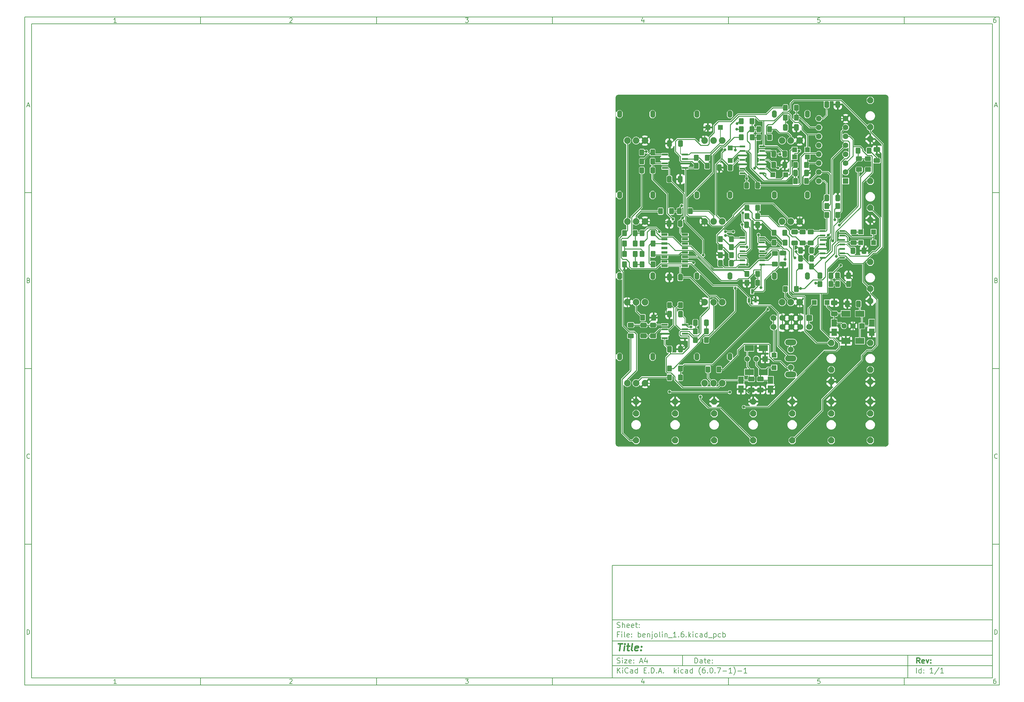
<source format=gbr>
%TF.GenerationSoftware,KiCad,Pcbnew,(6.0.7-1)-1*%
%TF.CreationDate,2022-10-07T09:47:05+07:00*%
%TF.ProjectId,benjolin_1.6,62656e6a-6f6c-4696-9e5f-312e362e6b69,rev?*%
%TF.SameCoordinates,Original*%
%TF.FileFunction,Copper,L1,Top*%
%TF.FilePolarity,Positive*%
%FSLAX46Y46*%
G04 Gerber Fmt 4.6, Leading zero omitted, Abs format (unit mm)*
G04 Created by KiCad (PCBNEW (6.0.7-1)-1) date 2022-10-07 09:47:05*
%MOMM*%
%LPD*%
G01*
G04 APERTURE LIST*
G04 Aperture macros list*
%AMRoundRect*
0 Rectangle with rounded corners*
0 $1 Rounding radius*
0 $2 $3 $4 $5 $6 $7 $8 $9 X,Y pos of 4 corners*
0 Add a 4 corners polygon primitive as box body*
4,1,4,$2,$3,$4,$5,$6,$7,$8,$9,$2,$3,0*
0 Add four circle primitives for the rounded corners*
1,1,$1+$1,$2,$3*
1,1,$1+$1,$4,$5*
1,1,$1+$1,$6,$7*
1,1,$1+$1,$8,$9*
0 Add four rect primitives between the rounded corners*
20,1,$1+$1,$2,$3,$4,$5,0*
20,1,$1+$1,$4,$5,$6,$7,0*
20,1,$1+$1,$6,$7,$8,$9,0*
20,1,$1+$1,$8,$9,$2,$3,0*%
%AMOutline5P*
0 Free polygon, 5 corners , with rotation*
0 The origin of the aperture is its center*
0 number of corners: always 5*
0 $1 to $10 corner X, Y*
0 $11 Rotation angle, in degrees counterclockwise*
0 create outline with 5 corners*
4,1,5,$1,$2,$3,$4,$5,$6,$7,$8,$9,$10,$1,$2,$11*%
%AMOutline6P*
0 Free polygon, 6 corners , with rotation*
0 The origin of the aperture is its center*
0 number of corners: always 6*
0 $1 to $12 corner X, Y*
0 $13 Rotation angle, in degrees counterclockwise*
0 create outline with 6 corners*
4,1,6,$1,$2,$3,$4,$5,$6,$7,$8,$9,$10,$11,$12,$1,$2,$13*%
%AMOutline7P*
0 Free polygon, 7 corners , with rotation*
0 The origin of the aperture is its center*
0 number of corners: always 7*
0 $1 to $14 corner X, Y*
0 $15 Rotation angle, in degrees counterclockwise*
0 create outline with 7 corners*
4,1,7,$1,$2,$3,$4,$5,$6,$7,$8,$9,$10,$11,$12,$13,$14,$1,$2,$15*%
%AMOutline8P*
0 Free polygon, 8 corners , with rotation*
0 The origin of the aperture is its center*
0 number of corners: always 8*
0 $1 to $16 corner X, Y*
0 $17 Rotation angle, in degrees counterclockwise*
0 create outline with 8 corners*
4,1,8,$1,$2,$3,$4,$5,$6,$7,$8,$9,$10,$11,$12,$13,$14,$15,$16,$1,$2,$17*%
G04 Aperture macros list end*
%ADD10C,0.100000*%
%ADD11C,0.150000*%
%ADD12C,0.300000*%
%ADD13C,0.400000*%
%TA.AperFunction,Profile*%
%ADD14C,0.100000*%
%TD*%
%TA.AperFunction,ComponentPad*%
%ADD15RoundRect,0.250000X-0.600000X0.600000X-0.600000X-0.600000X0.600000X-0.600000X0.600000X0.600000X0*%
%TD*%
%TA.AperFunction,ComponentPad*%
%ADD16C,1.700000*%
%TD*%
%TA.AperFunction,SMDPad,CuDef*%
%ADD17RoundRect,0.250000X-0.412500X-0.650000X0.412500X-0.650000X0.412500X0.650000X-0.412500X0.650000X0*%
%TD*%
%TA.AperFunction,SMDPad,CuDef*%
%ADD18RoundRect,0.250000X0.400000X0.625000X-0.400000X0.625000X-0.400000X-0.625000X0.400000X-0.625000X0*%
%TD*%
%TA.AperFunction,SMDPad,CuDef*%
%ADD19RoundRect,0.250000X-0.400000X-0.625000X0.400000X-0.625000X0.400000X0.625000X-0.400000X0.625000X0*%
%TD*%
%TA.AperFunction,SMDPad,CuDef*%
%ADD20R,1.524000X0.600000*%
%TD*%
%TA.AperFunction,SMDPad,CuDef*%
%ADD21R,1.500000X2.000000*%
%TD*%
%TA.AperFunction,SMDPad,CuDef*%
%ADD22R,1.668000X0.600000*%
%TD*%
%TA.AperFunction,SMDPad,CuDef*%
%ADD23RoundRect,0.250000X0.412500X0.650000X-0.412500X0.650000X-0.412500X-0.650000X0.412500X-0.650000X0*%
%TD*%
%TA.AperFunction,SMDPad,CuDef*%
%ADD24RoundRect,0.250000X0.650000X-0.412500X0.650000X0.412500X-0.650000X0.412500X-0.650000X-0.412500X0*%
%TD*%
%TA.AperFunction,SMDPad,CuDef*%
%ADD25R,1.400000X1.400000*%
%TD*%
%TA.AperFunction,SMDPad,CuDef*%
%ADD26RoundRect,0.250000X-0.650000X0.412500X-0.650000X-0.412500X0.650000X-0.412500X0.650000X0.412500X0*%
%TD*%
%TA.AperFunction,SMDPad,CuDef*%
%ADD27R,2.500000X1.700000*%
%TD*%
%TA.AperFunction,SMDPad,CuDef*%
%ADD28RoundRect,0.250000X-0.625000X0.400000X-0.625000X-0.400000X0.625000X-0.400000X0.625000X0.400000X0*%
%TD*%
%TA.AperFunction,SMDPad,CuDef*%
%ADD29R,1.778000X0.660400*%
%TD*%
%TA.AperFunction,ComponentPad*%
%ADD30R,1.600000X1.600000*%
%TD*%
%TA.AperFunction,ComponentPad*%
%ADD31C,1.600000*%
%TD*%
%TA.AperFunction,SMDPad,CuDef*%
%ADD32RoundRect,0.250000X0.625000X-0.400000X0.625000X0.400000X-0.625000X0.400000X-0.625000X-0.400000X0*%
%TD*%
%TA.AperFunction,ComponentPad*%
%ADD33C,1.500000*%
%TD*%
%TA.AperFunction,ComponentPad*%
%ADD34R,1.500000X1.500000*%
%TD*%
%TA.AperFunction,SMDPad,CuDef*%
%ADD35R,0.800000X1.228000*%
%TD*%
%TA.AperFunction,SMDPad,CuDef*%
%ADD36R,0.800000X1.382000*%
%TD*%
%TA.AperFunction,ComponentPad*%
%ADD37C,1.651000*%
%TD*%
%TA.AperFunction,ComponentPad*%
%ADD38O,3.200000X1.651000*%
%TD*%
%TA.AperFunction,ComponentPad*%
%ADD39Outline8P,-0.889000X0.368236X-0.368236X0.889000X0.368236X0.889000X0.889000X0.368236X0.889000X-0.368236X0.368236X-0.889000X-0.368236X-0.889000X-0.889000X-0.368236X180.000000*%
%TD*%
%TA.AperFunction,ComponentPad*%
%ADD40Outline8P,-0.889000X0.368236X-0.368236X0.889000X0.368236X0.889000X0.889000X0.368236X0.889000X-0.368236X0.368236X-0.889000X-0.368236X-0.889000X-0.889000X-0.368236X0.000000*%
%TD*%
%TA.AperFunction,ComponentPad*%
%ADD41Outline8P,-1.000000X0.289949X-0.589949X0.700000X0.589949X0.700000X1.000000X0.289949X1.000000X-0.289949X0.589949X-0.700000X-0.589949X-0.700000X-1.000000X-0.289949X90.000000*%
%TD*%
%TA.AperFunction,ComponentPad*%
%ADD42C,1.879600*%
%TD*%
%TA.AperFunction,ViaPad*%
%ADD43C,0.800000*%
%TD*%
%TA.AperFunction,Conductor*%
%ADD44C,0.250000*%
%TD*%
%TA.AperFunction,Conductor*%
%ADD45C,0.200000*%
%TD*%
G04 APERTURE END LIST*
D10*
D11*
X177002200Y-166007200D02*
X177002200Y-198007200D01*
X285002200Y-198007200D01*
X285002200Y-166007200D01*
X177002200Y-166007200D01*
D10*
D11*
X10000000Y-10000000D02*
X10000000Y-200007200D01*
X287002200Y-200007200D01*
X287002200Y-10000000D01*
X10000000Y-10000000D01*
D10*
D11*
X12000000Y-12000000D02*
X12000000Y-198007200D01*
X285002200Y-198007200D01*
X285002200Y-12000000D01*
X12000000Y-12000000D01*
D10*
D11*
X60000000Y-12000000D02*
X60000000Y-10000000D01*
D10*
D11*
X110000000Y-12000000D02*
X110000000Y-10000000D01*
D10*
D11*
X160000000Y-12000000D02*
X160000000Y-10000000D01*
D10*
D11*
X210000000Y-12000000D02*
X210000000Y-10000000D01*
D10*
D11*
X260000000Y-12000000D02*
X260000000Y-10000000D01*
D10*
D11*
X36065476Y-11588095D02*
X35322619Y-11588095D01*
X35694047Y-11588095D02*
X35694047Y-10288095D01*
X35570238Y-10473809D01*
X35446428Y-10597619D01*
X35322619Y-10659523D01*
D10*
D11*
X85322619Y-10411904D02*
X85384523Y-10350000D01*
X85508333Y-10288095D01*
X85817857Y-10288095D01*
X85941666Y-10350000D01*
X86003571Y-10411904D01*
X86065476Y-10535714D01*
X86065476Y-10659523D01*
X86003571Y-10845238D01*
X85260714Y-11588095D01*
X86065476Y-11588095D01*
D10*
D11*
X135260714Y-10288095D02*
X136065476Y-10288095D01*
X135632142Y-10783333D01*
X135817857Y-10783333D01*
X135941666Y-10845238D01*
X136003571Y-10907142D01*
X136065476Y-11030952D01*
X136065476Y-11340476D01*
X136003571Y-11464285D01*
X135941666Y-11526190D01*
X135817857Y-11588095D01*
X135446428Y-11588095D01*
X135322619Y-11526190D01*
X135260714Y-11464285D01*
D10*
D11*
X185941666Y-10721428D02*
X185941666Y-11588095D01*
X185632142Y-10226190D02*
X185322619Y-11154761D01*
X186127380Y-11154761D01*
D10*
D11*
X236003571Y-10288095D02*
X235384523Y-10288095D01*
X235322619Y-10907142D01*
X235384523Y-10845238D01*
X235508333Y-10783333D01*
X235817857Y-10783333D01*
X235941666Y-10845238D01*
X236003571Y-10907142D01*
X236065476Y-11030952D01*
X236065476Y-11340476D01*
X236003571Y-11464285D01*
X235941666Y-11526190D01*
X235817857Y-11588095D01*
X235508333Y-11588095D01*
X235384523Y-11526190D01*
X235322619Y-11464285D01*
D10*
D11*
X285941666Y-10288095D02*
X285694047Y-10288095D01*
X285570238Y-10350000D01*
X285508333Y-10411904D01*
X285384523Y-10597619D01*
X285322619Y-10845238D01*
X285322619Y-11340476D01*
X285384523Y-11464285D01*
X285446428Y-11526190D01*
X285570238Y-11588095D01*
X285817857Y-11588095D01*
X285941666Y-11526190D01*
X286003571Y-11464285D01*
X286065476Y-11340476D01*
X286065476Y-11030952D01*
X286003571Y-10907142D01*
X285941666Y-10845238D01*
X285817857Y-10783333D01*
X285570238Y-10783333D01*
X285446428Y-10845238D01*
X285384523Y-10907142D01*
X285322619Y-11030952D01*
D10*
D11*
X60000000Y-198007200D02*
X60000000Y-200007200D01*
D10*
D11*
X110000000Y-198007200D02*
X110000000Y-200007200D01*
D10*
D11*
X160000000Y-198007200D02*
X160000000Y-200007200D01*
D10*
D11*
X210000000Y-198007200D02*
X210000000Y-200007200D01*
D10*
D11*
X260000000Y-198007200D02*
X260000000Y-200007200D01*
D10*
D11*
X36065476Y-199595295D02*
X35322619Y-199595295D01*
X35694047Y-199595295D02*
X35694047Y-198295295D01*
X35570238Y-198481009D01*
X35446428Y-198604819D01*
X35322619Y-198666723D01*
D10*
D11*
X85322619Y-198419104D02*
X85384523Y-198357200D01*
X85508333Y-198295295D01*
X85817857Y-198295295D01*
X85941666Y-198357200D01*
X86003571Y-198419104D01*
X86065476Y-198542914D01*
X86065476Y-198666723D01*
X86003571Y-198852438D01*
X85260714Y-199595295D01*
X86065476Y-199595295D01*
D10*
D11*
X135260714Y-198295295D02*
X136065476Y-198295295D01*
X135632142Y-198790533D01*
X135817857Y-198790533D01*
X135941666Y-198852438D01*
X136003571Y-198914342D01*
X136065476Y-199038152D01*
X136065476Y-199347676D01*
X136003571Y-199471485D01*
X135941666Y-199533390D01*
X135817857Y-199595295D01*
X135446428Y-199595295D01*
X135322619Y-199533390D01*
X135260714Y-199471485D01*
D10*
D11*
X185941666Y-198728628D02*
X185941666Y-199595295D01*
X185632142Y-198233390D02*
X185322619Y-199161961D01*
X186127380Y-199161961D01*
D10*
D11*
X236003571Y-198295295D02*
X235384523Y-198295295D01*
X235322619Y-198914342D01*
X235384523Y-198852438D01*
X235508333Y-198790533D01*
X235817857Y-198790533D01*
X235941666Y-198852438D01*
X236003571Y-198914342D01*
X236065476Y-199038152D01*
X236065476Y-199347676D01*
X236003571Y-199471485D01*
X235941666Y-199533390D01*
X235817857Y-199595295D01*
X235508333Y-199595295D01*
X235384523Y-199533390D01*
X235322619Y-199471485D01*
D10*
D11*
X285941666Y-198295295D02*
X285694047Y-198295295D01*
X285570238Y-198357200D01*
X285508333Y-198419104D01*
X285384523Y-198604819D01*
X285322619Y-198852438D01*
X285322619Y-199347676D01*
X285384523Y-199471485D01*
X285446428Y-199533390D01*
X285570238Y-199595295D01*
X285817857Y-199595295D01*
X285941666Y-199533390D01*
X286003571Y-199471485D01*
X286065476Y-199347676D01*
X286065476Y-199038152D01*
X286003571Y-198914342D01*
X285941666Y-198852438D01*
X285817857Y-198790533D01*
X285570238Y-198790533D01*
X285446428Y-198852438D01*
X285384523Y-198914342D01*
X285322619Y-199038152D01*
D10*
D11*
X10000000Y-60000000D02*
X12000000Y-60000000D01*
D10*
D11*
X10000000Y-110000000D02*
X12000000Y-110000000D01*
D10*
D11*
X10000000Y-160000000D02*
X12000000Y-160000000D01*
D10*
D11*
X10690476Y-35216666D02*
X11309523Y-35216666D01*
X10566666Y-35588095D02*
X11000000Y-34288095D01*
X11433333Y-35588095D01*
D10*
D11*
X11092857Y-84907142D02*
X11278571Y-84969047D01*
X11340476Y-85030952D01*
X11402380Y-85154761D01*
X11402380Y-85340476D01*
X11340476Y-85464285D01*
X11278571Y-85526190D01*
X11154761Y-85588095D01*
X10659523Y-85588095D01*
X10659523Y-84288095D01*
X11092857Y-84288095D01*
X11216666Y-84350000D01*
X11278571Y-84411904D01*
X11340476Y-84535714D01*
X11340476Y-84659523D01*
X11278571Y-84783333D01*
X11216666Y-84845238D01*
X11092857Y-84907142D01*
X10659523Y-84907142D01*
D10*
D11*
X11402380Y-135464285D02*
X11340476Y-135526190D01*
X11154761Y-135588095D01*
X11030952Y-135588095D01*
X10845238Y-135526190D01*
X10721428Y-135402380D01*
X10659523Y-135278571D01*
X10597619Y-135030952D01*
X10597619Y-134845238D01*
X10659523Y-134597619D01*
X10721428Y-134473809D01*
X10845238Y-134350000D01*
X11030952Y-134288095D01*
X11154761Y-134288095D01*
X11340476Y-134350000D01*
X11402380Y-134411904D01*
D10*
D11*
X10659523Y-185588095D02*
X10659523Y-184288095D01*
X10969047Y-184288095D01*
X11154761Y-184350000D01*
X11278571Y-184473809D01*
X11340476Y-184597619D01*
X11402380Y-184845238D01*
X11402380Y-185030952D01*
X11340476Y-185278571D01*
X11278571Y-185402380D01*
X11154761Y-185526190D01*
X10969047Y-185588095D01*
X10659523Y-185588095D01*
D10*
D11*
X287002200Y-60000000D02*
X285002200Y-60000000D01*
D10*
D11*
X287002200Y-110000000D02*
X285002200Y-110000000D01*
D10*
D11*
X287002200Y-160000000D02*
X285002200Y-160000000D01*
D10*
D11*
X285692676Y-35216666D02*
X286311723Y-35216666D01*
X285568866Y-35588095D02*
X286002200Y-34288095D01*
X286435533Y-35588095D01*
D10*
D11*
X286095057Y-84907142D02*
X286280771Y-84969047D01*
X286342676Y-85030952D01*
X286404580Y-85154761D01*
X286404580Y-85340476D01*
X286342676Y-85464285D01*
X286280771Y-85526190D01*
X286156961Y-85588095D01*
X285661723Y-85588095D01*
X285661723Y-84288095D01*
X286095057Y-84288095D01*
X286218866Y-84350000D01*
X286280771Y-84411904D01*
X286342676Y-84535714D01*
X286342676Y-84659523D01*
X286280771Y-84783333D01*
X286218866Y-84845238D01*
X286095057Y-84907142D01*
X285661723Y-84907142D01*
D10*
D11*
X286404580Y-135464285D02*
X286342676Y-135526190D01*
X286156961Y-135588095D01*
X286033152Y-135588095D01*
X285847438Y-135526190D01*
X285723628Y-135402380D01*
X285661723Y-135278571D01*
X285599819Y-135030952D01*
X285599819Y-134845238D01*
X285661723Y-134597619D01*
X285723628Y-134473809D01*
X285847438Y-134350000D01*
X286033152Y-134288095D01*
X286156961Y-134288095D01*
X286342676Y-134350000D01*
X286404580Y-134411904D01*
D10*
D11*
X285661723Y-185588095D02*
X285661723Y-184288095D01*
X285971247Y-184288095D01*
X286156961Y-184350000D01*
X286280771Y-184473809D01*
X286342676Y-184597619D01*
X286404580Y-184845238D01*
X286404580Y-185030952D01*
X286342676Y-185278571D01*
X286280771Y-185402380D01*
X286156961Y-185526190D01*
X285971247Y-185588095D01*
X285661723Y-185588095D01*
D10*
D11*
X200434342Y-193785771D02*
X200434342Y-192285771D01*
X200791485Y-192285771D01*
X201005771Y-192357200D01*
X201148628Y-192500057D01*
X201220057Y-192642914D01*
X201291485Y-192928628D01*
X201291485Y-193142914D01*
X201220057Y-193428628D01*
X201148628Y-193571485D01*
X201005771Y-193714342D01*
X200791485Y-193785771D01*
X200434342Y-193785771D01*
X202577200Y-193785771D02*
X202577200Y-193000057D01*
X202505771Y-192857200D01*
X202362914Y-192785771D01*
X202077200Y-192785771D01*
X201934342Y-192857200D01*
X202577200Y-193714342D02*
X202434342Y-193785771D01*
X202077200Y-193785771D01*
X201934342Y-193714342D01*
X201862914Y-193571485D01*
X201862914Y-193428628D01*
X201934342Y-193285771D01*
X202077200Y-193214342D01*
X202434342Y-193214342D01*
X202577200Y-193142914D01*
X203077200Y-192785771D02*
X203648628Y-192785771D01*
X203291485Y-192285771D02*
X203291485Y-193571485D01*
X203362914Y-193714342D01*
X203505771Y-193785771D01*
X203648628Y-193785771D01*
X204720057Y-193714342D02*
X204577200Y-193785771D01*
X204291485Y-193785771D01*
X204148628Y-193714342D01*
X204077200Y-193571485D01*
X204077200Y-193000057D01*
X204148628Y-192857200D01*
X204291485Y-192785771D01*
X204577200Y-192785771D01*
X204720057Y-192857200D01*
X204791485Y-193000057D01*
X204791485Y-193142914D01*
X204077200Y-193285771D01*
X205434342Y-193642914D02*
X205505771Y-193714342D01*
X205434342Y-193785771D01*
X205362914Y-193714342D01*
X205434342Y-193642914D01*
X205434342Y-193785771D01*
X205434342Y-192857200D02*
X205505771Y-192928628D01*
X205434342Y-193000057D01*
X205362914Y-192928628D01*
X205434342Y-192857200D01*
X205434342Y-193000057D01*
D10*
D11*
X177002200Y-194507200D02*
X285002200Y-194507200D01*
D10*
D11*
X178434342Y-196585771D02*
X178434342Y-195085771D01*
X179291485Y-196585771D02*
X178648628Y-195728628D01*
X179291485Y-195085771D02*
X178434342Y-195942914D01*
X179934342Y-196585771D02*
X179934342Y-195585771D01*
X179934342Y-195085771D02*
X179862914Y-195157200D01*
X179934342Y-195228628D01*
X180005771Y-195157200D01*
X179934342Y-195085771D01*
X179934342Y-195228628D01*
X181505771Y-196442914D02*
X181434342Y-196514342D01*
X181220057Y-196585771D01*
X181077200Y-196585771D01*
X180862914Y-196514342D01*
X180720057Y-196371485D01*
X180648628Y-196228628D01*
X180577200Y-195942914D01*
X180577200Y-195728628D01*
X180648628Y-195442914D01*
X180720057Y-195300057D01*
X180862914Y-195157200D01*
X181077200Y-195085771D01*
X181220057Y-195085771D01*
X181434342Y-195157200D01*
X181505771Y-195228628D01*
X182791485Y-196585771D02*
X182791485Y-195800057D01*
X182720057Y-195657200D01*
X182577200Y-195585771D01*
X182291485Y-195585771D01*
X182148628Y-195657200D01*
X182791485Y-196514342D02*
X182648628Y-196585771D01*
X182291485Y-196585771D01*
X182148628Y-196514342D01*
X182077200Y-196371485D01*
X182077200Y-196228628D01*
X182148628Y-196085771D01*
X182291485Y-196014342D01*
X182648628Y-196014342D01*
X182791485Y-195942914D01*
X184148628Y-196585771D02*
X184148628Y-195085771D01*
X184148628Y-196514342D02*
X184005771Y-196585771D01*
X183720057Y-196585771D01*
X183577200Y-196514342D01*
X183505771Y-196442914D01*
X183434342Y-196300057D01*
X183434342Y-195871485D01*
X183505771Y-195728628D01*
X183577200Y-195657200D01*
X183720057Y-195585771D01*
X184005771Y-195585771D01*
X184148628Y-195657200D01*
X186005771Y-195800057D02*
X186505771Y-195800057D01*
X186720057Y-196585771D02*
X186005771Y-196585771D01*
X186005771Y-195085771D01*
X186720057Y-195085771D01*
X187362914Y-196442914D02*
X187434342Y-196514342D01*
X187362914Y-196585771D01*
X187291485Y-196514342D01*
X187362914Y-196442914D01*
X187362914Y-196585771D01*
X188077200Y-196585771D02*
X188077200Y-195085771D01*
X188434342Y-195085771D01*
X188648628Y-195157200D01*
X188791485Y-195300057D01*
X188862914Y-195442914D01*
X188934342Y-195728628D01*
X188934342Y-195942914D01*
X188862914Y-196228628D01*
X188791485Y-196371485D01*
X188648628Y-196514342D01*
X188434342Y-196585771D01*
X188077200Y-196585771D01*
X189577200Y-196442914D02*
X189648628Y-196514342D01*
X189577200Y-196585771D01*
X189505771Y-196514342D01*
X189577200Y-196442914D01*
X189577200Y-196585771D01*
X190220057Y-196157200D02*
X190934342Y-196157200D01*
X190077200Y-196585771D02*
X190577200Y-195085771D01*
X191077200Y-196585771D01*
X191577200Y-196442914D02*
X191648628Y-196514342D01*
X191577200Y-196585771D01*
X191505771Y-196514342D01*
X191577200Y-196442914D01*
X191577200Y-196585771D01*
X194577200Y-196585771D02*
X194577200Y-195085771D01*
X194720057Y-196014342D02*
X195148628Y-196585771D01*
X195148628Y-195585771D02*
X194577200Y-196157200D01*
X195791485Y-196585771D02*
X195791485Y-195585771D01*
X195791485Y-195085771D02*
X195720057Y-195157200D01*
X195791485Y-195228628D01*
X195862914Y-195157200D01*
X195791485Y-195085771D01*
X195791485Y-195228628D01*
X197148628Y-196514342D02*
X197005771Y-196585771D01*
X196720057Y-196585771D01*
X196577200Y-196514342D01*
X196505771Y-196442914D01*
X196434342Y-196300057D01*
X196434342Y-195871485D01*
X196505771Y-195728628D01*
X196577200Y-195657200D01*
X196720057Y-195585771D01*
X197005771Y-195585771D01*
X197148628Y-195657200D01*
X198434342Y-196585771D02*
X198434342Y-195800057D01*
X198362914Y-195657200D01*
X198220057Y-195585771D01*
X197934342Y-195585771D01*
X197791485Y-195657200D01*
X198434342Y-196514342D02*
X198291485Y-196585771D01*
X197934342Y-196585771D01*
X197791485Y-196514342D01*
X197720057Y-196371485D01*
X197720057Y-196228628D01*
X197791485Y-196085771D01*
X197934342Y-196014342D01*
X198291485Y-196014342D01*
X198434342Y-195942914D01*
X199791485Y-196585771D02*
X199791485Y-195085771D01*
X199791485Y-196514342D02*
X199648628Y-196585771D01*
X199362914Y-196585771D01*
X199220057Y-196514342D01*
X199148628Y-196442914D01*
X199077200Y-196300057D01*
X199077200Y-195871485D01*
X199148628Y-195728628D01*
X199220057Y-195657200D01*
X199362914Y-195585771D01*
X199648628Y-195585771D01*
X199791485Y-195657200D01*
X202077200Y-197157200D02*
X202005771Y-197085771D01*
X201862914Y-196871485D01*
X201791485Y-196728628D01*
X201720057Y-196514342D01*
X201648628Y-196157200D01*
X201648628Y-195871485D01*
X201720057Y-195514342D01*
X201791485Y-195300057D01*
X201862914Y-195157200D01*
X202005771Y-194942914D01*
X202077200Y-194871485D01*
X203291485Y-195085771D02*
X203005771Y-195085771D01*
X202862914Y-195157200D01*
X202791485Y-195228628D01*
X202648628Y-195442914D01*
X202577200Y-195728628D01*
X202577200Y-196300057D01*
X202648628Y-196442914D01*
X202720057Y-196514342D01*
X202862914Y-196585771D01*
X203148628Y-196585771D01*
X203291485Y-196514342D01*
X203362914Y-196442914D01*
X203434342Y-196300057D01*
X203434342Y-195942914D01*
X203362914Y-195800057D01*
X203291485Y-195728628D01*
X203148628Y-195657200D01*
X202862914Y-195657200D01*
X202720057Y-195728628D01*
X202648628Y-195800057D01*
X202577200Y-195942914D01*
X204077200Y-196442914D02*
X204148628Y-196514342D01*
X204077200Y-196585771D01*
X204005771Y-196514342D01*
X204077200Y-196442914D01*
X204077200Y-196585771D01*
X205077200Y-195085771D02*
X205220057Y-195085771D01*
X205362914Y-195157200D01*
X205434342Y-195228628D01*
X205505771Y-195371485D01*
X205577200Y-195657200D01*
X205577200Y-196014342D01*
X205505771Y-196300057D01*
X205434342Y-196442914D01*
X205362914Y-196514342D01*
X205220057Y-196585771D01*
X205077200Y-196585771D01*
X204934342Y-196514342D01*
X204862914Y-196442914D01*
X204791485Y-196300057D01*
X204720057Y-196014342D01*
X204720057Y-195657200D01*
X204791485Y-195371485D01*
X204862914Y-195228628D01*
X204934342Y-195157200D01*
X205077200Y-195085771D01*
X206220057Y-196442914D02*
X206291485Y-196514342D01*
X206220057Y-196585771D01*
X206148628Y-196514342D01*
X206220057Y-196442914D01*
X206220057Y-196585771D01*
X206791485Y-195085771D02*
X207791485Y-195085771D01*
X207148628Y-196585771D01*
X208362914Y-196014342D02*
X209505771Y-196014342D01*
X211005771Y-196585771D02*
X210148628Y-196585771D01*
X210577200Y-196585771D02*
X210577200Y-195085771D01*
X210434342Y-195300057D01*
X210291485Y-195442914D01*
X210148628Y-195514342D01*
X211505771Y-197157200D02*
X211577200Y-197085771D01*
X211720057Y-196871485D01*
X211791485Y-196728628D01*
X211862914Y-196514342D01*
X211934342Y-196157200D01*
X211934342Y-195871485D01*
X211862914Y-195514342D01*
X211791485Y-195300057D01*
X211720057Y-195157200D01*
X211577200Y-194942914D01*
X211505771Y-194871485D01*
X212648628Y-196014342D02*
X213791485Y-196014342D01*
X215291485Y-196585771D02*
X214434342Y-196585771D01*
X214862914Y-196585771D02*
X214862914Y-195085771D01*
X214720057Y-195300057D01*
X214577200Y-195442914D01*
X214434342Y-195514342D01*
D10*
D11*
X177002200Y-191507200D02*
X285002200Y-191507200D01*
D10*
D12*
X264411485Y-193785771D02*
X263911485Y-193071485D01*
X263554342Y-193785771D02*
X263554342Y-192285771D01*
X264125771Y-192285771D01*
X264268628Y-192357200D01*
X264340057Y-192428628D01*
X264411485Y-192571485D01*
X264411485Y-192785771D01*
X264340057Y-192928628D01*
X264268628Y-193000057D01*
X264125771Y-193071485D01*
X263554342Y-193071485D01*
X265625771Y-193714342D02*
X265482914Y-193785771D01*
X265197200Y-193785771D01*
X265054342Y-193714342D01*
X264982914Y-193571485D01*
X264982914Y-193000057D01*
X265054342Y-192857200D01*
X265197200Y-192785771D01*
X265482914Y-192785771D01*
X265625771Y-192857200D01*
X265697200Y-193000057D01*
X265697200Y-193142914D01*
X264982914Y-193285771D01*
X266197200Y-192785771D02*
X266554342Y-193785771D01*
X266911485Y-192785771D01*
X267482914Y-193642914D02*
X267554342Y-193714342D01*
X267482914Y-193785771D01*
X267411485Y-193714342D01*
X267482914Y-193642914D01*
X267482914Y-193785771D01*
X267482914Y-192857200D02*
X267554342Y-192928628D01*
X267482914Y-193000057D01*
X267411485Y-192928628D01*
X267482914Y-192857200D01*
X267482914Y-193000057D01*
D10*
D11*
X178362914Y-193714342D02*
X178577200Y-193785771D01*
X178934342Y-193785771D01*
X179077200Y-193714342D01*
X179148628Y-193642914D01*
X179220057Y-193500057D01*
X179220057Y-193357200D01*
X179148628Y-193214342D01*
X179077200Y-193142914D01*
X178934342Y-193071485D01*
X178648628Y-193000057D01*
X178505771Y-192928628D01*
X178434342Y-192857200D01*
X178362914Y-192714342D01*
X178362914Y-192571485D01*
X178434342Y-192428628D01*
X178505771Y-192357200D01*
X178648628Y-192285771D01*
X179005771Y-192285771D01*
X179220057Y-192357200D01*
X179862914Y-193785771D02*
X179862914Y-192785771D01*
X179862914Y-192285771D02*
X179791485Y-192357200D01*
X179862914Y-192428628D01*
X179934342Y-192357200D01*
X179862914Y-192285771D01*
X179862914Y-192428628D01*
X180434342Y-192785771D02*
X181220057Y-192785771D01*
X180434342Y-193785771D01*
X181220057Y-193785771D01*
X182362914Y-193714342D02*
X182220057Y-193785771D01*
X181934342Y-193785771D01*
X181791485Y-193714342D01*
X181720057Y-193571485D01*
X181720057Y-193000057D01*
X181791485Y-192857200D01*
X181934342Y-192785771D01*
X182220057Y-192785771D01*
X182362914Y-192857200D01*
X182434342Y-193000057D01*
X182434342Y-193142914D01*
X181720057Y-193285771D01*
X183077200Y-193642914D02*
X183148628Y-193714342D01*
X183077200Y-193785771D01*
X183005771Y-193714342D01*
X183077200Y-193642914D01*
X183077200Y-193785771D01*
X183077200Y-192857200D02*
X183148628Y-192928628D01*
X183077200Y-193000057D01*
X183005771Y-192928628D01*
X183077200Y-192857200D01*
X183077200Y-193000057D01*
X184862914Y-193357200D02*
X185577200Y-193357200D01*
X184720057Y-193785771D02*
X185220057Y-192285771D01*
X185720057Y-193785771D01*
X186862914Y-192785771D02*
X186862914Y-193785771D01*
X186505771Y-192214342D02*
X186148628Y-193285771D01*
X187077200Y-193285771D01*
D10*
D11*
X263434342Y-196585771D02*
X263434342Y-195085771D01*
X264791485Y-196585771D02*
X264791485Y-195085771D01*
X264791485Y-196514342D02*
X264648628Y-196585771D01*
X264362914Y-196585771D01*
X264220057Y-196514342D01*
X264148628Y-196442914D01*
X264077200Y-196300057D01*
X264077200Y-195871485D01*
X264148628Y-195728628D01*
X264220057Y-195657200D01*
X264362914Y-195585771D01*
X264648628Y-195585771D01*
X264791485Y-195657200D01*
X265505771Y-196442914D02*
X265577200Y-196514342D01*
X265505771Y-196585771D01*
X265434342Y-196514342D01*
X265505771Y-196442914D01*
X265505771Y-196585771D01*
X265505771Y-195657200D02*
X265577200Y-195728628D01*
X265505771Y-195800057D01*
X265434342Y-195728628D01*
X265505771Y-195657200D01*
X265505771Y-195800057D01*
X268148628Y-196585771D02*
X267291485Y-196585771D01*
X267720057Y-196585771D02*
X267720057Y-195085771D01*
X267577200Y-195300057D01*
X267434342Y-195442914D01*
X267291485Y-195514342D01*
X269862914Y-195014342D02*
X268577200Y-196942914D01*
X271148628Y-196585771D02*
X270291485Y-196585771D01*
X270720057Y-196585771D02*
X270720057Y-195085771D01*
X270577200Y-195300057D01*
X270434342Y-195442914D01*
X270291485Y-195514342D01*
D10*
D11*
X177002200Y-187507200D02*
X285002200Y-187507200D01*
D10*
D13*
X178714580Y-188211961D02*
X179857438Y-188211961D01*
X179036009Y-190211961D02*
X179286009Y-188211961D01*
X180274104Y-190211961D02*
X180440771Y-188878628D01*
X180524104Y-188211961D02*
X180416961Y-188307200D01*
X180500295Y-188402438D01*
X180607438Y-188307200D01*
X180524104Y-188211961D01*
X180500295Y-188402438D01*
X181107438Y-188878628D02*
X181869342Y-188878628D01*
X181476485Y-188211961D02*
X181262200Y-189926247D01*
X181333628Y-190116723D01*
X181512200Y-190211961D01*
X181702676Y-190211961D01*
X182655057Y-190211961D02*
X182476485Y-190116723D01*
X182405057Y-189926247D01*
X182619342Y-188211961D01*
X184190771Y-190116723D02*
X183988390Y-190211961D01*
X183607438Y-190211961D01*
X183428866Y-190116723D01*
X183357438Y-189926247D01*
X183452676Y-189164342D01*
X183571723Y-188973866D01*
X183774104Y-188878628D01*
X184155057Y-188878628D01*
X184333628Y-188973866D01*
X184405057Y-189164342D01*
X184381247Y-189354819D01*
X183405057Y-189545295D01*
X185155057Y-190021485D02*
X185238390Y-190116723D01*
X185131247Y-190211961D01*
X185047914Y-190116723D01*
X185155057Y-190021485D01*
X185131247Y-190211961D01*
X185286009Y-188973866D02*
X185369342Y-189069104D01*
X185262200Y-189164342D01*
X185178866Y-189069104D01*
X185286009Y-188973866D01*
X185262200Y-189164342D01*
D10*
D11*
X178934342Y-185600057D02*
X178434342Y-185600057D01*
X178434342Y-186385771D02*
X178434342Y-184885771D01*
X179148628Y-184885771D01*
X179720057Y-186385771D02*
X179720057Y-185385771D01*
X179720057Y-184885771D02*
X179648628Y-184957200D01*
X179720057Y-185028628D01*
X179791485Y-184957200D01*
X179720057Y-184885771D01*
X179720057Y-185028628D01*
X180648628Y-186385771D02*
X180505771Y-186314342D01*
X180434342Y-186171485D01*
X180434342Y-184885771D01*
X181791485Y-186314342D02*
X181648628Y-186385771D01*
X181362914Y-186385771D01*
X181220057Y-186314342D01*
X181148628Y-186171485D01*
X181148628Y-185600057D01*
X181220057Y-185457200D01*
X181362914Y-185385771D01*
X181648628Y-185385771D01*
X181791485Y-185457200D01*
X181862914Y-185600057D01*
X181862914Y-185742914D01*
X181148628Y-185885771D01*
X182505771Y-186242914D02*
X182577200Y-186314342D01*
X182505771Y-186385771D01*
X182434342Y-186314342D01*
X182505771Y-186242914D01*
X182505771Y-186385771D01*
X182505771Y-185457200D02*
X182577200Y-185528628D01*
X182505771Y-185600057D01*
X182434342Y-185528628D01*
X182505771Y-185457200D01*
X182505771Y-185600057D01*
X184362914Y-186385771D02*
X184362914Y-184885771D01*
X184362914Y-185457200D02*
X184505771Y-185385771D01*
X184791485Y-185385771D01*
X184934342Y-185457200D01*
X185005771Y-185528628D01*
X185077200Y-185671485D01*
X185077200Y-186100057D01*
X185005771Y-186242914D01*
X184934342Y-186314342D01*
X184791485Y-186385771D01*
X184505771Y-186385771D01*
X184362914Y-186314342D01*
X186291485Y-186314342D02*
X186148628Y-186385771D01*
X185862914Y-186385771D01*
X185720057Y-186314342D01*
X185648628Y-186171485D01*
X185648628Y-185600057D01*
X185720057Y-185457200D01*
X185862914Y-185385771D01*
X186148628Y-185385771D01*
X186291485Y-185457200D01*
X186362914Y-185600057D01*
X186362914Y-185742914D01*
X185648628Y-185885771D01*
X187005771Y-185385771D02*
X187005771Y-186385771D01*
X187005771Y-185528628D02*
X187077200Y-185457200D01*
X187220057Y-185385771D01*
X187434342Y-185385771D01*
X187577200Y-185457200D01*
X187648628Y-185600057D01*
X187648628Y-186385771D01*
X188362914Y-185385771D02*
X188362914Y-186671485D01*
X188291485Y-186814342D01*
X188148628Y-186885771D01*
X188077200Y-186885771D01*
X188362914Y-184885771D02*
X188291485Y-184957200D01*
X188362914Y-185028628D01*
X188434342Y-184957200D01*
X188362914Y-184885771D01*
X188362914Y-185028628D01*
X189291485Y-186385771D02*
X189148628Y-186314342D01*
X189077200Y-186242914D01*
X189005771Y-186100057D01*
X189005771Y-185671485D01*
X189077200Y-185528628D01*
X189148628Y-185457200D01*
X189291485Y-185385771D01*
X189505771Y-185385771D01*
X189648628Y-185457200D01*
X189720057Y-185528628D01*
X189791485Y-185671485D01*
X189791485Y-186100057D01*
X189720057Y-186242914D01*
X189648628Y-186314342D01*
X189505771Y-186385771D01*
X189291485Y-186385771D01*
X190648628Y-186385771D02*
X190505771Y-186314342D01*
X190434342Y-186171485D01*
X190434342Y-184885771D01*
X191220057Y-186385771D02*
X191220057Y-185385771D01*
X191220057Y-184885771D02*
X191148628Y-184957200D01*
X191220057Y-185028628D01*
X191291485Y-184957200D01*
X191220057Y-184885771D01*
X191220057Y-185028628D01*
X191934342Y-185385771D02*
X191934342Y-186385771D01*
X191934342Y-185528628D02*
X192005771Y-185457200D01*
X192148628Y-185385771D01*
X192362914Y-185385771D01*
X192505771Y-185457200D01*
X192577200Y-185600057D01*
X192577200Y-186385771D01*
X192934342Y-186528628D02*
X194077200Y-186528628D01*
X195220057Y-186385771D02*
X194362914Y-186385771D01*
X194791485Y-186385771D02*
X194791485Y-184885771D01*
X194648628Y-185100057D01*
X194505771Y-185242914D01*
X194362914Y-185314342D01*
X195862914Y-186242914D02*
X195934342Y-186314342D01*
X195862914Y-186385771D01*
X195791485Y-186314342D01*
X195862914Y-186242914D01*
X195862914Y-186385771D01*
X197220057Y-184885771D02*
X196934342Y-184885771D01*
X196791485Y-184957200D01*
X196720057Y-185028628D01*
X196577200Y-185242914D01*
X196505771Y-185528628D01*
X196505771Y-186100057D01*
X196577200Y-186242914D01*
X196648628Y-186314342D01*
X196791485Y-186385771D01*
X197077200Y-186385771D01*
X197220057Y-186314342D01*
X197291485Y-186242914D01*
X197362914Y-186100057D01*
X197362914Y-185742914D01*
X197291485Y-185600057D01*
X197220057Y-185528628D01*
X197077200Y-185457200D01*
X196791485Y-185457200D01*
X196648628Y-185528628D01*
X196577200Y-185600057D01*
X196505771Y-185742914D01*
X198005771Y-186242914D02*
X198077200Y-186314342D01*
X198005771Y-186385771D01*
X197934342Y-186314342D01*
X198005771Y-186242914D01*
X198005771Y-186385771D01*
X198720057Y-186385771D02*
X198720057Y-184885771D01*
X198862914Y-185814342D02*
X199291485Y-186385771D01*
X199291485Y-185385771D02*
X198720057Y-185957200D01*
X199934342Y-186385771D02*
X199934342Y-185385771D01*
X199934342Y-184885771D02*
X199862914Y-184957200D01*
X199934342Y-185028628D01*
X200005771Y-184957200D01*
X199934342Y-184885771D01*
X199934342Y-185028628D01*
X201291485Y-186314342D02*
X201148628Y-186385771D01*
X200862914Y-186385771D01*
X200720057Y-186314342D01*
X200648628Y-186242914D01*
X200577200Y-186100057D01*
X200577200Y-185671485D01*
X200648628Y-185528628D01*
X200720057Y-185457200D01*
X200862914Y-185385771D01*
X201148628Y-185385771D01*
X201291485Y-185457200D01*
X202577200Y-186385771D02*
X202577200Y-185600057D01*
X202505771Y-185457200D01*
X202362914Y-185385771D01*
X202077200Y-185385771D01*
X201934342Y-185457200D01*
X202577200Y-186314342D02*
X202434342Y-186385771D01*
X202077200Y-186385771D01*
X201934342Y-186314342D01*
X201862914Y-186171485D01*
X201862914Y-186028628D01*
X201934342Y-185885771D01*
X202077200Y-185814342D01*
X202434342Y-185814342D01*
X202577200Y-185742914D01*
X203934342Y-186385771D02*
X203934342Y-184885771D01*
X203934342Y-186314342D02*
X203791485Y-186385771D01*
X203505771Y-186385771D01*
X203362914Y-186314342D01*
X203291485Y-186242914D01*
X203220057Y-186100057D01*
X203220057Y-185671485D01*
X203291485Y-185528628D01*
X203362914Y-185457200D01*
X203505771Y-185385771D01*
X203791485Y-185385771D01*
X203934342Y-185457200D01*
X204291485Y-186528628D02*
X205434342Y-186528628D01*
X205791485Y-185385771D02*
X205791485Y-186885771D01*
X205791485Y-185457200D02*
X205934342Y-185385771D01*
X206220057Y-185385771D01*
X206362914Y-185457200D01*
X206434342Y-185528628D01*
X206505771Y-185671485D01*
X206505771Y-186100057D01*
X206434342Y-186242914D01*
X206362914Y-186314342D01*
X206220057Y-186385771D01*
X205934342Y-186385771D01*
X205791485Y-186314342D01*
X207791485Y-186314342D02*
X207648628Y-186385771D01*
X207362914Y-186385771D01*
X207220057Y-186314342D01*
X207148628Y-186242914D01*
X207077200Y-186100057D01*
X207077200Y-185671485D01*
X207148628Y-185528628D01*
X207220057Y-185457200D01*
X207362914Y-185385771D01*
X207648628Y-185385771D01*
X207791485Y-185457200D01*
X208434342Y-186385771D02*
X208434342Y-184885771D01*
X208434342Y-185457200D02*
X208577200Y-185385771D01*
X208862914Y-185385771D01*
X209005771Y-185457200D01*
X209077200Y-185528628D01*
X209148628Y-185671485D01*
X209148628Y-186100057D01*
X209077200Y-186242914D01*
X209005771Y-186314342D01*
X208862914Y-186385771D01*
X208577200Y-186385771D01*
X208434342Y-186314342D01*
D10*
D11*
X177002200Y-181507200D02*
X285002200Y-181507200D01*
D10*
D11*
X178362914Y-183614342D02*
X178577200Y-183685771D01*
X178934342Y-183685771D01*
X179077200Y-183614342D01*
X179148628Y-183542914D01*
X179220057Y-183400057D01*
X179220057Y-183257200D01*
X179148628Y-183114342D01*
X179077200Y-183042914D01*
X178934342Y-182971485D01*
X178648628Y-182900057D01*
X178505771Y-182828628D01*
X178434342Y-182757200D01*
X178362914Y-182614342D01*
X178362914Y-182471485D01*
X178434342Y-182328628D01*
X178505771Y-182257200D01*
X178648628Y-182185771D01*
X179005771Y-182185771D01*
X179220057Y-182257200D01*
X179862914Y-183685771D02*
X179862914Y-182185771D01*
X180505771Y-183685771D02*
X180505771Y-182900057D01*
X180434342Y-182757200D01*
X180291485Y-182685771D01*
X180077200Y-182685771D01*
X179934342Y-182757200D01*
X179862914Y-182828628D01*
X181791485Y-183614342D02*
X181648628Y-183685771D01*
X181362914Y-183685771D01*
X181220057Y-183614342D01*
X181148628Y-183471485D01*
X181148628Y-182900057D01*
X181220057Y-182757200D01*
X181362914Y-182685771D01*
X181648628Y-182685771D01*
X181791485Y-182757200D01*
X181862914Y-182900057D01*
X181862914Y-183042914D01*
X181148628Y-183185771D01*
X183077200Y-183614342D02*
X182934342Y-183685771D01*
X182648628Y-183685771D01*
X182505771Y-183614342D01*
X182434342Y-183471485D01*
X182434342Y-182900057D01*
X182505771Y-182757200D01*
X182648628Y-182685771D01*
X182934342Y-182685771D01*
X183077200Y-182757200D01*
X183148628Y-182900057D01*
X183148628Y-183042914D01*
X182434342Y-183185771D01*
X183577200Y-182685771D02*
X184148628Y-182685771D01*
X183791485Y-182185771D02*
X183791485Y-183471485D01*
X183862914Y-183614342D01*
X184005771Y-183685771D01*
X184148628Y-183685771D01*
X184648628Y-183542914D02*
X184720057Y-183614342D01*
X184648628Y-183685771D01*
X184577200Y-183614342D01*
X184648628Y-183542914D01*
X184648628Y-183685771D01*
X184648628Y-182757200D02*
X184720057Y-182828628D01*
X184648628Y-182900057D01*
X184577200Y-182828628D01*
X184648628Y-182757200D01*
X184648628Y-182900057D01*
D10*
D12*
D10*
D11*
D10*
D11*
D10*
D11*
D10*
D11*
D10*
D11*
X197002200Y-191507200D02*
X197002200Y-194507200D01*
D10*
D11*
X261002200Y-191507200D02*
X261002200Y-198007200D01*
D14*
X255450614Y-32899678D02*
X255450000Y-131440000D01*
X254700614Y-32149678D02*
X178700000Y-32149678D01*
X178700000Y-132157000D02*
X254699204Y-132157000D01*
X254699209Y-132157495D02*
G75*
G03*
X255450000Y-131440000I-8128J760069D01*
G01*
X177950000Y-32899678D02*
X177950000Y-131407000D01*
X177950000Y-131407000D02*
G75*
G03*
X178700000Y-132157000I750000J0D01*
G01*
X178700000Y-32149700D02*
G75*
G03*
X177950000Y-32899678I0J-750000D01*
G01*
X255450613Y-32899678D02*
G75*
G03*
X254700614Y-32149678I-750018J-18D01*
G01*
D15*
%TO.P,JP1,1,1*%
%TO.N,Net-(D100-PadA)*%
X232980000Y-95657500D03*
D16*
%TO.P,JP1,2,2*%
X232980000Y-98197500D03*
%TO.P,JP1,3,3*%
%TO.N,GND*%
X230440000Y-95657500D03*
%TO.P,JP1,4,4*%
X230440000Y-98197500D03*
%TO.P,JP1,5,5*%
X227900000Y-95657500D03*
%TO.P,JP1,6,6*%
X227900000Y-98197500D03*
%TO.P,JP1,7,7*%
X225360000Y-95657500D03*
%TO.P,JP1,8,8*%
X225360000Y-98197500D03*
%TO.P,JP1,9,9*%
%TO.N,Net-(D200-PadC)*%
X222820000Y-95657500D03*
%TO.P,JP1,10,10*%
X222820000Y-98197500D03*
%TD*%
D17*
%TO.P,C17,1,1*%
%TO.N,/benjolin_1.6_2/V+*%
X222866300Y-52089000D03*
%TO.P,C17,2,2*%
%TO.N,GND*%
X225991300Y-52089000D03*
%TD*%
D18*
%TO.P,R36,1,1*%
%TO.N,/benjolin_1.6_2/PWM*%
X226044200Y-71393000D03*
%TO.P,R36,2,2*%
%TO.N,Net-(R31-Pad1)*%
X222944200Y-71393000D03*
%TD*%
D19*
%TO.P,R6,1,1*%
%TO.N,Net-(R57-PadP$2)*%
X190709400Y-65252500D03*
%TO.P,R6,2,2*%
%TO.N,Net-(D2-PadA)*%
X193809400Y-65252500D03*
%TD*%
D20*
%TO.P,IC2,1,OUT*%
%TO.N,Net-(D2-PadC)*%
X219541200Y-54449400D03*
%TO.P,IC2,2,-IN*%
%TO.N,Net-(D2-PadA)*%
X219541200Y-53179400D03*
%TO.P,IC2,3,+IN*%
%TO.N,GND*%
X219541200Y-51909400D03*
%TO.P,IC2,4,V+*%
%TO.N,/benjolin_1.6_2/V+*%
X219541200Y-50639400D03*
%TO.P,IC2,5,+IN*%
%TO.N,GND*%
X219541200Y-49369400D03*
%TO.P,IC2,6,-IN*%
%TO.N,Net-(C4-Pad1)*%
X219541200Y-48099400D03*
%TO.P,IC2,7,OUT*%
%TO.N,/benjolin_1.6_2/T2*%
X219541200Y-46829400D03*
%TO.P,IC2,8,OUT*%
%TO.N,Net-(D1-PadC)*%
X213953200Y-46829400D03*
%TO.P,IC2,9,-IN*%
%TO.N,Net-(D1-PadA)*%
X213953200Y-48099400D03*
%TO.P,IC2,10,+IN*%
%TO.N,GND*%
X213953200Y-49369400D03*
%TO.P,IC2,11,V-*%
%TO.N,/benjolin_1.6_2/V-*%
X213953200Y-50639400D03*
%TO.P,IC2,12,+IN*%
%TO.N,GND*%
X213953200Y-51932400D03*
%TO.P,IC2,13,-IN*%
%TO.N,Net-(C3-Pad1)*%
X213953200Y-53179400D03*
%TO.P,IC2,14,OUT*%
%TO.N,/benjolin_1.6_2/T1*%
X213953200Y-54449400D03*
%TD*%
D21*
%TO.P,C16,+,+*%
%TO.N,GND*%
X213600000Y-115873000D03*
%TO.P,C16,-,-*%
%TO.N,/benjolin_1.6_2/V-*%
X213600000Y-113273000D03*
%TD*%
D22*
%TO.P,IC4,1,OUT*%
%TO.N,/benjolin_1.6_2/P2*%
X197670000Y-52978000D03*
%TO.P,IC4,2,-IN*%
%TO.N,GND*%
X197670000Y-51708000D03*
%TO.P,IC4,3,+IN*%
%TO.N,Net-(IC4-Pad3)*%
X197670000Y-50438000D03*
%TO.P,IC4,4,V-*%
%TO.N,/benjolin_1.6_2/V-*%
X197670000Y-49168000D03*
%TO.P,IC4,5,+IN*%
%TO.N,Net-(IC4-Pad5)*%
X191938000Y-49168000D03*
%TO.P,IC4,6,-IN*%
%TO.N,GND*%
X191938000Y-50438000D03*
%TO.P,IC4,7,OUT*%
%TO.N,/benjolin_1.6_2/P1*%
X191938000Y-51708000D03*
%TO.P,IC4,8,V+*%
%TO.N,/benjolin_1.6_2/V+*%
X191938000Y-52978000D03*
%TD*%
D19*
%TO.P,R8,1,1*%
%TO.N,Net-(D2-PadA)*%
X218605000Y-44238000D03*
%TO.P,R8,2,2*%
%TO.N,Net-(D4-PadC)*%
X221705000Y-44238000D03*
%TD*%
%TO.P,R31,1,1*%
%TO.N,Net-(R31-Pad1)*%
X215225000Y-64281000D03*
%TO.P,R31,2,2*%
%TO.N,Net-(IC6-Pad2)*%
X218325000Y-64281000D03*
%TD*%
D23*
%TO.P,C13,1,1*%
%TO.N,/benjolin_1.6_2/V+*%
X246944500Y-91598500D03*
%TO.P,C13,2,2*%
%TO.N,GND*%
X243819500Y-91598500D03*
%TD*%
D24*
%TO.P,C29,1,1*%
%TO.N,Net-(C29-Pad1)*%
X185888200Y-100738200D03*
%TO.P,C29,2,2*%
%TO.N,Net-(C29-Pad2)*%
X185888200Y-97613200D03*
%TD*%
%TO.P,C12,1,1*%
%TO.N,GND*%
X219061000Y-116133500D03*
%TO.P,C12,2,2*%
%TO.N,VEE*%
X219061000Y-113008500D03*
%TD*%
D17*
%TO.P,C4,1,1*%
%TO.N,Net-(C4-Pad1)*%
X222857900Y-48964800D03*
%TO.P,C4,2,2*%
%TO.N,/benjolin_1.6_2/T2*%
X225982900Y-48964800D03*
%TD*%
D25*
%TO.P,D5,A,A*%
%TO.N,Net-(D5-PadA)*%
X247609000Y-74187000D03*
%TO.P,D5,C,C*%
%TO.N,Net-(D5-PadC)*%
X251219000Y-74187000D03*
%TD*%
%TO.P,D3,A,A*%
%TO.N,Net-(D1-PadC)*%
X228813000Y-49803000D03*
%TO.P,D3,C,C*%
%TO.N,Net-(D3-PadC)*%
X232423000Y-49803000D03*
%TD*%
%TO.P,D2,A,A*%
%TO.N,Net-(D2-PadA)*%
X222623800Y-54883000D03*
%TO.P,D2,C,C*%
%TO.N,Net-(D2-PadC)*%
X226233800Y-54883000D03*
%TD*%
D20*
%TO.P,IC5,1,OUT*%
%TO.N,Net-(IC5-Pad1)*%
X213981000Y-72834500D03*
%TO.P,IC5,2,-IN*%
%TO.N,Net-(IC5-Pad2)*%
X213981000Y-74104500D03*
%TO.P,IC5,3,+IN*%
%TO.N,Net-(C7-Pad2)*%
X213981000Y-75374500D03*
%TO.P,IC5,4,V+*%
%TO.N,/benjolin_1.6_2/V+*%
X213981000Y-76644500D03*
%TO.P,IC5,5,+IN*%
%TO.N,GND*%
X213981000Y-77914500D03*
%TO.P,IC5,6,-IN*%
%TO.N,Net-(C10-Pad1)*%
X213981000Y-79184500D03*
%TO.P,IC5,7,OUT*%
%TO.N,/benjolin_1.6_2/OUT*%
X213981000Y-80454500D03*
%TO.P,IC5,8,OUT*%
%TO.N,/benjolin_1.6_2/XOR*%
X219569000Y-80454500D03*
%TO.P,IC5,9,-IN*%
%TO.N,Net-(IC5-Pad9)*%
X219569000Y-79184500D03*
%TO.P,IC5,10,+IN*%
%TO.N,Net-(IC5-Pad10)*%
X219569000Y-77914500D03*
%TO.P,IC5,11,V-*%
%TO.N,/benjolin_1.6_2/V-*%
X219569000Y-76644500D03*
%TO.P,IC5,12,+IN*%
%TO.N,GND*%
X219569000Y-75351500D03*
%TO.P,IC5,13,-IN*%
%TO.N,Net-(IC5-Pad13)*%
X219569000Y-74104500D03*
%TO.P,IC5,14,OUT*%
%TO.N,/benjolin_1.6_2/RUN_CV*%
X219569000Y-72834500D03*
%TD*%
D19*
%TO.P,R2,1,1*%
%TO.N,Net-(R2-Pad1)*%
X213640000Y-44215000D03*
%TO.P,R2,2,2*%
%TO.N,Net-(D2-PadA)*%
X216740000Y-44215000D03*
%TD*%
D26*
%TO.P,C9,1,1*%
%TO.N,GND*%
X252208000Y-47732500D03*
%TO.P,C9,2,2*%
%TO.N,Net-(C9-Pad2)*%
X252208000Y-50857500D03*
%TD*%
D25*
%TO.P,D1,A,A*%
%TO.N,Net-(D1-PadA)*%
X210552000Y-50846000D03*
%TO.P,D1,C,C*%
%TO.N,Net-(D1-PadC)*%
X210552000Y-47236000D03*
%TD*%
%TO.P,D11,A,A*%
%TO.N,/benjolin_1.6_2/V-*%
X207752800Y-41421000D03*
%TO.P,D11,C,C*%
%TO.N,GND*%
X204142800Y-41421000D03*
%TD*%
D19*
%TO.P,R45,1,1*%
%TO.N,Net-(D5-PadA)*%
X230502500Y-80977300D03*
%TO.P,R45,2,2*%
%TO.N,Net-(C7-Pad2)*%
X233602500Y-80977300D03*
%TD*%
%TO.P,R11,1,1*%
%TO.N,Net-(IC3-Pad15)*%
X237958000Y-63773000D03*
%TO.P,R11,2,2*%
%TO.N,/benjolin_1.6_2/P1*%
X241058000Y-63773000D03*
%TD*%
%TO.P,R42,1,1*%
%TO.N,Net-(R42-Pad1)*%
X193254000Y-112516900D03*
%TO.P,R42,2,2*%
%TO.N,Net-(D5-PadA)*%
X196354000Y-112516900D03*
%TD*%
%TO.P,R7,1,1*%
%TO.N,Net-(D1-PadA)*%
X229068000Y-52089000D03*
%TO.P,R7,2,2*%
%TO.N,Net-(D3-PadC)*%
X232168000Y-52089000D03*
%TD*%
D18*
%TO.P,R1,1,1*%
%TO.N,Net-(R1-Pad1)*%
X221705000Y-41929000D03*
%TO.P,R1,2,2*%
%TO.N,Net-(D1-PadA)*%
X218605000Y-41929000D03*
%TD*%
D19*
%TO.P,R34,1,1*%
%TO.N,Net-(IC6-Pad1)*%
X237958000Y-66306700D03*
%TO.P,R34,2,2*%
%TO.N,Net-(C7-Pad1)*%
X241058000Y-66306700D03*
%TD*%
D23*
%TO.P,C10,1,1*%
%TO.N,Net-(C10-Pad1)*%
X210844500Y-80029000D03*
%TO.P,C10,2,2*%
%TO.N,/benjolin_1.6_2/OUT*%
X207719500Y-80029000D03*
%TD*%
%TO.P,C22,1,1*%
%TO.N,GND*%
X241070500Y-34918600D03*
%TO.P,C22,2,2*%
%TO.N,/benjolin_1.6_2/V-*%
X237945500Y-34918600D03*
%TD*%
D17*
%TO.P,C1,1,1*%
%TO.N,Net-(C1-Pad1)*%
X229055500Y-54375000D03*
%TO.P,C1,2,2*%
%TO.N,GND*%
X232180500Y-54375000D03*
%TD*%
D23*
%TO.P,C32,1,1*%
%TO.N,Net-(C32-Pad1)*%
X203740600Y-97004600D03*
%TO.P,C32,2,2*%
%TO.N,Net-(C32-Pad2)*%
X200615600Y-97004600D03*
%TD*%
D27*
%TO.P,D7,1,+*%
%TO.N,GND*%
X243350000Y-102127000D03*
%TO.P,D7,2,-*%
%TO.N,/benjolin_1.6_2/V+*%
X247350000Y-102127000D03*
%TD*%
D24*
%TO.P,C11,1,1*%
%TO.N,VCC*%
X240048000Y-94431000D03*
%TO.P,C11,2,2*%
%TO.N,GND*%
X240048000Y-91306000D03*
%TD*%
D19*
%TO.P,R26,1,1*%
%TO.N,Net-(R24-Pad1)*%
X180420000Y-74486100D03*
%TO.P,R26,2,2*%
%TO.N,Net-(IC5-Pad13)*%
X183520000Y-74486100D03*
%TD*%
%TO.P,R43,1,1*%
%TO.N,Net-(R43-Pad1)*%
X193254000Y-109976900D03*
%TO.P,R43,2,2*%
%TO.N,Net-(D5-PadA)*%
X196354000Y-109976900D03*
%TD*%
%TO.P,R29,1,1*%
%TO.N,/benjolin_1.6_2/RUN_CV*%
X180420000Y-71528300D03*
%TO.P,R29,2,2*%
%TO.N,Net-(IC5-Pad13)*%
X183520000Y-71528300D03*
%TD*%
D17*
%TO.P,C19,1,1*%
%TO.N,/benjolin_1.6_2/V+*%
X193195300Y-56153000D03*
%TO.P,C19,2,2*%
%TO.N,GND*%
X196320300Y-56153000D03*
%TD*%
%TO.P,C18,1,1*%
%TO.N,GND*%
X207386100Y-52851000D03*
%TO.P,C18,2,2*%
%TO.N,/benjolin_1.6_2/V-*%
X210511100Y-52851000D03*
%TD*%
D28*
%TO.P,R30,1,1*%
%TO.N,Net-(C5-Pad2)*%
X231126000Y-71173000D03*
%TO.P,R30,2,2*%
%TO.N,Net-(IC6-Pad2)*%
X231126000Y-74273000D03*
%TD*%
D18*
%TO.P,R17,1,1*%
%TO.N,/benjolin_1.6_2/P1*%
X188480000Y-53613000D03*
%TO.P,R17,2,2*%
%TO.N,Net-(Q1-Pad1)*%
X185380000Y-53613000D03*
%TD*%
D27*
%TO.P,D10,1,+*%
%TO.N,/benjolin_1.6_2/V-*%
X215908000Y-104159000D03*
%TO.P,D10,2,-*%
%TO.N,GND*%
X219908000Y-104159000D03*
%TD*%
D17*
%TO.P,C2,1,1*%
%TO.N,Net-(C2-Pad1)*%
X226179400Y-41406900D03*
%TO.P,C2,2,2*%
%TO.N,GND*%
X229304400Y-41406900D03*
%TD*%
D19*
%TO.P,R28,1,1*%
%TO.N,GND*%
X180420000Y-80401700D03*
%TO.P,R28,2,2*%
%TO.N,Net-(R25-Pad1)*%
X183520000Y-80401700D03*
%TD*%
D29*
%TO.P,IC1,1,P8*%
%TO.N,unconnected-(IC1-Pad1)*%
X191832200Y-71945500D03*
%TO.P,IC1,2,Q6*%
%TO.N,Net-(IC1-Pad2)*%
X191832200Y-73215500D03*
%TO.P,IC1,3,Q8*%
%TO.N,Net-(IC1-Pad3)*%
X191832200Y-74485500D03*
%TO.P,IC1,4,P4*%
%TO.N,unconnected-(IC1-Pad4)*%
X191832200Y-75755500D03*
%TO.P,IC1,5,P3*%
%TO.N,unconnected-(IC1-Pad5)*%
X191832200Y-77025500D03*
%TO.P,IC1,6,P2*%
%TO.N,unconnected-(IC1-Pad6)*%
X191832200Y-78295500D03*
%TO.P,IC1,7,P1*%
%TO.N,unconnected-(IC1-Pad7)*%
X191832200Y-79565500D03*
%TO.P,IC1,8,VSS*%
%TO.N,/benjolin_1.6_2/V-*%
X191832200Y-80835500D03*
%TO.P,IC1,9,P/~{S}*%
X197674200Y-80835500D03*
%TO.P,IC1,10,CLK*%
%TO.N,/benjolin_1.6_2/P2*%
X197674200Y-79565500D03*
%TO.P,IC1,11,SI*%
%TO.N,/benjolin_1.6_2/XOR*%
X197674200Y-78295500D03*
%TO.P,IC1,12,Q7*%
%TO.N,Net-(IC1-Pad12)*%
X197674200Y-77025500D03*
%TO.P,IC1,13,P5*%
%TO.N,unconnected-(IC1-Pad13)*%
X197674200Y-75755500D03*
%TO.P,IC1,14,P6*%
%TO.N,unconnected-(IC1-Pad14)*%
X197674200Y-74485500D03*
%TO.P,IC1,15,P7*%
%TO.N,unconnected-(IC1-Pad15)*%
X197674200Y-73215500D03*
%TO.P,IC1,16,VDD*%
%TO.N,/benjolin_1.6_2/V+*%
X197674200Y-71945500D03*
%TD*%
D18*
%TO.P,R14,1,1*%
%TO.N,/benjolin_1.6_2/T2*%
X203974000Y-50057000D03*
%TO.P,R14,2,2*%
%TO.N,Net-(IC4-Pad3)*%
X200874000Y-50057000D03*
%TD*%
%TO.P,R65,1,1*%
%TO.N,Net-(C32-Pad1)*%
X203720000Y-99460000D03*
%TO.P,R65,2,2*%
%TO.N,Net-(C32-Pad2)*%
X200620000Y-99460000D03*
%TD*%
D19*
%TO.P,R19,1,1*%
%TO.N,Net-(IC5-Pad9)*%
X185474600Y-74486100D03*
%TO.P,R19,2,2*%
%TO.N,Net-(IC1-Pad3)*%
X188574600Y-74486100D03*
%TD*%
D24*
%TO.P,C28,1,1*%
%TO.N,GND*%
X225538000Y-80321500D03*
%TO.P,C28,2,2*%
%TO.N,/benjolin_1.6_2/V-*%
X225538000Y-77196500D03*
%TD*%
D19*
%TO.P,R18,1,1*%
%TO.N,Net-(R18-Pad1)*%
X204202500Y-110255000D03*
%TO.P,R18,2,2*%
%TO.N,Net-(R18-Pad2)*%
X207302500Y-110255000D03*
%TD*%
D18*
%TO.P,R16,1,1*%
%TO.N,Net-(IC4-Pad3)*%
X203974000Y-52343000D03*
%TO.P,R16,2,2*%
%TO.N,/benjolin_1.6_2/P2*%
X200874000Y-52343000D03*
%TD*%
D25*
%TO.P,D200,A,A*%
%TO.N,VEE*%
X222998000Y-109774000D03*
%TO.P,D200,C,C*%
%TO.N,Net-(D200-PadC)*%
X222998000Y-106164000D03*
%TD*%
D19*
%TO.P,R23,1,1*%
%TO.N,Net-(IC5-Pad13)*%
X185474600Y-71528300D03*
%TO.P,R23,2,2*%
%TO.N,Net-(IC1-Pad2)*%
X188574600Y-71528300D03*
%TD*%
D23*
%TO.P,C23,1,1*%
%TO.N,/benjolin_1.6_2/V+*%
X196315700Y-68795900D03*
%TO.P,C23,2,2*%
%TO.N,GND*%
X193190700Y-68795900D03*
%TD*%
D17*
%TO.P,C27,1,1*%
%TO.N,/benjolin_1.6_2/V+*%
X215212500Y-69107000D03*
%TO.P,C27,2,2*%
%TO.N,GND*%
X218337500Y-69107000D03*
%TD*%
D23*
%TO.P,C3,1,1*%
%TO.N,Net-(C3-Pad1)*%
X218325500Y-57931000D03*
%TO.P,C3,2,2*%
%TO.N,/benjolin_1.6_2/T1*%
X215200500Y-57931000D03*
%TD*%
D18*
%TO.P,R32,1,1*%
%TO.N,Net-(IC6-Pad2)*%
X218325000Y-66679000D03*
%TO.P,R32,2,2*%
%TO.N,/benjolin_1.6_2/OUT*%
X215225000Y-66679000D03*
%TD*%
D30*
%TO.P,IC3,1,MODE*%
%TO.N,unconnected-(IC3-Pad1)*%
X243318000Y-56679000D03*
D31*
%TO.P,IC3,2,IN*%
%TO.N,Net-(IC3-Pad2)*%
X243318000Y-54139000D03*
%TO.P,IC3,3,CTRL*%
%TO.N,/benjolin_1.6_2/F_CV*%
X243318000Y-51599000D03*
%TO.P,IC3,4,OUT*%
%TO.N,Net-(C10-Pad1)*%
X243318000Y-49059000D03*
%TO.P,IC3,5,OUT*%
%TO.N,Net-(C8-Pad1)*%
X243318000Y-46519000D03*
%TO.P,IC3,6,CTRL*%
%TO.N,/benjolin_1.6_2/F_CV*%
X243318000Y-43979000D03*
%TO.P,IC3,7,IN*%
%TO.N,Net-(C7-Pad1)*%
X243318000Y-41439000D03*
%TO.P,IC3,8,GND*%
%TO.N,GND*%
X243318000Y-38899000D03*
%TO.P,IC3,9,V-*%
%TO.N,/benjolin_1.6_2/V-*%
X235698000Y-38899000D03*
%TO.P,IC3,10,IN*%
%TO.N,Net-(IC3-Pad10)*%
X235698000Y-41439000D03*
%TO.P,IC3,11,CTRL*%
%TO.N,Net-(D4-PadC)*%
X235698000Y-43979000D03*
%TO.P,IC3,12,OUT*%
%TO.N,Net-(C4-Pad1)*%
X235698000Y-46519000D03*
%TO.P,IC3,13,OUT*%
%TO.N,Net-(C3-Pad1)*%
X235698000Y-49059000D03*
%TO.P,IC3,14,CTRL*%
%TO.N,Net-(D3-PadC)*%
X235698000Y-51599000D03*
%TO.P,IC3,15,IN*%
%TO.N,Net-(IC3-Pad15)*%
X235698000Y-54139000D03*
%TO.P,IC3,16,V+*%
%TO.N,/benjolin_1.6_2/V+*%
X235698000Y-56679000D03*
%TD*%
D21*
%TO.P,C100,+,+*%
%TO.N,VCC*%
X240048000Y-97042000D03*
%TO.P,C100,-,-*%
%TO.N,GND*%
X240048000Y-99642000D03*
%TD*%
D19*
%TO.P,R9,1,1*%
%TO.N,Net-(C1-Pad1)*%
X229068000Y-56661000D03*
%TO.P,R9,2,2*%
%TO.N,Net-(IC3-Pad15)*%
X232168000Y-56661000D03*
%TD*%
D18*
%TO.P,R49,1,1*%
%TO.N,Net-(C9-Pad2)*%
X249948000Y-48025000D03*
%TO.P,R49,2,2*%
%TO.N,Net-(IC3-Pad2)*%
X246848000Y-48025000D03*
%TD*%
%TO.P,R12,1,1*%
%TO.N,Net-(IC3-Pad10)*%
X229291900Y-35833000D03*
%TO.P,R12,2,2*%
%TO.N,/benjolin_1.6_2/P2*%
X226191900Y-35833000D03*
%TD*%
D23*
%TO.P,C7,1,1*%
%TO.N,Net-(C7-Pad1)*%
X239139300Y-83585000D03*
%TO.P,C7,2,2*%
%TO.N,Net-(C7-Pad2)*%
X236014300Y-83585000D03*
%TD*%
D32*
%TO.P,R47,1,1*%
%TO.N,Net-(C7-Pad2)*%
X249668000Y-53385000D03*
%TO.P,R47,2,2*%
%TO.N,Net-(IC3-Pad2)*%
X249668000Y-50285000D03*
%TD*%
D19*
%TO.P,R24,1,1*%
%TO.N,Net-(R24-Pad1)*%
X185474600Y-77443900D03*
%TO.P,R24,2,2*%
%TO.N,Net-(IC1-Pad12)*%
X188574600Y-77443900D03*
%TD*%
%TO.P,R41,1,1*%
%TO.N,Net-(R41-Pad1)*%
X226189700Y-87395000D03*
%TO.P,R41,2,2*%
%TO.N,Net-(D5-PadA)*%
X229289700Y-87395000D03*
%TD*%
D18*
%TO.P,R27,1,1*%
%TO.N,Net-(R25-Pad1)*%
X183520000Y-77443900D03*
%TO.P,R27,2,2*%
%TO.N,Net-(R24-Pad1)*%
X180420000Y-77443900D03*
%TD*%
D28*
%TO.P,R50,1,1*%
%TO.N,Net-(IC3-Pad2)*%
X247128000Y-50285000D03*
%TO.P,R50,2,2*%
%TO.N,/benjolin_1.6_2/OUT*%
X247128000Y-53385000D03*
%TD*%
D32*
%TO.P,R46,1,1*%
%TO.N,Net-(D5-PadA)*%
X245604000Y-74213000D03*
%TO.P,R46,2,2*%
%TO.N,/benjolin_1.6_2/F_CV*%
X245604000Y-71113000D03*
%TD*%
D22*
%TO.P,IC9,1,OUT*%
%TO.N,Net-(C29-Pad2)*%
X191891800Y-97555000D03*
%TO.P,IC9,2,-IN*%
%TO.N,Net-(C29-Pad1)*%
X191891800Y-98825000D03*
%TO.P,IC9,3,+IN*%
%TO.N,GND*%
X191891800Y-100095000D03*
%TO.P,IC9,4,V-*%
%TO.N,/benjolin_1.6_2/V-*%
X191891800Y-101365000D03*
%TO.P,IC9,5,+IN*%
%TO.N,GND*%
X197623800Y-101365000D03*
%TO.P,IC9,6,-IN*%
%TO.N,Net-(C32-Pad1)*%
X197623800Y-100095000D03*
%TO.P,IC9,7,OUT*%
%TO.N,Net-(C32-Pad2)*%
X197623800Y-98825000D03*
%TO.P,IC9,8,V+*%
%TO.N,/benjolin_1.6_2/V+*%
X197623800Y-97555000D03*
%TD*%
D19*
%TO.P,R15,1,1*%
%TO.N,Net-(IC4-Pad5)*%
X185380000Y-51073000D03*
%TO.P,R15,2,2*%
%TO.N,/benjolin_1.6_2/P1*%
X188480000Y-51073000D03*
%TD*%
D18*
%TO.P,R37,1,1*%
%TO.N,Net-(C6-Pad2)*%
X244106000Y-85931700D03*
%TO.P,R37,2,2*%
%TO.N,Net-(C7-Pad1)*%
X241006000Y-85931700D03*
%TD*%
D24*
%TO.P,C14,1,1*%
%TO.N,GND*%
X216521000Y-116135500D03*
%TO.P,C14,2,2*%
%TO.N,/benjolin_1.6_2/V-*%
X216521000Y-113010500D03*
%TD*%
D23*
%TO.P,C31,1,1*%
%TO.N,GND*%
X196366500Y-104540000D03*
%TO.P,C31,2,2*%
%TO.N,/benjolin_1.6_2/V-*%
X193241500Y-104540000D03*
%TD*%
%TO.P,C6,1,1*%
%TO.N,GND*%
X244118500Y-83585000D03*
%TO.P,C6,2,2*%
%TO.N,Net-(C6-Pad2)*%
X240993500Y-83585000D03*
%TD*%
D32*
%TO.P,R22,1,1*%
%TO.N,/benjolin_1.6_2/XOR*%
X223192000Y-80309000D03*
%TO.P,R22,2,2*%
%TO.N,Net-(IC5-Pad9)*%
X223192000Y-77209000D03*
%TD*%
D33*
%TO.P,IC7,GND,GND*%
%TO.N,GND*%
X245360000Y-97867000D03*
%TO.P,IC7,IN,IN*%
%TO.N,VCC*%
X242820000Y-97867000D03*
D34*
%TO.P,IC7,OUT,OUT*%
%TO.N,/benjolin_1.6_2/V+*%
X247900000Y-97867000D03*
%TD*%
D19*
%TO.P,R44,1,1*%
%TO.N,Net-(R31-Pad1)*%
X207732000Y-75457000D03*
%TO.P,R44,2,2*%
%TO.N,Net-(IC5-Pad2)*%
X210832000Y-75457000D03*
%TD*%
%TO.P,R48,1,1*%
%TO.N,Net-(IC5-Pad2)*%
X207732000Y-73171000D03*
%TO.P,R48,2,2*%
%TO.N,Net-(IC5-Pad1)*%
X210832000Y-73171000D03*
%TD*%
D17*
%TO.P,C24,1,1*%
%TO.N,GND*%
X193209100Y-84048500D03*
%TO.P,C24,2,2*%
%TO.N,/benjolin_1.6_2/V-*%
X196334100Y-84048500D03*
%TD*%
%TO.P,C20,1,1*%
%TO.N,GND*%
X193241500Y-45993000D03*
%TO.P,C20,2,2*%
%TO.N,/benjolin_1.6_2/V-*%
X196366500Y-45993000D03*
%TD*%
D23*
%TO.P,C30,1,1*%
%TO.N,/benjolin_1.6_2/V+*%
X196366500Y-94507000D03*
%TO.P,C30,2,2*%
%TO.N,GND*%
X193241500Y-94507000D03*
%TD*%
D19*
%TO.P,R39,1,1*%
%TO.N,Net-(R39-Pad1)*%
X236026800Y-85931700D03*
%TO.P,R39,2,2*%
%TO.N,Net-(C7-Pad1)*%
X239126800Y-85931700D03*
%TD*%
D34*
%TO.P,IC8,GND,GND*%
%TO.N,GND*%
X220458000Y-107265000D03*
D33*
%TO.P,IC8,IN,IN*%
%TO.N,VEE*%
X217918000Y-107265000D03*
%TO.P,IC8,OUT,OUT*%
%TO.N,/benjolin_1.6_2/V-*%
X215378000Y-107265000D03*
%TD*%
D19*
%TO.P,R38,1,1*%
%TO.N,GND*%
X207732000Y-77743000D03*
%TO.P,R38,2,2*%
%TO.N,Net-(R31-Pad1)*%
X210832000Y-77743000D03*
%TD*%
D18*
%TO.P,R63,1,1*%
%TO.N,Net-(C32-Pad2)*%
X196354000Y-91967000D03*
%TO.P,R63,2,2*%
%TO.N,Net-(C29-Pad1)*%
X193254000Y-91967000D03*
%TD*%
D23*
%TO.P,C25,1,1*%
%TO.N,/benjolin_1.6_2/V+*%
X233627000Y-76356700D03*
%TO.P,C25,2,2*%
%TO.N,GND*%
X230502000Y-76356700D03*
%TD*%
D25*
%TO.P,D6,A,A*%
%TO.N,Net-(D5-PadC)*%
X251219000Y-71139000D03*
%TO.P,D6,C,C*%
%TO.N,/benjolin_1.6_2/F_CV*%
X247609000Y-71139000D03*
%TD*%
D18*
%TO.P,R20,1,1*%
%TO.N,Net-(IC5-Pad10)*%
X218325000Y-83077000D03*
%TO.P,R20,2,2*%
%TO.N,Net-(IC1-Pad3)*%
X215225000Y-83077000D03*
%TD*%
D25*
%TO.P,D100,A,A*%
%TO.N,Net-(D100-PadA)*%
X234401000Y-91205000D03*
%TO.P,D100,C,C*%
%TO.N,VCC*%
X238011000Y-91205000D03*
%TD*%
D19*
%TO.P,R13,1,1*%
%TO.N,/benjolin_1.6_2/T1*%
X185380000Y-48533000D03*
%TO.P,R13,2,2*%
%TO.N,Net-(IC4-Pad5)*%
X188480000Y-48533000D03*
%TD*%
D23*
%TO.P,C8,1,1*%
%TO.N,Net-(C8-Pad1)*%
X233615000Y-78669500D03*
%TO.P,C8,2,2*%
%TO.N,Net-(C7-Pad2)*%
X230490000Y-78669500D03*
%TD*%
D32*
%TO.P,R64,1,1*%
%TO.N,Net-(C29-Pad1)*%
X188548200Y-100725700D03*
%TO.P,R64,2,2*%
%TO.N,Net-(C29-Pad2)*%
X188548200Y-97625700D03*
%TD*%
D19*
%TO.P,R4,1,1*%
%TO.N,Net-(R4-Pad1)*%
X213635800Y-39666000D03*
%TO.P,R4,2,2*%
%TO.N,Net-(D1-PadA)*%
X216735800Y-39666000D03*
%TD*%
%TO.P,R21,1,1*%
%TO.N,GND*%
X215225000Y-85602000D03*
%TO.P,R21,2,2*%
%TO.N,Net-(IC5-Pad10)*%
X218325000Y-85602000D03*
%TD*%
D21*
%TO.P,C200,+,+*%
%TO.N,GND*%
X221982000Y-115873000D03*
%TO.P,C200,-,-*%
%TO.N,VEE*%
X221982000Y-113273000D03*
%TD*%
D19*
%TO.P,R10,1,1*%
%TO.N,Net-(C2-Pad1)*%
X226191900Y-38604900D03*
%TO.P,R10,2,2*%
%TO.N,Net-(IC3-Pad10)*%
X229291900Y-38604900D03*
%TD*%
D35*
%TO.P,Q1,1,B*%
%TO.N,Net-(Q1-Pad1)*%
X215825000Y-90591000D03*
%TO.P,Q1,2,E*%
%TO.N,GND*%
X217725000Y-90591000D03*
D36*
%TO.P,Q1,3,C*%
%TO.N,Net-(IC5-Pad10)*%
X216775000Y-88086000D03*
%TD*%
D25*
%TO.P,D4,A,A*%
%TO.N,Net-(D2-PadC)*%
X228813000Y-47771000D03*
%TO.P,D4,C,C*%
%TO.N,Net-(D4-PadC)*%
X232423000Y-47771000D03*
%TD*%
D19*
%TO.P,R3,1,1*%
%TO.N,Net-(R3-Pad1)*%
X213635800Y-41930700D03*
%TO.P,R3,2,2*%
%TO.N,Net-(D1-PadA)*%
X216735800Y-41930700D03*
%TD*%
D32*
%TO.P,R33,1,1*%
%TO.N,Net-(IC6-Pad2)*%
X233412000Y-74273000D03*
%TO.P,R33,2,2*%
%TO.N,Net-(IC6-Pad1)*%
X233412000Y-71173000D03*
%TD*%
D23*
%TO.P,C26,1,1*%
%TO.N,GND*%
X248526500Y-76446000D03*
%TO.P,C26,2,2*%
%TO.N,/benjolin_1.6_2/V-*%
X245401500Y-76446000D03*
%TD*%
D24*
%TO.P,C5,1,1*%
%TO.N,Net-(C5-Pad1)*%
X228831555Y-74251300D03*
%TO.P,C5,2,2*%
%TO.N,Net-(C5-Pad2)*%
X228831555Y-71126300D03*
%TD*%
D28*
%TO.P,R62,1,1*%
%TO.N,Net-(C29-Pad2)*%
X182231000Y-97619700D03*
%TO.P,R62,2,2*%
%TO.N,/benjolin_1.6_2/OUT_AMP*%
X182231000Y-100719700D03*
%TD*%
D18*
%TO.P,R66,1,1*%
%TO.N,/benjolin_1.6_2/OUT*%
X203720000Y-101885300D03*
%TO.P,R66,2,2*%
%TO.N,Net-(C32-Pad1)*%
X200620000Y-101885300D03*
%TD*%
D27*
%TO.P,D8,1,+*%
%TO.N,/benjolin_1.6_2/V+*%
X247350000Y-94392500D03*
%TO.P,D8,2,-*%
%TO.N,VCC*%
X243350000Y-94392500D03*
%TD*%
D19*
%TO.P,R25,1,1*%
%TO.N,Net-(R25-Pad1)*%
X185474600Y-80401700D03*
%TO.P,R25,2,2*%
%TO.N,Net-(IC1-Pad3)*%
X188574600Y-80401700D03*
%TD*%
%TO.P,R35,1,1*%
%TO.N,/benjolin_1.6_2/RUN_CV*%
X222972000Y-74187000D03*
%TO.P,R35,2,2*%
%TO.N,Net-(R31-Pad1)*%
X226072000Y-74187000D03*
%TD*%
D20*
%TO.P,IC6,1,OUT*%
%TO.N,Net-(IC6-Pad1)*%
X236741800Y-70885000D03*
%TO.P,IC6,2,-IN*%
%TO.N,Net-(IC6-Pad2)*%
X236741800Y-72155000D03*
%TO.P,IC6,3,+IN*%
%TO.N,GND*%
X236741800Y-73425000D03*
%TO.P,IC6,4,V+*%
%TO.N,/benjolin_1.6_2/V+*%
X236741800Y-74695000D03*
%TO.P,IC6,5,+IN*%
%TO.N,GND*%
X236741800Y-75965000D03*
%TO.P,IC6,6,-IN*%
%TO.N,Net-(C8-Pad1)*%
X236741800Y-77235000D03*
%TO.P,IC6,7,OUT*%
%TO.N,Net-(C7-Pad2)*%
X236741800Y-78505000D03*
%TO.P,IC6,8,OUT*%
%TO.N,/benjolin_1.6_2/PWM*%
X242329800Y-78505000D03*
%TO.P,IC6,9,-IN*%
%TO.N,/benjolin_1.6_2/T1*%
X242329800Y-77235000D03*
%TO.P,IC6,10,+IN*%
%TO.N,/benjolin_1.6_2/T2*%
X242329800Y-75965000D03*
%TO.P,IC6,11,V-*%
%TO.N,/benjolin_1.6_2/V-*%
X242329800Y-74695000D03*
%TO.P,IC6,12,+IN*%
%TO.N,GND*%
X242329800Y-73402000D03*
%TO.P,IC6,13,-IN*%
%TO.N,Net-(D5-PadA)*%
X242329800Y-72155000D03*
%TO.P,IC6,14,OUT*%
%TO.N,Net-(D5-PadC)*%
X242329800Y-70885000D03*
%TD*%
D18*
%TO.P,R5,1,1*%
%TO.N,Net-(R5-Pad1)*%
X199143400Y-65252500D03*
%TO.P,R5,2,2*%
%TO.N,Net-(D2-PadA)*%
X196043400Y-65252500D03*
%TD*%
D21*
%TO.P,C15,+,+*%
%TO.N,/benjolin_1.6_2/V+*%
X250716000Y-97042000D03*
%TO.P,C15,-,-*%
%TO.N,GND*%
X250716000Y-99642000D03*
%TD*%
D18*
%TO.P,R40,1,1*%
%TO.N,GND*%
X188738200Y-95507700D03*
%TO.P,R40,2,2*%
%TO.N,Net-(R39-Pad1)*%
X185638200Y-95507700D03*
%TD*%
D27*
%TO.P,D9,1,+*%
%TO.N,VEE*%
X219908000Y-111017000D03*
%TO.P,D9,2,-*%
%TO.N,/benjolin_1.6_2/V-*%
X215908000Y-111017000D03*
%TD*%
D17*
%TO.P,C21,1,1*%
%TO.N,/benjolin_1.6_2/V+*%
X237945500Y-61487000D03*
%TO.P,C21,2,2*%
%TO.N,GND*%
X241070500Y-61487000D03*
%TD*%
D37*
%TO.P,SW1,P$1,P$1*%
%TO.N,Net-(R18-Pad2)*%
X227700000Y-109670000D03*
D38*
X227700000Y-111702000D03*
%TO.P,SW1,P$2,P$2*%
%TO.N,Net-(Q1-Pad1)*%
X227700000Y-107130000D03*
%TO.P,SW1,P$3,P$3*%
%TO.N,unconnected-(SW1-PadP$3)*%
X227700000Y-102558000D03*
D37*
X227700000Y-104590000D03*
%TD*%
D39*
%TO.P,J11,P3,3*%
%TO.N,/benjolin_1.6_2/RUN_CV*%
X239219765Y-102726700D03*
%TO.P,J11,P2,2*%
%TO.N,unconnected-(J11-PadP2)*%
X239219765Y-110346700D03*
%TO.P,J11,P1,1*%
%TO.N,GND*%
X239219765Y-113775700D03*
%TD*%
D40*
%TO.P,J5,P3,3*%
%TO.N,/benjolin_1.6_2/P2*%
X217037099Y-130448000D03*
%TO.P,J5,P2,2*%
%TO.N,unconnected-(J5-PadP2)*%
X217037099Y-122828000D03*
%TO.P,J5,P1,1*%
%TO.N,GND*%
X217037099Y-119399000D03*
%TD*%
D41*
%TO.P,R54,P$5*%
%TO.N,N/C*%
X210452500Y-37656000D03*
%TO.P,R54,P$4*%
X201052500Y-37656000D03*
D42*
%TO.P,R54,P$3,A*%
%TO.N,/benjolin_1.6_2/V-*%
X208252500Y-45164000D03*
%TO.P,R54,P$2,S*%
%TO.N,Net-(R3-Pad1)*%
X205752500Y-45164000D03*
%TO.P,R54,P$1,E*%
%TO.N,GND*%
X203252500Y-45164000D03*
%TD*%
D41*
%TO.P,R51,P$5*%
%TO.N,N/C*%
X232441900Y-37656000D03*
%TO.P,R51,P$4*%
X223041900Y-37656000D03*
D42*
%TO.P,R51,P$3,A*%
%TO.N,GND*%
X230241900Y-45164000D03*
%TO.P,R51,P$2,S*%
%TO.N,Net-(R1-Pad1)*%
X227741900Y-45164000D03*
%TO.P,R51,P$1,E*%
%TO.N,Net-(J1-PadP3)*%
X225241900Y-45164000D03*
%TD*%
D40*
%TO.P,J12,P3,3*%
%TO.N,/benjolin_1.6_2/XOR*%
X194854433Y-130448000D03*
%TO.P,J12,P2,2*%
%TO.N,unconnected-(J12-PadP2)*%
X194854433Y-122828000D03*
%TO.P,J12,P1,1*%
%TO.N,GND*%
X194854433Y-119399000D03*
%TD*%
D39*
%TO.P,J3,P3,3*%
%TO.N,Net-(C5-Pad1)*%
X250311484Y-102726700D03*
%TO.P,J3,P2,2*%
%TO.N,unconnected-(J3-PadP2)*%
X250311484Y-110346700D03*
%TO.P,J3,P1,1*%
%TO.N,GND*%
X250311484Y-113775700D03*
%TD*%
D41*
%TO.P,R58,P$5*%
%TO.N,N/C*%
X210450300Y-83645900D03*
%TO.P,R58,P$4*%
X201050300Y-83645900D03*
D42*
%TO.P,R58,P$3,A*%
%TO.N,/benjolin_1.6_2/V-*%
X208250300Y-91153900D03*
%TO.P,R58,P$2,S*%
%TO.N,Net-(R43-Pad1)*%
X205750300Y-91153900D03*
%TO.P,R58,P$1,E*%
%TO.N,GND*%
X203250300Y-91153900D03*
%TD*%
D41*
%TO.P,R53,P$5*%
%TO.N,N/C*%
X232439700Y-83645900D03*
%TO.P,R53,P$4*%
X223039700Y-83645900D03*
D42*
%TO.P,R53,P$3,A*%
%TO.N,GND*%
X230239700Y-91153900D03*
%TO.P,R53,P$2,S*%
%TO.N,Net-(R41-Pad1)*%
X227739700Y-91153900D03*
%TO.P,R53,P$1,E*%
%TO.N,Net-(J4-PadP3)*%
X225239700Y-91153900D03*
%TD*%
D41*
%TO.P,R60,P$5*%
%TO.N,N/C*%
X210450300Y-106640800D03*
%TO.P,R60,P$4*%
X201050300Y-106640800D03*
D42*
%TO.P,R60,P$3,A*%
%TO.N,/benjolin_1.6_2/V-*%
X208250300Y-114148800D03*
%TO.P,R60,P$2,S*%
%TO.N,Net-(R18-Pad1)*%
X205750300Y-114148800D03*
%TO.P,R60,P$1,E*%
%TO.N,/benjolin_1.6_2/V+*%
X203250300Y-114148800D03*
%TD*%
D40*
%TO.P,J8,P3,3*%
%TO.N,/benjolin_1.6_2/P1*%
X239219765Y-130448000D03*
%TO.P,J8,P2,2*%
%TO.N,unconnected-(J8-PadP2)*%
X239219765Y-122828000D03*
%TO.P,J8,P1,1*%
%TO.N,GND*%
X239219765Y-119399000D03*
%TD*%
D39*
%TO.P,J4,P3,3*%
%TO.N,Net-(J4-PadP3)*%
X250311484Y-79724200D03*
%TO.P,J4,P2,2*%
%TO.N,/benjolin_1.6_2/T2*%
X250311484Y-87344200D03*
%TO.P,J4,P1,1*%
%TO.N,GND*%
X250311484Y-90773200D03*
%TD*%
D40*
%TO.P,J9,P3,3*%
%TO.N,/benjolin_1.6_2/OUT_AMP*%
X183763100Y-130435000D03*
%TO.P,J9,P2,2*%
%TO.N,unconnected-(J9-PadP2)*%
X183763100Y-122815000D03*
%TO.P,J9,P1,1*%
%TO.N,GND*%
X183763100Y-119386000D03*
%TD*%
D39*
%TO.P,J2,P3,3*%
%TO.N,Net-(J2-PadP3)*%
X250311484Y-56711800D03*
%TO.P,J2,P2,2*%
%TO.N,/benjolin_1.6_2/T1*%
X250311484Y-64331800D03*
%TO.P,J2,P1,1*%
%TO.N,GND*%
X250311484Y-67760800D03*
%TD*%
D41*
%TO.P,R57,P$5*%
%TO.N,N/C*%
X188463100Y-60650900D03*
%TO.P,R57,P$4*%
X179063100Y-60650900D03*
D42*
%TO.P,R57,P$3,A*%
%TO.N,GND*%
X186263100Y-68158900D03*
%TO.P,R57,P$2,S*%
%TO.N,Net-(R57-PadP$2)*%
X183763100Y-68158900D03*
%TO.P,R57,P$1,E*%
%TO.N,/benjolin_1.6_2/RUN_CV*%
X181263100Y-68158900D03*
%TD*%
D41*
%TO.P,R52,P$5*%
%TO.N,N/C*%
X232441900Y-60650900D03*
%TO.P,R52,P$4*%
X223041900Y-60650900D03*
D42*
%TO.P,R52,P$3,A*%
%TO.N,GND*%
X230241900Y-68158900D03*
%TO.P,R52,P$2,S*%
%TO.N,Net-(R2-Pad1)*%
X227741900Y-68158900D03*
%TO.P,R52,P$1,E*%
%TO.N,Net-(J2-PadP3)*%
X225241900Y-68158900D03*
%TD*%
D41*
%TO.P,R56,P$5*%
%TO.N,N/C*%
X210452500Y-60650900D03*
%TO.P,R56,P$4*%
X201052500Y-60650900D03*
D42*
%TO.P,R56,P$3,A*%
%TO.N,/benjolin_1.6_2/V-*%
X208252500Y-68158900D03*
%TO.P,R56,P$2,S*%
%TO.N,Net-(R5-Pad1)*%
X205752500Y-68158900D03*
%TO.P,R56,P$1,E*%
%TO.N,GND*%
X203252500Y-68158900D03*
%TD*%
D41*
%TO.P,R59,P$5*%
%TO.N,N/C*%
X188460900Y-83645900D03*
%TO.P,R59,P$4*%
X179060900Y-83645900D03*
D42*
%TO.P,R59,P$3,A*%
%TO.N,Net-(IC5-Pad1)*%
X186260900Y-91153900D03*
%TO.P,R59,P$2,S*%
%TO.N,Net-(R39-Pad1)*%
X183760900Y-91153900D03*
%TO.P,R59,P$1,E*%
%TO.N,GND*%
X181260900Y-91153900D03*
%TD*%
D40*
%TO.P,J6,P3,3*%
%TO.N,/benjolin_1.6_2/T1*%
X250311484Y-130448000D03*
%TO.P,J6,P2,2*%
%TO.N,unconnected-(J6-PadP2)*%
X250311484Y-122828000D03*
%TO.P,J6,P1,1*%
%TO.N,GND*%
X250311484Y-119399000D03*
%TD*%
%TO.P,J10,P3,3*%
%TO.N,/benjolin_1.6_2/PWM*%
X205945766Y-130448000D03*
%TO.P,J10,P2,2*%
%TO.N,unconnected-(J10-PadP2)*%
X205945766Y-122828000D03*
%TO.P,J10,P1,1*%
%TO.N,GND*%
X205945766Y-119399000D03*
%TD*%
D39*
%TO.P,J1,P3,3*%
%TO.N,Net-(J1-PadP3)*%
X250311484Y-33719062D03*
%TO.P,J1,P2,2*%
%TO.N,/benjolin_1.6_2/T2*%
X250311484Y-41339062D03*
%TO.P,J1,P1,1*%
%TO.N,GND*%
X250311484Y-44768062D03*
%TD*%
D40*
%TO.P,J7,P3,3*%
%TO.N,/benjolin_1.6_2/T2*%
X228128432Y-130448000D03*
%TO.P,J7,P2,2*%
%TO.N,unconnected-(J7-PadP2)*%
X228128432Y-122828000D03*
%TO.P,J7,P1,1*%
%TO.N,GND*%
X228128432Y-119399000D03*
%TD*%
D41*
%TO.P,R55,P$5*%
%TO.N,N/C*%
X188463100Y-37656000D03*
%TO.P,R55,P$4*%
X179063100Y-37656000D03*
D42*
%TO.P,R55,P$3,A*%
%TO.N,GND*%
X186263100Y-45164000D03*
%TO.P,R55,P$2,S*%
%TO.N,Net-(R4-Pad1)*%
X183763100Y-45164000D03*
%TO.P,R55,P$1,E*%
%TO.N,/benjolin_1.6_2/RUN_CV*%
X181263100Y-45164000D03*
%TD*%
D41*
%TO.P,R61,P$5*%
%TO.N,N/C*%
X188463100Y-106640800D03*
%TO.P,R61,P$4*%
X179063100Y-106640800D03*
D42*
%TO.P,R61,P$3,A*%
%TO.N,GND*%
X186263100Y-114148800D03*
%TO.P,R61,P$2,S*%
%TO.N,Net-(R42-Pad1)*%
X183763100Y-114148800D03*
%TO.P,R61,P$1,E*%
%TO.N,/benjolin_1.6_2/RUN_CV*%
X181263100Y-114148800D03*
%TD*%
D43*
%TO.N,GND*%
X235050000Y-60807000D03*
X200850000Y-63907000D03*
X205050000Y-77107000D03*
X211250000Y-69907000D03*
X229277900Y-75563000D03*
X200750000Y-55607000D03*
X213150000Y-97007000D03*
X199850000Y-112307000D03*
X207450000Y-94757000D03*
X218550000Y-99407000D03*
X218337500Y-70563000D03*
X244750000Y-60507000D03*
X241070500Y-60026300D03*
X242650000Y-88907000D03*
X235450000Y-99707000D03*
X235355600Y-76162700D03*
X249795000Y-76473000D03*
X221450000Y-61307000D03*
%TO.N,/benjolin_1.6_2/T1*%
X186669200Y-48314200D03*
X215200000Y-56011200D03*
%TO.N,Net-(C4-Pad1)*%
X224635200Y-49053200D03*
%TO.N,Net-(C5-Pad1)*%
X228863800Y-78544900D03*
%TO.N,Net-(C7-Pad2)*%
X215296500Y-75427400D03*
X229226800Y-76716500D03*
%TO.N,Net-(C7-Pad1)*%
X241903000Y-80654200D03*
X239671300Y-73692500D03*
%TO.N,/benjolin_1.6_2/OUT*%
X241494400Y-69167200D03*
X215322500Y-80435800D03*
X211921500Y-87121900D03*
%TO.N,Net-(C10-Pad1)*%
X213884900Y-69056600D03*
%TO.N,/benjolin_1.6_2/V+*%
X238367700Y-72044900D03*
X214048700Y-65693200D03*
X196972000Y-67185800D03*
X224089200Y-52984600D03*
X199310100Y-98132400D03*
%TO.N,/benjolin_1.6_2/V-*%
X240651000Y-78124000D03*
X209002200Y-47759800D03*
X226056400Y-78905800D03*
%TO.N,Net-(D1-PadC)*%
X211979000Y-47880500D03*
X230095700Y-48118300D03*
%TO.N,Net-(D2-PadA)*%
X196715500Y-63683300D03*
X217438900Y-53047100D03*
%TO.N,Net-(D5-PadA)*%
X230514800Y-87226400D03*
X221152300Y-93180700D03*
%TO.N,/benjolin_1.6_2/P2*%
X200071100Y-79895600D03*
X202055000Y-118054200D03*
X202807400Y-77757600D03*
%TO.N,/benjolin_1.6_2/XOR*%
X219264300Y-86955800D03*
%TO.N,/benjolin_1.6_2/P1*%
X194245200Y-67514800D03*
X240203100Y-67659600D03*
%TO.N,/benjolin_1.6_2/RUN_CV*%
X193280000Y-116605000D03*
X210403599Y-116710599D03*
%TO.N,Net-(IC5-Pad1)*%
X209167100Y-72138000D03*
%TO.N,Net-(IC5-Pad13)*%
X218529500Y-71978600D03*
X209188900Y-71105100D03*
X190321300Y-71105100D03*
X211347900Y-71105100D03*
%TO.N,/benjolin_1.6_2/PWM*%
X214362000Y-120923000D03*
%TO.N,Net-(R3-Pad1)*%
X212404000Y-41971800D03*
%TO.N,Net-(R4-Pad1)*%
X212419200Y-40366100D03*
%TO.N,Net-(R39-Pad1)*%
X234810000Y-85668600D03*
%TD*%
D44*
%TO.N,GND*%
X225360000Y-95657500D02*
X225360000Y-98197500D01*
X227900000Y-95657500D02*
X227900000Y-98197500D01*
X230440000Y-95657500D02*
X230440000Y-98197500D01*
X230239700Y-91153900D02*
X230239700Y-95457200D01*
X230239700Y-95457200D02*
X230440000Y-95657500D01*
%TO.N,/benjolin_1.6_2/RUN_CV*%
X238881100Y-102726700D02*
X235056700Y-102726700D01*
X226529400Y-75940400D02*
X225765400Y-75940400D01*
X235056700Y-102726700D02*
X231690000Y-99360000D01*
X231690000Y-99360000D02*
X231690000Y-89630000D01*
X231690000Y-89630000D02*
X231534400Y-89474400D01*
X231534400Y-89474400D02*
X228125400Y-89474400D01*
X228125400Y-89474400D02*
X227253100Y-88602100D01*
X227253100Y-88602100D02*
X227253100Y-76664100D01*
X227253100Y-76664100D02*
X226529400Y-75940400D01*
X225765400Y-75940400D02*
X224012000Y-74187000D01*
X224012000Y-74187000D02*
X222972000Y-74187000D01*
%TO.N,GND*%
X222685250Y-108464750D02*
X221485500Y-107265000D01*
X222700500Y-108480000D02*
X223930000Y-108480000D01*
X222685250Y-108464750D02*
X222700500Y-108480000D01*
X223930000Y-108480000D02*
X224380000Y-108930000D01*
X224380000Y-108930000D02*
X224380000Y-113475000D01*
X224380000Y-113475000D02*
X221982000Y-115873000D01*
%TO.N,Net-(R18-Pad2)*%
X222932350Y-107897650D02*
X221690200Y-106655500D01*
X222932350Y-107897650D02*
X224737650Y-107897650D01*
X226510000Y-109670000D02*
X227700000Y-109670000D01*
X224737650Y-107897650D02*
X226510000Y-109670000D01*
%TO.N,Net-(D200-PadC)*%
X222998000Y-106164000D02*
X222998000Y-98375500D01*
X222998000Y-98375500D02*
X222820000Y-98197500D01*
X222820000Y-95657500D02*
X222820000Y-98197500D01*
%TO.N,Net-(Q1-Pad1)*%
X227700000Y-107130000D02*
X224100000Y-103530000D01*
X224100000Y-103530000D02*
X224100000Y-94212000D01*
X224100000Y-94212000D02*
X222014700Y-92126700D01*
%TO.N,GND*%
X193534000Y-49549000D02*
X193534000Y-49803000D01*
X243350000Y-109645465D02*
X239219765Y-113775700D01*
X227151000Y-47592100D02*
X227151000Y-50929300D01*
X196320000Y-56153000D02*
X196320000Y-54753600D01*
X195863800Y-43663400D02*
X193388000Y-46139200D01*
X212913600Y-57752600D02*
X212913600Y-54067700D01*
X250311100Y-90773200D02*
X250311100Y-91941400D01*
X193407000Y-50438000D02*
X192899000Y-50438000D01*
X237984000Y-73666200D02*
X237984000Y-75698200D01*
X191938000Y-50438000D02*
X190105000Y-50438000D01*
X216140000Y-118230800D02*
X216140000Y-116992600D01*
X217839900Y-75351500D02*
X218529500Y-75351500D01*
X191892000Y-100095000D02*
X191891800Y-100095000D01*
X212913600Y-52140400D02*
X213121600Y-51932400D01*
X184509500Y-99706500D02*
X184509500Y-101495800D01*
X181077400Y-96850200D02*
X181077400Y-98265600D01*
X219541000Y-49369400D02*
X218352000Y-49369400D01*
X216140000Y-119399000D02*
X216140000Y-118230800D01*
X225202000Y-95269000D02*
X225202000Y-95531800D01*
X217839900Y-71060600D02*
X218337500Y-70563000D01*
X218352000Y-49369400D02*
X218172000Y-49549000D01*
X203252500Y-73263500D02*
X207732000Y-77743000D01*
X189470000Y-49803000D02*
X187819000Y-49803000D01*
X208602800Y-54067700D02*
X207386100Y-52851000D01*
X237717000Y-75965000D02*
X236741800Y-75965000D01*
X221982000Y-115873000D02*
X221633200Y-115873000D01*
X236741800Y-73425000D02*
X237743000Y-73425000D01*
X235974900Y-52869000D02*
X233686500Y-52869000D01*
X180420000Y-80401700D02*
X181260900Y-81242600D01*
X233686500Y-52869000D02*
X232180500Y-54375000D01*
X212913600Y-54067700D02*
X212913600Y-52140400D01*
X242329800Y-73402000D02*
X241517000Y-73402000D01*
X193242000Y-45993000D02*
X193241500Y-45993000D01*
X184709800Y-101696100D02*
X184709800Y-111271400D01*
X230241900Y-45164000D02*
X230005100Y-44927200D01*
X227741900Y-95903900D02*
X227741900Y-95269000D01*
X250311100Y-44888100D02*
X252208000Y-46785000D01*
X191017300Y-100095000D02*
X189416200Y-101696100D01*
X246271800Y-85738300D02*
X246271800Y-90397500D01*
X181260900Y-91153900D02*
X181260900Y-96666700D01*
X189416200Y-101696100D02*
X184709800Y-101696100D01*
X222351500Y-53680200D02*
X224400100Y-53680200D01*
X213600000Y-115873000D02*
X214627500Y-115873000D01*
X192275700Y-94495300D02*
X192275700Y-91112200D01*
X215747100Y-116992600D02*
X214627500Y-115873000D01*
X192287400Y-94507000D02*
X189738900Y-94507000D01*
X203252000Y-45164000D02*
X203252000Y-43663400D01*
X215225000Y-88091000D02*
X215225000Y-85602000D01*
X217725000Y-90591000D02*
X218402500Y-90591000D01*
X225202000Y-95531800D02*
X225202000Y-95269100D01*
X244118500Y-83585000D02*
X246271800Y-85738300D01*
X193209100Y-90762200D02*
X193209100Y-84048500D01*
X193534000Y-49549000D02*
X193534000Y-46285500D01*
X189738900Y-94507000D02*
X188738200Y-95507700D01*
X202463600Y-117113000D02*
X204749600Y-119399000D01*
X193359300Y-119399000D02*
X199122000Y-119399000D01*
X184709800Y-111271400D02*
X182513100Y-113468100D01*
X231048100Y-55507400D02*
X231048100Y-58303400D01*
X232180500Y-54375000D02*
X231048100Y-55507400D01*
X181260900Y-96666700D02*
X181077400Y-96850200D01*
X241032000Y-37865000D02*
X241032000Y-34957100D01*
X183738500Y-98968500D02*
X183755000Y-98952000D01*
X218246000Y-51909400D02*
X219541000Y-51909400D01*
X193241500Y-45993000D02*
X187092100Y-45993000D01*
X216521000Y-116135500D02*
X216523000Y-116133500D01*
X192287400Y-94507000D02*
X192275700Y-94495300D01*
X230241900Y-59109600D02*
X230241900Y-68158900D01*
X250311100Y-90773200D02*
X249142900Y-90773200D01*
X186930000Y-50692000D02*
X186930000Y-55681900D01*
X241781400Y-39183600D02*
X241781400Y-47062500D01*
X184509500Y-101495800D02*
X184709800Y-101696100D01*
X186263100Y-114148800D02*
X188109100Y-114148800D01*
X216521000Y-116135500D02*
X216521000Y-116611600D01*
X231048100Y-58303400D02*
X230241900Y-59109600D01*
X225538000Y-83773600D02*
X225538000Y-80321500D01*
X235504600Y-76162700D02*
X235355600Y-76162700D01*
X196320300Y-54753900D02*
X196320300Y-56153000D01*
X215276900Y-77914500D02*
X217839900Y-75351500D01*
X202858600Y-90762200D02*
X203250300Y-91153900D01*
X194931000Y-50438000D02*
X193407000Y-50438000D01*
X250311100Y-67760800D02*
X250311100Y-66592600D01*
X242066000Y-38899000D02*
X241781400Y-39183600D01*
X245360000Y-100117000D02*
X243350000Y-102127000D01*
X248526500Y-76446000D02*
X248553500Y-76473000D01*
X229815900Y-44927200D02*
X227151000Y-47592100D01*
X248767200Y-90397500D02*
X249142900Y-90773200D01*
X252208000Y-46785000D02*
X252208000Y-47732500D01*
X218337500Y-69107000D02*
X218337500Y-70563000D01*
X253386600Y-55351600D02*
X253386600Y-48911100D01*
X236741800Y-75965000D02*
X235702300Y-75965000D01*
X197624000Y-101365000D02*
X197624000Y-103283000D01*
X220694000Y-116133500D02*
X220954500Y-115873000D01*
X191883000Y-68099800D02*
X191942100Y-68158900D01*
X243350000Y-102127000D02*
X243350000Y-109645465D01*
X188738500Y-95508000D02*
X188738000Y-95508000D01*
X243258800Y-71520000D02*
X244804400Y-73065600D01*
X203252000Y-43663400D02*
X203252000Y-42311300D01*
X243527000Y-91306000D02*
X243819500Y-91598500D01*
X218172000Y-51835000D02*
X218246000Y-51909400D01*
X196320000Y-51842700D02*
X196455000Y-51708000D01*
X192275700Y-91112200D02*
X192625700Y-90762200D01*
X249414000Y-75558500D02*
X248526500Y-76446000D01*
X227742000Y-95269000D02*
X227742000Y-95904000D01*
X182513100Y-118136000D02*
X182513100Y-117898800D01*
X187092100Y-45993000D02*
X186263100Y-45164000D01*
X219569000Y-75351500D02*
X218529500Y-75351500D01*
X250311100Y-91941400D02*
X251743500Y-93373800D01*
X196455000Y-51708000D02*
X196201000Y-51708000D01*
X186930000Y-55681900D02*
X191883000Y-60634900D01*
X220580700Y-51909400D02*
X222351500Y-53680200D01*
X186263100Y-68158900D02*
X191682700Y-68158900D01*
X241517000Y-73402000D02*
X241032000Y-72917000D01*
X191891800Y-100095000D02*
X191017300Y-100095000D01*
X230502000Y-76356700D02*
X229708300Y-75563000D01*
X192418500Y-50438000D02*
X192899000Y-50438000D01*
X220458000Y-104709000D02*
X219908000Y-104159000D01*
X192899000Y-50438000D02*
X192418500Y-50438000D01*
X215281000Y-51932400D02*
X215378000Y-51835000D01*
X190105000Y-50438000D02*
X189470000Y-49803000D01*
X209046500Y-119399000D02*
X212572500Y-115873000D01*
X224018700Y-90591000D02*
X224018700Y-85292900D01*
X248606950Y-64888450D02*
X248606950Y-60131250D01*
X227742000Y-95904000D02*
X227741900Y-95903900D01*
X221633200Y-115873000D02*
X220954500Y-115873000D01*
X240865000Y-99642000D02*
X243350000Y-102127000D01*
X215378000Y-49549000D02*
X215198000Y-49369400D01*
X219061000Y-116133500D02*
X220694000Y-116133500D01*
X196995000Y-103911500D02*
X196366500Y-104540000D01*
X196201000Y-51708000D02*
X194931000Y-50438000D01*
X197670000Y-51708000D02*
X196455000Y-51708000D01*
X241070500Y-34918600D02*
X241070000Y-34918600D01*
X216140000Y-116992600D02*
X215747100Y-116992600D01*
X215378000Y-51835000D02*
X215378000Y-49549000D01*
X197623800Y-101365000D02*
X197624000Y-101365000D01*
X213981000Y-77914500D02*
X215020500Y-77914500D01*
X203252500Y-68158900D02*
X203252500Y-73263500D01*
X241070500Y-61487000D02*
X241070500Y-60026300D01*
X224018700Y-90591000D02*
X218402500Y-90591000D01*
X219541000Y-49369400D02*
X219541200Y-49369400D01*
X237984000Y-75698200D02*
X237717000Y-75965000D01*
X193534000Y-49803000D02*
X193534000Y-49549000D01*
X246271800Y-90397500D02*
X248767200Y-90397500D01*
X230241900Y-59109600D02*
X214270600Y-59109600D01*
X225202000Y-95269100D02*
X225201900Y-95269000D01*
X192553700Y-68158900D02*
X193190700Y-68795900D01*
X213600000Y-115873000D02*
X212572500Y-115873000D01*
X250311100Y-119399000D02*
X250311100Y-113775700D01*
X229708300Y-75563000D02*
X229277900Y-75563000D01*
X229304400Y-44415700D02*
X229815900Y-44927200D01*
X196320000Y-54753600D02*
X196320300Y-54753900D01*
X201408000Y-117113000D02*
X202463600Y-117113000D01*
X224018700Y-92866700D02*
X224018700Y-90591000D01*
X252462000Y-69911700D02*
X250311100Y-67760800D01*
X183755000Y-98952000D02*
X184509500Y-99706500D01*
X220458000Y-107265000D02*
X221485500Y-107265000D01*
X182513100Y-113468100D02*
X182513100Y-117898800D01*
X199122000Y-119399000D02*
X201408000Y-117113000D01*
X216523000Y-116133500D02*
X219061000Y-116133500D01*
X229304400Y-41406900D02*
X229304400Y-44415700D01*
X191942100Y-68158900D02*
X192553700Y-68158900D01*
X240048000Y-99642000D02*
X240865000Y-99642000D01*
X225201900Y-95269000D02*
X225201900Y-94049900D01*
X215198000Y-49369400D02*
X213953200Y-49369400D01*
X214270600Y-59109600D02*
X212913600Y-57752600D01*
X250311100Y-66592600D02*
X248606950Y-64888450D01*
X245360000Y-97867000D02*
X245360000Y-100117000D01*
X188738500Y-95508000D02*
X188738200Y-95507700D01*
X218172000Y-49549000D02*
X218172000Y-51835000D01*
X191682700Y-68158900D02*
X191942100Y-68158900D01*
X224018700Y-85292900D02*
X225538000Y-83773600D01*
X243318000Y-38899000D02*
X242066000Y-38899000D01*
X181780300Y-98968500D02*
X183738500Y-98968500D01*
X193388000Y-46139200D02*
X193242000Y-45993000D01*
X193534000Y-50311000D02*
X193407000Y-50438000D01*
X219541200Y-51909400D02*
X220580700Y-51909400D01*
X248553500Y-76473000D02*
X249795000Y-76473000D01*
X251827000Y-75711000D02*
X252462000Y-75076000D01*
X196320000Y-54753600D02*
X196320000Y-51842700D01*
X195693000Y-101365000D02*
X194423000Y-100095000D01*
X193241500Y-94507000D02*
X192287400Y-94507000D01*
X219541000Y-51909400D02*
X219541200Y-51909400D01*
X187579300Y-96666700D02*
X188738000Y-95508000D01*
X241032000Y-71774000D02*
X241286000Y-71520000D01*
X187819000Y-49803000D02*
X186930000Y-50692000D01*
X250557000Y-75711000D02*
X251827000Y-75711000D01*
X245360000Y-91309300D02*
X246271800Y-90397500D01*
X253386600Y-48911100D02*
X252208000Y-47732500D01*
X213121600Y-51932400D02*
X213953200Y-51932400D01*
X193534000Y-46285500D02*
X193388000Y-46139200D01*
X227151000Y-50929300D02*
X225991300Y-52089000D01*
X215020500Y-77914500D02*
X215276900Y-77914500D01*
X181260900Y-96666700D02*
X187579300Y-96666700D01*
X235702300Y-75965000D02*
X235504600Y-76162700D01*
X196995000Y-103911500D02*
X196366000Y-104540000D01*
X217839900Y-75351500D02*
X217839900Y-71060600D01*
X188109100Y-114148800D02*
X193359300Y-119399000D01*
X241286000Y-71520000D02*
X243258800Y-71520000D01*
X191883000Y-60634900D02*
X191883000Y-68099800D01*
X203252000Y-42311300D02*
X204142900Y-41421100D01*
X192625700Y-90762200D02*
X193209100Y-90762200D01*
X242066000Y-38899000D02*
X241032000Y-37865000D01*
X203252500Y-45164000D02*
X203252000Y-45164000D01*
X186263100Y-114148800D02*
X182513100Y-117898800D01*
X217725000Y-90591000D02*
X215225000Y-88091000D01*
X212913600Y-54067700D02*
X208602800Y-54067700D01*
X249414000Y-74180800D02*
X249414000Y-75558500D01*
X244804400Y-73065600D02*
X248298800Y-73065600D01*
X194423000Y-100095000D02*
X191892000Y-100095000D01*
X197624000Y-103283000D02*
X196995000Y-103911500D01*
X241032000Y-34957100D02*
X241070000Y-34918600D01*
X183763100Y-119386000D02*
X182513100Y-118136000D01*
X181260900Y-81242600D02*
X181260900Y-91153900D01*
X216521000Y-116611600D02*
X216140000Y-116992600D01*
X237743000Y-73425000D02*
X237984000Y-73666200D01*
X181077400Y-98265600D02*
X181780300Y-98968500D01*
X241032000Y-72917000D02*
X241032000Y-71774000D01*
X197623800Y-101365000D02*
X195693000Y-101365000D01*
X191938000Y-50438000D02*
X192418500Y-50438000D01*
X248606950Y-60131250D02*
X253386600Y-55351600D01*
X248298800Y-73065600D02*
X249414000Y-74180800D01*
X193209100Y-90762200D02*
X202858600Y-90762200D01*
X251743500Y-93373800D02*
X251743500Y-99642000D01*
X245360000Y-93139000D02*
X243819500Y-91598500D01*
X245360000Y-97867000D02*
X245360000Y-93139000D01*
X203252000Y-43663400D02*
X195863800Y-43663400D01*
X213953200Y-51932400D02*
X215281000Y-51932400D01*
X241781400Y-47062500D02*
X235974900Y-52869000D01*
X204749600Y-119399000D02*
X209046500Y-119399000D01*
X224400100Y-53680200D02*
X225991300Y-52089000D01*
X230005100Y-44927200D02*
X229815900Y-44927200D01*
X193534000Y-49803000D02*
X193534000Y-50311000D01*
X220458000Y-107265000D02*
X220458000Y-104709000D01*
X192418500Y-50438000D02*
X191938000Y-50438000D01*
X249795000Y-76473000D02*
X250557000Y-75711000D01*
X225201900Y-94049900D02*
X224018700Y-92866700D01*
X245360000Y-93139000D02*
X245360000Y-91309300D01*
X252462000Y-75076000D02*
X252462000Y-69911700D01*
X250716000Y-99642000D02*
X251743500Y-99642000D01*
X240048000Y-91306000D02*
X243527000Y-91306000D01*
%TO.N,VEE*%
X221982000Y-113273000D02*
X219326000Y-113273000D01*
X217918000Y-109027000D02*
X219908000Y-111017000D01*
X217918000Y-107265000D02*
X217918000Y-109027000D01*
X219061000Y-111864000D02*
X219908000Y-111017000D01*
X222998000Y-109774000D02*
X221151000Y-109774000D01*
X219326000Y-113273000D02*
X219061000Y-113009000D01*
X219061000Y-113008500D02*
X219061000Y-111864000D01*
X219061000Y-113009000D02*
X219061000Y-113008500D01*
X221151000Y-109774000D02*
X219908000Y-111017000D01*
%TO.N,VCC*%
X243350000Y-94393000D02*
X243349500Y-94393000D01*
X243349500Y-94393000D02*
X243350000Y-94392500D01*
X238011000Y-91205000D02*
X238011000Y-92394000D01*
X243349500Y-94393000D02*
X240086000Y-94393000D01*
X241995000Y-97042000D02*
X242820000Y-97867000D01*
X240048000Y-97042000D02*
X241995000Y-97042000D01*
X240048000Y-97042000D02*
X240048000Y-94431000D01*
X238011000Y-92394000D02*
X240048000Y-94431000D01*
X240086000Y-94393000D02*
X240048000Y-94431000D01*
%TO.N,Net-(C1-Pad1)*%
X229055500Y-56648500D02*
X229055500Y-54375000D01*
X229068000Y-56661000D02*
X229055500Y-56648500D01*
%TO.N,Net-(C2-Pad1)*%
X226192000Y-39999600D02*
X226191900Y-39999500D01*
X226192000Y-38604900D02*
X226192000Y-39999600D01*
X226192000Y-39999600D02*
X226192000Y-41394400D01*
X226191900Y-39999500D02*
X226191900Y-38604900D01*
%TO.N,/benjolin_1.6_2/T1*%
X185598800Y-48314200D02*
X185380000Y-48533000D01*
X253097000Y-67117700D02*
X250311100Y-64331800D01*
X242329800Y-77235000D02*
X243826000Y-77235000D01*
X244588000Y-77997000D02*
X249668000Y-77997000D01*
X186669200Y-48314200D02*
X185598800Y-48314200D01*
X215200000Y-57063000D02*
X215200000Y-56011200D01*
X243826000Y-77235000D02*
X244588000Y-77997000D01*
X215200000Y-56011200D02*
X215200000Y-54959500D01*
X251001500Y-76663500D02*
X251763500Y-76663500D01*
X215200000Y-57931000D02*
X215200000Y-57063000D01*
X215200000Y-54959500D02*
X214690000Y-54449400D01*
X249668000Y-77997000D02*
X251001500Y-76663500D01*
X253097000Y-75330000D02*
X253097000Y-67117700D01*
X215200000Y-57063000D02*
X215200500Y-57063500D01*
X214690000Y-54449400D02*
X213953200Y-54449400D01*
X215200500Y-57063500D02*
X215200500Y-57931000D01*
X251763500Y-76663500D02*
X253097000Y-75330000D01*
%TO.N,Net-(C3-Pad1)*%
X218326000Y-57204900D02*
X214300000Y-53179400D01*
X229983000Y-57931000D02*
X218326000Y-57931000D01*
X231585900Y-48825400D02*
X230618000Y-49793300D01*
X218326000Y-57931000D02*
X218326000Y-57204900D01*
X235698000Y-49059000D02*
X235464400Y-48825400D01*
X235464400Y-48825400D02*
X231585900Y-48825400D01*
X230618000Y-49793300D02*
X230618000Y-57296000D01*
X230618000Y-57296000D02*
X229983000Y-57931000D01*
X214300000Y-53179400D02*
X213953200Y-53179400D01*
X218326000Y-57931000D02*
X218325500Y-57931000D01*
%TO.N,/benjolin_1.6_2/T2*%
X251233550Y-77149550D02*
X252166450Y-77149550D01*
X223847000Y-46829400D02*
X225982900Y-48964800D01*
X247918350Y-106289650D02*
X249414000Y-104794000D01*
X248272400Y-80110700D02*
X245407400Y-80110700D01*
X217537000Y-38246000D02*
X212965000Y-38246000D01*
X219541200Y-46829400D02*
X220035400Y-46829400D01*
X248272400Y-85305500D02*
X248272400Y-80110700D01*
X250712350Y-104822350D02*
X252203600Y-103331100D01*
X248272400Y-80110700D02*
X251233550Y-77149550D01*
X250311100Y-87344200D02*
X248272400Y-85305500D01*
X252166450Y-77149550D02*
X253821300Y-75494700D01*
X219996800Y-39469200D02*
X222986000Y-39469200D01*
X250311100Y-88512400D02*
X250311100Y-87344200D01*
X250684000Y-104794000D02*
X250712350Y-104822350D01*
X241290300Y-77660400D02*
X241290300Y-75965000D01*
X212965000Y-38246000D02*
X210504000Y-40707000D01*
X242329800Y-75965000D02*
X241290300Y-75965000D01*
X225468600Y-36986600D02*
X226881900Y-36986600D01*
X236678850Y-121897582D02*
X236678850Y-118855850D01*
X222986000Y-39469200D02*
X225468600Y-36986600D01*
X207534900Y-46496100D02*
X203974000Y-50057000D01*
X250311100Y-41459100D02*
X250311100Y-42043200D01*
X252203600Y-90404900D02*
X250311100Y-88512400D01*
X227712100Y-34547900D02*
X228527900Y-33732100D01*
X210504000Y-40707000D02*
X210504000Y-44634200D01*
X253821300Y-46137500D02*
X250311100Y-42627300D01*
X250311100Y-42627300D02*
X250311100Y-42043200D01*
X227712100Y-36156400D02*
X227712100Y-34547900D01*
X226881900Y-36986600D02*
X227712100Y-36156400D01*
X247918350Y-107616350D02*
X247918350Y-106289650D01*
X253821300Y-75494700D02*
X253821300Y-46137500D01*
X249414000Y-104794000D02*
X250684000Y-104794000D01*
X243224100Y-77927400D02*
X241557300Y-77927400D01*
X220035400Y-46829400D02*
X223847000Y-46829400D01*
X236678850Y-118855850D02*
X247918350Y-107616350D01*
X228527900Y-33732100D02*
X242000000Y-33732100D01*
X228128432Y-130448000D02*
X236678850Y-121897582D01*
X252203600Y-103331100D02*
X252203600Y-90404900D01*
X208642100Y-46496100D02*
X207534900Y-46496100D01*
X218760200Y-39469200D02*
X217537000Y-38246000D01*
X219996800Y-39469200D02*
X218760200Y-39469200D01*
X210504000Y-44634200D02*
X208642100Y-46496100D01*
X241557300Y-77927400D02*
X241290300Y-77660400D01*
X220035400Y-39507800D02*
X219996800Y-39469200D01*
X220035400Y-46829400D02*
X220035400Y-39507800D01*
X242000000Y-33732100D02*
X250311100Y-42043200D01*
X245407400Y-80110700D02*
X243224100Y-77927400D01*
%TO.N,Net-(C4-Pad1)*%
X222425200Y-48532100D02*
X222857900Y-48964800D01*
X221992000Y-48099400D02*
X219541200Y-48099400D01*
X222425000Y-48532100D02*
X222425200Y-48532100D01*
X222858000Y-48964800D02*
X224546800Y-48964800D01*
X222425000Y-48532100D02*
X221992000Y-48099400D01*
X224546800Y-48964800D02*
X224635200Y-49053200D01*
X222858000Y-48964800D02*
X222425000Y-48532100D01*
%TO.N,Net-(C5-Pad2)*%
X231126000Y-71173000D02*
X228858000Y-71173000D01*
%TO.N,Net-(C5-Pad1)*%
X228483800Y-78164900D02*
X228483800Y-74671700D01*
X228863800Y-78544900D02*
X228483800Y-78164900D01*
X228483800Y-74671700D02*
X228840000Y-74315500D01*
%TO.N,Net-(C6-Pad2)*%
X244106000Y-85932000D02*
X244105700Y-85932000D01*
X241690900Y-84282200D02*
X241690700Y-84282200D01*
X241690700Y-84282200D02*
X240993500Y-83585000D01*
X244105700Y-85932000D02*
X244106000Y-85931700D01*
X243340000Y-85932000D02*
X241690900Y-84282200D01*
X241690900Y-84282200D02*
X240994000Y-83585000D01*
X244105700Y-85932000D02*
X243340000Y-85932000D01*
%TO.N,Net-(C7-Pad2)*%
X215073400Y-75427400D02*
X215020500Y-75374500D01*
X239508000Y-75457000D02*
X239508000Y-74898100D01*
X215296500Y-75427400D02*
X215073400Y-75427400D01*
X236741900Y-78505100D02*
X234269000Y-80977000D01*
X233602500Y-80977300D02*
X233602900Y-80976900D01*
X236014000Y-83585000D02*
X236014000Y-83487000D01*
X240521600Y-71165900D02*
X247521250Y-64166250D01*
X213981000Y-75374500D02*
X215020500Y-75374500D01*
X236741800Y-78505000D02*
X236741900Y-78505100D01*
X230490000Y-78669500D02*
X230865900Y-78669500D01*
X234269000Y-80977000D02*
X233603000Y-80977000D01*
X236014000Y-83487000D02*
X236014300Y-83487300D01*
X229226800Y-77030400D02*
X229226800Y-76716500D01*
X240521600Y-73884500D02*
X240521600Y-71165900D01*
X236741800Y-78505000D02*
X237557700Y-78505000D01*
X236014000Y-83487000D02*
X236014000Y-83389000D01*
X239508000Y-76554700D02*
X239508000Y-75457000D01*
X230865900Y-78669500D02*
X231295000Y-78669500D01*
X237557700Y-78505000D02*
X239508000Y-76554700D01*
X233602900Y-80976900D02*
X233603000Y-80977000D01*
X247521250Y-55531750D02*
X249668000Y-53385000D01*
X231295000Y-78669500D02*
X233602900Y-80976900D01*
X239508000Y-74898100D02*
X240521600Y-73884500D01*
X247521250Y-64166250D02*
X247521250Y-55531750D01*
X230865900Y-78669500D02*
X229226800Y-77030400D01*
X236014000Y-83389000D02*
X233603000Y-80977000D01*
X236014300Y-83487300D02*
X236014300Y-83585000D01*
%TO.N,Net-(C7-Pad1)*%
X242031800Y-51346900D02*
X242031800Y-65332900D01*
X241058000Y-68312300D02*
X241058000Y-66306700D01*
X242183800Y-42573200D02*
X242183800Y-44858800D01*
X239139300Y-83417900D02*
X241903000Y-80654200D01*
X243953000Y-45231000D02*
X244414800Y-45692800D01*
X242333100Y-42423900D02*
X243318000Y-41439000D01*
X239127000Y-85932000D02*
X239139000Y-85919000D01*
X239139000Y-83585000D02*
X239139300Y-83585000D01*
X243318000Y-41439000D02*
X242183800Y-42573200D01*
X239917900Y-69452400D02*
X241058000Y-68312300D01*
X244414800Y-49537600D02*
X243623400Y-50329000D01*
X242556000Y-45231000D02*
X243953000Y-45231000D01*
X239127000Y-85931900D02*
X239127000Y-85932000D01*
X239126800Y-85931700D02*
X239127000Y-85931900D01*
X241006000Y-85932000D02*
X241005700Y-85932000D01*
X243049700Y-50329000D02*
X242031800Y-51346900D01*
X241005700Y-85932000D02*
X239127000Y-85932000D01*
X239917900Y-73445900D02*
X239917900Y-69452400D01*
X241005700Y-85932000D02*
X241006000Y-85931700D01*
X239139300Y-83585000D02*
X239139300Y-83417900D01*
X239671300Y-73692500D02*
X239917900Y-73445900D01*
X242183800Y-44858800D02*
X242556000Y-45231000D01*
X242031800Y-65332900D02*
X241058000Y-66306700D01*
X239139000Y-85919000D02*
X239139000Y-83585000D01*
X244414800Y-45692800D02*
X244414800Y-49537600D01*
X243623400Y-50329000D02*
X243049700Y-50329000D01*
%TO.N,Net-(C8-Pad1)*%
X238993800Y-76225200D02*
X238993800Y-73411900D01*
X238993800Y-73411900D02*
X239414900Y-72990800D01*
X239414900Y-50422100D02*
X243318000Y-46519000D01*
X234263000Y-78669500D02*
X235698000Y-77235000D01*
X237984000Y-77235000D02*
X238993800Y-76225200D01*
X235698000Y-77235000D02*
X236741800Y-77235000D01*
X233615000Y-78669500D02*
X234263000Y-78669500D01*
X236741800Y-77235000D02*
X237984000Y-77235000D01*
X239414900Y-72990800D02*
X239414900Y-50422100D01*
%TO.N,Net-(C9-Pad2)*%
X249948000Y-48025000D02*
X250176000Y-48025000D01*
X252208000Y-50057000D02*
X252208000Y-50857500D01*
X250176000Y-48025000D02*
X252208000Y-50057000D01*
%TO.N,/benjolin_1.6_2/OUT*%
X215322500Y-78909200D02*
X214969100Y-78555800D01*
X215163100Y-77222100D02*
X216430000Y-75955200D01*
X213981000Y-80454500D02*
X212941500Y-80454500D01*
X247128000Y-53613000D02*
X246874000Y-53867000D01*
X246874000Y-63787600D02*
X241494400Y-69167200D01*
X215322500Y-80435800D02*
X215322500Y-78909200D01*
X212736400Y-77539800D02*
X213054100Y-77222100D01*
X215039200Y-80435800D02*
X215020500Y-80454500D01*
X212144100Y-81251900D02*
X208942400Y-81251900D01*
X216430000Y-75955200D02*
X216430000Y-67884000D01*
X247128000Y-53385000D02*
X247128000Y-53613000D01*
X215322500Y-80435800D02*
X215039200Y-80435800D01*
X213981000Y-80454500D02*
X215020500Y-80454500D01*
X211921500Y-93683800D02*
X203720000Y-101885300D01*
X246874000Y-53867000D02*
X246874000Y-63787600D01*
X213054100Y-77222100D02*
X215163100Y-77222100D01*
X211921500Y-87121900D02*
X211921500Y-93683800D01*
X208942400Y-81251900D02*
X207719500Y-80029000D01*
X212941500Y-80454500D02*
X212144100Y-81251900D01*
X212736400Y-78301800D02*
X212736400Y-77539800D01*
X214969100Y-78555800D02*
X212990400Y-78555800D01*
X212990400Y-78555800D02*
X212736400Y-78301800D01*
X216430000Y-67884000D02*
X215225000Y-66679000D01*
%TO.N,Net-(C10-Pad1)*%
X215020600Y-71271200D02*
X215020600Y-74568300D01*
X215020600Y-74568300D02*
X214849400Y-74739500D01*
X213884900Y-70135500D02*
X215020600Y-71271200D01*
X212214600Y-75686400D02*
X212214600Y-79184500D01*
X213161500Y-74739500D02*
X212214600Y-75686400D01*
X211689000Y-79184500D02*
X210844300Y-80028800D01*
X212214600Y-79184500D02*
X211689000Y-79184500D01*
X214849400Y-74739500D02*
X213161500Y-74739500D01*
X213884900Y-69056600D02*
X213884900Y-70135500D01*
X213981000Y-79184500D02*
X212214600Y-79184500D01*
%TO.N,/benjolin_1.6_2/V+*%
X236841000Y-62591500D02*
X236841000Y-64662000D01*
D45*
X221417000Y-50639400D02*
X219541200Y-50639400D01*
X247350000Y-102127000D02*
X247350000Y-98417000D01*
X249891000Y-97867000D02*
X250716000Y-97042000D01*
D44*
X235698000Y-72790000D02*
X237622600Y-72790000D01*
X197674000Y-71945500D02*
X197674200Y-71945500D01*
X215095900Y-76644500D02*
X215995900Y-75744500D01*
X237945500Y-61487000D02*
X236841000Y-62591500D01*
X215212500Y-69107000D02*
X214048800Y-67943300D01*
X246944500Y-91598500D02*
X246944000Y-91599000D01*
D45*
X249891000Y-97867000D02*
X247900000Y-97867000D01*
D44*
X215995900Y-75744500D02*
X215995900Y-69890400D01*
D45*
X237946000Y-57384500D02*
X237222000Y-56661000D01*
X197624000Y-95764000D02*
X197624000Y-97273200D01*
X196366000Y-94507000D02*
X196995000Y-95135500D01*
D44*
X197624000Y-97273200D02*
X198483200Y-98132400D01*
X196972000Y-67185800D02*
X197393000Y-66764800D01*
X237622600Y-72790000D02*
X238367700Y-72044900D01*
X213981000Y-76644500D02*
X215020500Y-76644500D01*
X215995900Y-69890400D02*
X215212500Y-69107000D01*
X239000000Y-65297000D02*
X239000000Y-71412600D01*
X237218800Y-65039800D02*
X238742800Y-65039800D01*
D45*
X193195000Y-56153000D02*
X193195000Y-53274300D01*
X193195000Y-53274300D02*
X192899000Y-52978000D01*
D44*
X222866300Y-52089000D02*
X222866000Y-52089000D01*
X214048800Y-67943300D02*
X214048800Y-65693200D01*
X196995000Y-95135500D02*
X196366500Y-94507000D01*
D45*
X237946000Y-61487000D02*
X237946000Y-57384500D01*
X237204000Y-56679000D02*
X235698000Y-56679000D01*
D44*
X215020500Y-76644500D02*
X215095900Y-76644500D01*
X198483200Y-98132400D02*
X199310100Y-98132400D01*
X196316000Y-67841800D02*
X196972000Y-67185800D01*
D45*
X197674000Y-71945500D02*
X196881000Y-71945500D01*
X196316000Y-71380700D02*
X196316000Y-68795900D01*
D44*
X237945500Y-61487000D02*
X237946000Y-61487000D01*
D45*
X246944000Y-91599000D02*
X247350000Y-92004000D01*
X233782000Y-76356700D02*
X235444000Y-74695000D01*
D44*
X239000000Y-71412600D02*
X238367700Y-72044900D01*
D45*
X247900000Y-97867000D02*
X247900000Y-94942500D01*
X247350000Y-98417000D02*
X247900000Y-97867000D01*
X247900000Y-94942500D02*
X247350000Y-94392500D01*
D44*
X235444000Y-74695000D02*
X235444000Y-73044000D01*
X196316000Y-68795900D02*
X196316000Y-67841800D01*
X197623800Y-97555000D02*
X197624000Y-97555000D01*
X193195300Y-56153000D02*
X193195000Y-56153000D01*
D45*
X196995000Y-95135500D02*
X197624000Y-95764000D01*
D44*
X196316000Y-68795900D02*
X196315700Y-68795900D01*
X238742800Y-65039800D02*
X239000000Y-65297000D01*
X197393000Y-66764800D02*
X197393000Y-60350700D01*
X197393000Y-60350700D02*
X193195300Y-56153000D01*
X236841000Y-64662000D02*
X237218800Y-65039800D01*
D45*
X222866000Y-52089000D02*
X221417000Y-50639400D01*
X192899000Y-52978000D02*
X191938000Y-52978000D01*
X196881000Y-71945500D02*
X196316000Y-71380700D01*
X247350000Y-92004000D02*
X247350000Y-94392500D01*
D44*
X235444000Y-73044000D02*
X235698000Y-72790000D01*
D45*
X197624000Y-97273200D02*
X197624000Y-97555000D01*
X235444000Y-74695000D02*
X236741800Y-74695000D01*
X233627000Y-76356700D02*
X233782000Y-76356700D01*
X237222000Y-56661000D02*
X237204000Y-56679000D01*
D44*
X214048800Y-65693200D02*
X214048700Y-65693200D01*
X247350000Y-94392700D02*
X247900000Y-94942700D01*
X223761900Y-52984600D02*
X224089200Y-52984600D01*
X222866300Y-52089000D02*
X223761900Y-52984600D01*
%TO.N,/benjolin_1.6_2/V-*%
X193471900Y-105754200D02*
X196979300Y-105754200D01*
X196334100Y-84048500D02*
X196334100Y-84048900D01*
X226056400Y-77714900D02*
X225538000Y-77196500D01*
D45*
X240651000Y-78124000D02*
X240651000Y-75334300D01*
D44*
X197673700Y-80836000D02*
X197674200Y-80835500D01*
X237946000Y-36411000D02*
X237945500Y-36410500D01*
X215378000Y-109359500D02*
X215908000Y-109889500D01*
D45*
X196709000Y-49168000D02*
X197670000Y-49168000D01*
X216499600Y-113032400D02*
X216521000Y-113011000D01*
D44*
X198677600Y-100730000D02*
X196455000Y-100730000D01*
D45*
X210511100Y-52851000D02*
X212723000Y-50639400D01*
D44*
X208252500Y-45164000D02*
X204826000Y-48590500D01*
D45*
X236950000Y-38899000D02*
X235698000Y-38899000D01*
D44*
X196455000Y-100730000D02*
X196201000Y-100476000D01*
X237945500Y-36410500D02*
X237945500Y-34918600D01*
X193241500Y-104540000D02*
X193241500Y-104539500D01*
X204400650Y-89371650D02*
X199077500Y-84048500D01*
D45*
X193242000Y-104540000D02*
X193241500Y-104539500D01*
X216521000Y-113011000D02*
X215908000Y-112397000D01*
X215378000Y-107265000D02*
X215378000Y-104689000D01*
X191832000Y-80836000D02*
X191832700Y-80836000D01*
D44*
X192319600Y-106906500D02*
X192319600Y-110837700D01*
D45*
X237946000Y-37903500D02*
X236950000Y-38899000D01*
X212723000Y-50639400D02*
X213953000Y-50639400D01*
D44*
X204506800Y-92932200D02*
X204506800Y-89477800D01*
D45*
X191892000Y-103190000D02*
X191892000Y-101365000D01*
X191832700Y-80836000D02*
X196283000Y-80836000D01*
D44*
X192319600Y-110837700D02*
X192658200Y-111176300D01*
D45*
X213600000Y-113273000D02*
X209126000Y-113273000D01*
X207752800Y-41421000D02*
X207752800Y-44664300D01*
X225055000Y-75811300D02*
X225538000Y-76294300D01*
D44*
X204506800Y-89477800D02*
X204400650Y-89371650D01*
X199359000Y-48590500D02*
X198781500Y-49168000D01*
X208131500Y-50344500D02*
X210511100Y-52724100D01*
X196455000Y-99460000D02*
X198800100Y-99460000D01*
D45*
X240651000Y-75334300D02*
X240970650Y-75014650D01*
D44*
X204826000Y-48590500D02*
X203382500Y-48590500D01*
X215378000Y-107265000D02*
X215378000Y-109359500D01*
D45*
X196328000Y-84042000D02*
X196334000Y-84049000D01*
D44*
X208250300Y-114148700D02*
X208250300Y-114148800D01*
X194804100Y-113176100D02*
X197028100Y-115400100D01*
X198751400Y-100803800D02*
X198677600Y-100730000D01*
X244701200Y-75745600D02*
X245401500Y-76445900D01*
X199077500Y-84048500D02*
X196334100Y-84048500D01*
X242329800Y-74695000D02*
X241290300Y-74695000D01*
D45*
X209126000Y-113273000D02*
X208250300Y-114148700D01*
D44*
X206445100Y-66351500D02*
X206445100Y-51982200D01*
X198751400Y-103982100D02*
X198751400Y-100803800D01*
X216499600Y-113031900D02*
X216499600Y-113032400D01*
D45*
X245402000Y-76446000D02*
X244701200Y-75745600D01*
X216258000Y-113273000D02*
X216499600Y-113032400D01*
X193241500Y-104539500D02*
X191892000Y-103190000D01*
D44*
X200012700Y-100672600D02*
X201338400Y-100672600D01*
X196201000Y-99714000D02*
X196455000Y-99460000D01*
D45*
X196328000Y-80880000D02*
X196328000Y-84042000D01*
D44*
X213953200Y-50639400D02*
X213953000Y-50639400D01*
X196979300Y-105754200D02*
X198751400Y-103982100D01*
D45*
X197673700Y-80836000D02*
X197674000Y-80836000D01*
D44*
X198800100Y-99460000D02*
X200012700Y-100672600D01*
X191891800Y-101365000D02*
X191892000Y-101365000D01*
X197028100Y-115400100D02*
X206998900Y-115400100D01*
D45*
X196366000Y-45993000D02*
X196366000Y-46809600D01*
X207752800Y-44664300D02*
X208252500Y-45164000D01*
D44*
X197670000Y-49168000D02*
X198781500Y-49168000D01*
D45*
X215378000Y-104689000D02*
X215908000Y-104159000D01*
X237946000Y-34918600D02*
X237946000Y-36411000D01*
D44*
X192658200Y-111176300D02*
X193693500Y-111176300D01*
D45*
X196366000Y-48825500D02*
X196709000Y-49168000D01*
X225538000Y-76294300D02*
X225538000Y-77196500D01*
X244701200Y-75745600D02*
X243650000Y-74695000D01*
D44*
X193471900Y-104769900D02*
X193242000Y-104540000D01*
D45*
X213600000Y-113273000D02*
X216258000Y-113273000D01*
D44*
X206445100Y-51982200D02*
X208082800Y-50344500D01*
X194804100Y-112286900D02*
X194804100Y-113176100D01*
X193471900Y-105754200D02*
X192319600Y-106906500D01*
X193471900Y-105754200D02*
X193471900Y-104769900D01*
X208252500Y-68158900D02*
X206445100Y-66351500D01*
X216521000Y-113010500D02*
X216499600Y-113031900D01*
X201338400Y-100672600D02*
X202170000Y-99841000D01*
X202170000Y-99841000D02*
X202170000Y-95269000D01*
D45*
X208250300Y-114148700D02*
X208250000Y-114149000D01*
X219569000Y-76644500D02*
X221048000Y-76644500D01*
D44*
X196201000Y-100476000D02*
X196201000Y-99714000D01*
D45*
X196283000Y-80836000D02*
X197673700Y-80836000D01*
D44*
X206468050Y-89371650D02*
X204400650Y-89371650D01*
X226056400Y-78905800D02*
X226056400Y-77714900D01*
D45*
X221882000Y-75811300D02*
X225055000Y-75811300D01*
D44*
X196334100Y-84048900D02*
X196334000Y-84049000D01*
X203382500Y-48590500D02*
X199359000Y-48590500D01*
X242330000Y-74695000D02*
X242329800Y-74695000D01*
X196366000Y-46809600D02*
X196366500Y-46809100D01*
X206998900Y-115400100D02*
X208250000Y-114149000D01*
D45*
X196283000Y-80836000D02*
X196328000Y-80880000D01*
D44*
X208250300Y-91153900D02*
X206468050Y-89371650D01*
X202170000Y-95269000D02*
X204506800Y-92932200D01*
X215908000Y-111017000D02*
X215908000Y-109889500D01*
X241290300Y-74695000D02*
X240970650Y-75014650D01*
D45*
X243650000Y-74695000D02*
X242330000Y-74695000D01*
D44*
X196366500Y-46809100D02*
X196366500Y-45993000D01*
X209002200Y-47759800D02*
X208131500Y-48630500D01*
X193693500Y-111176300D02*
X194804100Y-112286900D01*
D45*
X196366000Y-46809600D02*
X196366000Y-48825500D01*
D44*
X191832700Y-80836000D02*
X191832200Y-80835500D01*
X208131500Y-48630500D02*
X208131500Y-50344500D01*
D45*
X221048000Y-76644500D02*
X221882000Y-75811300D01*
X215908000Y-112397000D02*
X215908000Y-111017000D01*
X237946000Y-36411000D02*
X237946000Y-37903500D01*
D44*
X208082800Y-50344500D02*
X208131500Y-50344500D01*
X245401500Y-76445900D02*
X245401500Y-76446000D01*
%TO.N,Net-(C29-Pad2)*%
X188583500Y-97590500D02*
X188548000Y-97626000D01*
X188583500Y-97590500D02*
X188583400Y-97590500D01*
X191891800Y-97555000D02*
X188619000Y-97555000D01*
X185901000Y-97626000D02*
X185888200Y-97613200D01*
X185888200Y-97613200D02*
X185888000Y-97613000D01*
X188619000Y-97555000D02*
X188583500Y-97590500D01*
X188548000Y-97626000D02*
X185901000Y-97626000D01*
X185888000Y-97613000D02*
X182238000Y-97613000D01*
X188583400Y-97590500D02*
X188548200Y-97625700D01*
%TO.N,Net-(C29-Pad1)*%
X189498500Y-99775500D02*
X190449000Y-98825000D01*
X193280000Y-98825000D02*
X194423000Y-97682000D01*
X185894500Y-100732000D02*
X185894400Y-100732000D01*
X185888000Y-100738000D02*
X185894500Y-100732000D01*
X189498400Y-99775500D02*
X188548200Y-100725700D01*
X190449000Y-98825000D02*
X191891800Y-98825000D01*
X194423000Y-97682000D02*
X194423000Y-92729000D01*
X189498500Y-99775500D02*
X189498400Y-99775500D01*
X191891800Y-98825000D02*
X193280000Y-98825000D01*
X188548000Y-100726000D02*
X189498500Y-99775500D01*
X185901000Y-100726000D02*
X188548000Y-100726000D01*
X194423000Y-92729000D02*
X193661000Y-91967000D01*
X185894400Y-100732000D02*
X185888200Y-100738200D01*
X185894500Y-100732000D02*
X185901000Y-100726000D01*
X193661000Y-91967000D02*
X193254000Y-91967000D01*
%TO.N,Net-(C32-Pad2)*%
X200616000Y-97005000D02*
X200616000Y-97884900D01*
X200616000Y-97884900D02*
X200616000Y-99456000D01*
X195947000Y-91967000D02*
X196354000Y-91967000D01*
X200615600Y-97884500D02*
X200615600Y-97004600D01*
X196328000Y-98825000D02*
X195058000Y-97555000D01*
X200616000Y-99456000D02*
X199985000Y-98825000D01*
X200616000Y-97884900D02*
X200615600Y-97884500D01*
X195058000Y-97555000D02*
X195058000Y-92856000D01*
X195058000Y-92856000D02*
X195947000Y-91967000D01*
X199985000Y-98825000D02*
X197623800Y-98825000D01*
X197623800Y-98825000D02*
X196328000Y-98825000D01*
X200616000Y-99456000D02*
X200620000Y-99460000D01*
X200620000Y-99460000D02*
X200616000Y-99456000D01*
%TO.N,Net-(C32-Pad1)*%
X201295000Y-101885000D02*
X203720000Y-99460000D01*
X203741000Y-98222000D02*
X203740600Y-98221600D01*
X203741000Y-97005000D02*
X203741000Y-98222000D01*
X200620300Y-101885000D02*
X200620000Y-101885300D01*
X198741000Y-100095000D02*
X200531000Y-101885000D01*
X197623800Y-100095000D02*
X197624000Y-100095000D01*
X197624000Y-100095000D02*
X198741000Y-100095000D01*
X200620300Y-101885000D02*
X201295000Y-101885000D01*
X203741000Y-99439000D02*
X203720000Y-99460000D01*
X203740600Y-98221600D02*
X203740600Y-97004600D01*
X200531000Y-101885000D02*
X200620300Y-101885000D01*
X203741000Y-98222000D02*
X203741000Y-99439000D01*
%TO.N,Net-(D1-PadA)*%
X216736000Y-40798300D02*
X216736000Y-41930700D01*
X216735800Y-40798100D02*
X216735800Y-39666000D01*
X228114400Y-54873700D02*
X226399800Y-56588300D01*
X216372300Y-48913700D02*
X215558000Y-48099400D01*
X215558000Y-48099400D02*
X216140000Y-47517000D01*
X220011200Y-56588300D02*
X216372300Y-52949400D01*
X229068000Y-52089000D02*
X228114400Y-53042600D01*
X215378000Y-45231000D02*
X215378000Y-42945000D01*
X216392000Y-41930700D02*
X216735800Y-41930700D01*
X216736000Y-40798300D02*
X216735800Y-40798100D01*
X228114400Y-53042600D02*
X228114400Y-54873700D01*
X213953200Y-48099400D02*
X215558000Y-48099400D01*
X216736000Y-39666000D02*
X216736000Y-40798300D01*
X216372300Y-52949400D02*
X216372300Y-48913700D01*
X213299000Y-48099400D02*
X213953200Y-48099400D01*
X216140000Y-47517000D02*
X216140000Y-45993000D01*
X216735800Y-41930700D02*
X216736000Y-41930700D01*
X226399800Y-56588300D02*
X220011200Y-56588300D01*
X216140000Y-45993000D02*
X215378000Y-45231000D01*
X210552000Y-50846000D02*
X213299000Y-48099400D01*
X215378000Y-42945000D02*
X216392000Y-41930700D01*
X216738000Y-41929000D02*
X216736000Y-41930700D01*
X218605000Y-41929000D02*
X216738000Y-41929000D01*
%TO.N,Net-(D1-PadC)*%
X213953000Y-46829400D02*
X211707500Y-46829400D01*
X211707500Y-46829400D02*
X211979000Y-47100900D01*
X211979000Y-47100900D02*
X211979000Y-47880500D01*
X228813000Y-48825500D02*
X229561400Y-48825500D01*
X211707500Y-46829400D02*
X210959000Y-46829400D01*
X213953100Y-46829400D02*
X213953000Y-46829400D01*
X230095700Y-48291200D02*
X230095700Y-48118300D01*
X213953100Y-46829400D02*
X213953200Y-46829400D01*
X210959000Y-46829400D02*
X210552000Y-47236000D01*
X229561400Y-48825500D02*
X230095700Y-48291200D01*
X228813000Y-49803000D02*
X228813000Y-48825500D01*
%TO.N,Net-(D2-PadA)*%
X196715500Y-63683300D02*
X196043400Y-64355400D01*
X217664000Y-52314200D02*
X217664000Y-44215000D01*
X217664000Y-44215000D02*
X218582000Y-44215000D01*
X217817400Y-52467600D02*
X217664000Y-52314200D01*
X193809400Y-65252500D02*
X196043400Y-65252500D01*
X220920000Y-53179400D02*
X219541200Y-53179400D01*
X217817300Y-52467600D02*
X217438900Y-52846000D01*
X217438900Y-52846000D02*
X217438900Y-53047100D01*
X222623900Y-54882900D02*
X220920000Y-53179400D01*
X216740000Y-44215000D02*
X217664000Y-44215000D01*
X196043400Y-64355400D02*
X196043400Y-65252500D01*
X218529000Y-53179400D02*
X217817400Y-52467600D01*
X219541200Y-53179400D02*
X218529000Y-53179400D01*
X218582000Y-44215000D02*
X218605000Y-44238000D01*
X217817400Y-52467600D02*
X217817300Y-52467600D01*
%TO.N,Net-(D2-PadC)*%
X226233800Y-54883000D02*
X226234000Y-54883000D01*
X220393000Y-55301200D02*
X220580700Y-55113500D01*
X220393000Y-55301200D02*
X219541000Y-54449400D01*
X228813000Y-47771000D02*
X227824000Y-47771000D01*
X226234000Y-54883000D02*
X224964000Y-56153000D01*
X227570000Y-54629000D02*
X227316000Y-54883000D01*
X227316000Y-54883000D02*
X226234000Y-54883000D01*
X224964000Y-56153000D02*
X221245000Y-56153000D01*
X220580700Y-55113500D02*
X220580700Y-54449400D01*
X219541200Y-54449400D02*
X220580700Y-54449400D01*
X227824000Y-47771000D02*
X227570000Y-48025000D01*
X221245000Y-56153000D02*
X220393000Y-55301200D01*
X227570000Y-48025000D02*
X227570000Y-54629000D01*
%TO.N,Net-(D3-PadC)*%
X232658000Y-51599000D02*
X232168000Y-52089000D01*
X232423000Y-49803000D02*
X232423000Y-51834000D01*
X232423000Y-51834000D02*
X232168000Y-52089000D01*
X235698000Y-51599000D02*
X232658000Y-51599000D01*
%TO.N,Net-(D4-PadC)*%
X232423000Y-46274000D02*
X232423000Y-45458000D01*
X232423000Y-47771000D02*
X232423000Y-46274000D01*
X228888600Y-40024000D02*
X229983000Y-40024000D01*
X229983000Y-40024000D02*
X230896300Y-40937300D01*
X222450300Y-40574200D02*
X225575700Y-37448800D01*
X220730800Y-41117900D02*
X221274500Y-40574200D01*
X225575700Y-37448800D02*
X227153800Y-37448800D01*
X230896300Y-42031700D02*
X232317600Y-43453000D01*
X221705000Y-44238000D02*
X220730800Y-43263800D01*
X227741900Y-38877300D02*
X228888600Y-40024000D01*
X220730800Y-43263800D02*
X220730800Y-41117900D01*
X235172000Y-43453000D02*
X232396000Y-43453000D01*
X232317600Y-43453000D02*
X232396000Y-43453000D01*
X232423000Y-43480000D02*
X232423000Y-45458000D01*
X230896300Y-40937300D02*
X230896300Y-42031700D01*
X232423000Y-46274000D02*
X232423000Y-45458000D01*
X232396000Y-43453000D02*
X232423000Y-43480000D01*
X227153800Y-37448800D02*
X227741900Y-38036900D01*
X221274500Y-40574200D02*
X222450300Y-40574200D01*
X235698000Y-43979000D02*
X235172000Y-43453000D01*
X227741900Y-38036900D02*
X227741900Y-38877300D01*
%TO.N,Net-(D5-PadA)*%
X247609000Y-74187000D02*
X245630000Y-74187000D01*
X241345700Y-73982600D02*
X240119100Y-75209200D01*
X245604000Y-74213000D02*
X245578000Y-74187000D01*
X237507200Y-83905000D02*
X236641500Y-84770700D01*
X240119100Y-77258900D02*
X237507200Y-79870800D01*
X234071700Y-84770700D02*
X231616000Y-87226400D01*
X229290000Y-82190000D02*
X230502500Y-80977500D01*
X197459500Y-108871400D02*
X196354000Y-109976900D01*
X245578000Y-74187000D02*
X244334000Y-74187000D01*
X231616000Y-87226400D02*
X230514800Y-87226400D01*
X244129600Y-73982600D02*
X241345700Y-73982600D01*
X229458600Y-87226400D02*
X230514800Y-87226400D01*
X221152300Y-93180700D02*
X205461600Y-108871400D01*
X244334000Y-74187000D02*
X244129600Y-73982600D01*
X236641500Y-84770700D02*
X234071700Y-84770700D01*
X244129600Y-73982600D02*
X243826000Y-73679000D01*
X205461600Y-108871400D02*
X197459500Y-108871400D01*
X237507200Y-79870800D02*
X237507200Y-83905000D01*
X229289700Y-87395000D02*
X229290000Y-87395000D01*
X243826000Y-73679000D02*
X243826000Y-72663000D01*
X243826000Y-72663000D02*
X243318000Y-72155000D01*
X245630000Y-74187000D02*
X245604000Y-74213000D01*
X196354000Y-109977000D02*
X196354000Y-109976900D01*
X196354000Y-109977000D02*
X196354000Y-112516900D01*
X243318000Y-72155000D02*
X242330000Y-72155000D01*
X240119100Y-75209200D02*
X240119100Y-77258900D01*
X229290000Y-87395000D02*
X229290000Y-82190000D01*
X229290000Y-87395000D02*
X229458600Y-87226400D01*
X242330000Y-72155000D02*
X242329800Y-72155000D01*
%TO.N,Net-(D5-PadC)*%
X251219000Y-72636000D02*
X251219000Y-74187000D01*
X251192000Y-72663000D02*
X251219000Y-72636000D01*
X243318000Y-70885000D02*
X245096000Y-72663000D01*
X242330000Y-70885000D02*
X243318000Y-70885000D01*
X242330000Y-70885000D02*
X242329800Y-70885000D01*
X245096000Y-72663000D02*
X251192000Y-72663000D01*
X251219000Y-71139000D02*
X251219000Y-72636000D01*
%TO.N,/benjolin_1.6_2/F_CV*%
X249485600Y-49356400D02*
X250579900Y-49356400D01*
X248017000Y-57119800D02*
X248017000Y-70731000D01*
X245630000Y-71139000D02*
X245604000Y-71113000D01*
X250579900Y-49356400D02*
X250849200Y-49625700D01*
X248136200Y-47535100D02*
X248136200Y-48007000D01*
X247457200Y-46856100D02*
X248136200Y-47535100D01*
X245368400Y-46856100D02*
X247457200Y-46856100D01*
X248136200Y-48007000D02*
X249485600Y-49356400D01*
X250849200Y-49625700D02*
X250849200Y-54287600D01*
X245368400Y-44868400D02*
X244479000Y-43979000D01*
X250849200Y-54287600D02*
X248017000Y-57119800D01*
X245368400Y-46856100D02*
X245368400Y-49548600D01*
X248017000Y-70731000D02*
X247609000Y-71139000D01*
X245368400Y-49548600D02*
X243318000Y-51599000D01*
X247609000Y-71139000D02*
X245630000Y-71139000D01*
X244479000Y-43979000D02*
X243318000Y-43979000D01*
X245368400Y-46856100D02*
X245368400Y-44868400D01*
%TO.N,Net-(D100-PadA)*%
X232822000Y-96856500D02*
X232821900Y-96856600D01*
X232821900Y-95269000D02*
X232821900Y-92784100D01*
X232822000Y-96856500D02*
X232822000Y-95904000D01*
X232821900Y-96856600D02*
X232821900Y-97809000D01*
X232822000Y-97809000D02*
X232822000Y-96856500D01*
X232821900Y-92784100D02*
X234401000Y-91205000D01*
X232821900Y-95903900D02*
X232821900Y-95269000D01*
X232822000Y-95904000D02*
X232821900Y-95903900D01*
%TO.N,/benjolin_1.6_2/P2*%
X199604000Y-51073000D02*
X196582000Y-51073000D01*
X220712000Y-37738000D02*
X222617000Y-35833000D01*
X202055000Y-118903000D02*
X202055000Y-118054200D01*
X202170000Y-46501000D02*
X204075000Y-46501000D01*
X197674200Y-79565500D02*
X198840700Y-79565500D01*
X197670000Y-52978000D02*
X197795600Y-52978000D01*
X195570400Y-48918400D02*
X194931000Y-48279000D01*
X205980000Y-42868800D02*
X205980000Y-40913000D01*
X194931000Y-48279000D02*
X194931000Y-45358000D01*
X198840700Y-79565500D02*
X199741000Y-79565500D01*
X204502637Y-46073363D02*
X204502637Y-44346163D01*
X197795600Y-52978000D02*
X197795600Y-68331100D01*
X198994900Y-52978000D02*
X200239000Y-52978000D01*
X196328000Y-50819000D02*
X196328000Y-49689500D01*
X207766099Y-121177000D02*
X204329000Y-121177000D01*
X204075000Y-46501000D02*
X204502637Y-46073363D01*
X197795600Y-52978000D02*
X198994900Y-52978000D01*
X207123000Y-39770000D02*
X210679000Y-39770000D01*
X199741000Y-79565500D02*
X200071100Y-79895600D01*
X200239000Y-52978000D02*
X200874000Y-52343000D01*
X200455800Y-44786800D02*
X202170000Y-46501000D01*
X212711000Y-37738000D02*
X220712000Y-37738000D01*
X195570400Y-48931900D02*
X195570400Y-48918400D01*
X194931000Y-45358000D02*
X195502200Y-44786800D01*
X210679000Y-39770000D02*
X212711000Y-37738000D01*
X222617000Y-35833000D02*
X226191900Y-35833000D01*
X200874000Y-52343000D02*
X199604000Y-51073000D01*
X204329000Y-121177000D02*
X202055000Y-118903000D01*
X197795600Y-68331100D02*
X202807400Y-73342900D01*
X205980000Y-40913000D02*
X207123000Y-39770000D01*
X202807400Y-73342900D02*
X202807400Y-77757600D01*
X196582000Y-51073000D02*
X196328000Y-50819000D01*
X195502200Y-44786800D02*
X200455800Y-44786800D01*
X196328000Y-49689500D02*
X195570400Y-48931900D01*
X204502637Y-44346163D02*
X205980000Y-42868800D01*
X217037099Y-130448000D02*
X207766099Y-121177000D01*
%TO.N,/benjolin_1.6_2/XOR*%
X219264300Y-80760200D02*
X219264300Y-81902700D01*
X197674200Y-78295500D02*
X201248600Y-78295500D01*
X217314300Y-81902700D02*
X219264300Y-81902700D01*
X201248600Y-78295500D02*
X207920700Y-84967600D01*
X223046000Y-80455000D02*
X219569500Y-80455000D01*
X219569000Y-80454700D02*
X219569000Y-80454500D01*
X217120100Y-82096900D02*
X217314300Y-81902700D01*
X212910900Y-84448400D02*
X215626000Y-84448400D01*
X219569500Y-80455000D02*
X219569300Y-80455000D01*
X217120100Y-82954300D02*
X217120100Y-82096900D01*
X212391700Y-84967600D02*
X212910900Y-84448400D01*
X219569300Y-80455000D02*
X219569000Y-80454700D01*
X219264300Y-81902700D02*
X219264300Y-86955800D01*
X223192000Y-80309000D02*
X223046000Y-80455000D01*
X215626000Y-84448400D02*
X217120100Y-82954300D01*
X207920700Y-84967600D02*
X212391700Y-84967600D01*
X219569300Y-80455000D02*
X219569000Y-80455000D01*
X219569500Y-80455000D02*
X219264300Y-80760200D01*
%TO.N,Net-(IC1-Pad12)*%
X197674200Y-77025500D02*
X196507700Y-77025500D01*
X195900000Y-77633200D02*
X188763900Y-77633200D01*
X196507700Y-77025500D02*
X195900000Y-77633200D01*
X188763900Y-77633200D02*
X188574600Y-77443900D01*
%TO.N,Net-(IC1-Pad3)*%
X194876500Y-76363300D02*
X199885700Y-76363300D01*
X199885700Y-76363300D02*
X205627000Y-82104600D01*
X191832000Y-74485500D02*
X191832200Y-74485500D01*
X192998700Y-74485500D02*
X194876500Y-76363300D01*
X187438000Y-74949000D02*
X187438000Y-80029000D01*
X191832200Y-74485500D02*
X192998700Y-74485500D01*
X187438000Y-80029000D02*
X187811000Y-80402000D01*
X187811000Y-80402000D02*
X188574300Y-80402000D01*
X214252600Y-82104600D02*
X215225000Y-83077000D01*
X187901000Y-74486100D02*
X187438000Y-74949000D01*
X188574600Y-74486100D02*
X187901000Y-74486100D01*
X188575000Y-74485500D02*
X188575000Y-74486100D01*
X205627000Y-82104600D02*
X214252600Y-82104600D01*
X188575000Y-74486100D02*
X188574600Y-74486100D01*
X191832000Y-74485500D02*
X188575000Y-74485500D01*
%TO.N,Net-(IC1-Pad2)*%
X191832000Y-73215500D02*
X191832200Y-73215500D01*
X191832000Y-73215500D02*
X190262000Y-73215500D01*
X188574600Y-71528300D02*
X188575000Y-71528300D01*
X190262000Y-73215500D02*
X188575000Y-71528300D01*
%TO.N,Net-(IC3-Pad2)*%
X246848000Y-50005000D02*
X247128000Y-50285000D01*
X243318000Y-54139000D02*
X247128000Y-50329000D01*
X247128000Y-50329000D02*
X247128000Y-50285000D01*
X247128000Y-50285000D02*
X249668000Y-50285000D01*
X246848000Y-48025000D02*
X246848000Y-50005000D01*
%TO.N,Net-(IC3-Pad10)*%
X229292000Y-37565400D02*
X229292000Y-38604900D01*
X229292000Y-37565400D02*
X229291900Y-37565500D01*
X229292000Y-35833000D02*
X229292000Y-36525900D01*
X229291900Y-38604900D02*
X230341900Y-38604900D01*
X233176000Y-41439000D02*
X235698000Y-41439000D01*
X230341900Y-38604900D02*
X233176000Y-41439000D01*
X229291900Y-37565500D02*
X229291900Y-38604900D01*
X229291900Y-36525800D02*
X229291900Y-35833000D01*
X229292000Y-36525900D02*
X229292000Y-37565400D01*
X229292000Y-36525900D02*
X229291900Y-36525800D01*
%TO.N,Net-(IC3-Pad15)*%
X238220000Y-54139000D02*
X235698000Y-54139000D01*
X233176000Y-56661000D02*
X235698000Y-54139000D01*
X237958000Y-63773000D02*
X238492000Y-63773000D01*
X238492000Y-63773000D02*
X239000000Y-63265000D01*
X232168000Y-56661000D02*
X233176000Y-56661000D01*
X239000000Y-54883000D02*
X238238000Y-54121000D01*
X238238000Y-54121000D02*
X238220000Y-54139000D01*
X239000000Y-63265000D02*
X239000000Y-54883000D01*
%TO.N,Net-(IC4-Pad5)*%
X188480000Y-48533000D02*
X189115000Y-49168000D01*
X187920000Y-48533000D02*
X185380000Y-51073000D01*
X189115000Y-49168000D02*
X191938000Y-49168000D01*
X188480000Y-48533000D02*
X187920000Y-48533000D01*
%TO.N,Net-(IC4-Pad3)*%
X200874000Y-50057000D02*
X201688000Y-50057000D01*
X201688000Y-50057000D02*
X203974000Y-52343000D01*
X200493000Y-50438000D02*
X200874000Y-50057000D01*
X197670000Y-50438000D02*
X200493000Y-50438000D01*
%TO.N,/benjolin_1.6_2/P1*%
X192645000Y-65914600D02*
X192645000Y-60344000D01*
X188480000Y-53613000D02*
X188480000Y-51073000D01*
X188480000Y-56179000D02*
X192645000Y-60344000D01*
X240117000Y-64714000D02*
X240117000Y-67573500D01*
X241058000Y-63773000D02*
X240117000Y-64714000D01*
X194245200Y-67514800D02*
X192645000Y-65914600D01*
X191938000Y-51708000D02*
X191062500Y-51708000D01*
X191062500Y-51708000D02*
X189115000Y-51708000D01*
X189115000Y-51708000D02*
X188480000Y-51073000D01*
X188480000Y-53613000D02*
X188480000Y-56179000D01*
X240117000Y-67573500D02*
X240203100Y-67659600D01*
%TO.N,Net-(IC5-Pad10)*%
X219767000Y-88086000D02*
X216775000Y-88086000D01*
X220228100Y-87624900D02*
X219767000Y-88086000D01*
X220228100Y-84752100D02*
X222729400Y-82250800D01*
X222729400Y-82250800D02*
X223033800Y-82250800D01*
X218325000Y-86536000D02*
X216775000Y-88086000D01*
X224352500Y-76585600D02*
X224001500Y-76234600D01*
X224001500Y-76234600D02*
X222367000Y-76234600D01*
X218325000Y-85602000D02*
X218325000Y-86536000D01*
X220228100Y-84752100D02*
X220228100Y-87624900D01*
X218325000Y-85602000D02*
X218325000Y-83077000D01*
X222367000Y-76234600D02*
X220687100Y-77914500D01*
X220687100Y-77914500D02*
X219569000Y-77914500D01*
X224352500Y-80932100D02*
X224352500Y-76585600D01*
X223033800Y-82250800D02*
X224352500Y-80932100D01*
%TO.N,Net-(IC5-Pad9)*%
X219569000Y-79184500D02*
X218529500Y-79184500D01*
X218529500Y-79184500D02*
X216012000Y-81702000D01*
X196723500Y-75147700D02*
X194183500Y-72607700D01*
X189640300Y-70819900D02*
X189172900Y-70352500D01*
X205793700Y-81702000D02*
X199239400Y-75147700D01*
X190818100Y-72607700D02*
X189640300Y-71429900D01*
X194183500Y-72607700D02*
X190818100Y-72607700D01*
X187716500Y-70352500D02*
X186930000Y-71139000D01*
X219569000Y-79184500D02*
X221216000Y-79184500D01*
X186930000Y-73030700D02*
X185474600Y-74486100D01*
X216012000Y-81702000D02*
X205793700Y-81702000D01*
X199239400Y-75147700D02*
X196723500Y-75147700D01*
X189172900Y-70352500D02*
X187716500Y-70352500D01*
X186930000Y-71139000D02*
X186930000Y-73030700D01*
X221216000Y-79184500D02*
X223192000Y-77209000D01*
X189640300Y-71429900D02*
X189640300Y-70819900D01*
%TO.N,/benjolin_1.6_2/RUN_CV*%
X180039900Y-97797400D02*
X181814700Y-99572200D01*
X220376000Y-72834500D02*
X221728000Y-74187000D01*
X181263000Y-45164000D02*
X181263000Y-49905300D01*
X179088300Y-72860000D02*
X179088300Y-81500900D01*
X193385599Y-116710599D02*
X210403599Y-116710599D01*
X181342000Y-113049000D02*
X181342000Y-114069900D01*
X181342000Y-114069900D02*
X181263100Y-114148800D01*
X181263100Y-49905200D02*
X181263100Y-45164000D01*
X181263000Y-70685200D02*
X180420000Y-71528300D01*
X183882000Y-100222000D02*
X183882000Y-110509000D01*
X180420000Y-71528300D02*
X179088300Y-72860000D01*
X179088300Y-81500900D02*
X180039900Y-82452500D01*
X181263100Y-68158900D02*
X181263000Y-68158900D01*
X180039900Y-82452500D02*
X180039900Y-97797400D01*
X221728000Y-74187000D02*
X222972000Y-74187000D01*
X181814700Y-99572200D02*
X183232200Y-99572200D01*
X181263000Y-68158900D02*
X181263000Y-70685200D01*
X181263000Y-49905300D02*
X181263100Y-49905200D01*
X183232200Y-99572200D02*
X183882000Y-100222000D01*
X193280000Y-116605000D02*
X193385599Y-116710599D01*
X183882000Y-110509000D02*
X181342000Y-113049000D01*
X181263000Y-49905300D02*
X181263000Y-68158900D01*
X219569000Y-72834500D02*
X220376000Y-72834500D01*
%TO.N,Net-(IC5-Pad1)*%
X209799000Y-72138000D02*
X210832000Y-73171000D01*
X211168000Y-72834500D02*
X213981000Y-72834500D01*
X209167100Y-72138000D02*
X209799000Y-72138000D01*
X210832000Y-73171000D02*
X211168000Y-72834500D01*
%TO.N,Net-(IC5-Pad13)*%
X185474800Y-71528300D02*
X187053200Y-69949900D01*
X189426700Y-69949900D02*
X190321300Y-70844500D01*
X185474600Y-71528300D02*
X183520000Y-71528300D01*
X190321300Y-70844500D02*
X190321300Y-71105100D01*
X187053200Y-69949900D02*
X189426700Y-69949900D01*
X218529500Y-74104500D02*
X218529500Y-71978600D01*
X183520000Y-71528300D02*
X183520000Y-74486100D01*
X211347900Y-71105100D02*
X209188900Y-71105100D01*
X219569000Y-74104500D02*
X218529500Y-74104500D01*
%TO.N,Net-(IC5-Pad2)*%
X213174000Y-74104500D02*
X211822000Y-75457000D01*
X211822000Y-75457000D02*
X210832000Y-75457000D01*
X208546000Y-73171000D02*
X210832000Y-75457000D01*
X213981000Y-74104500D02*
X213174000Y-74104500D01*
X207732000Y-73171000D02*
X208546000Y-73171000D01*
%TO.N,/benjolin_1.6_2/PWM*%
X238076400Y-88564100D02*
X236306900Y-88564100D01*
X227315100Y-72663900D02*
X226044200Y-71393000D01*
X227951000Y-75965000D02*
X227315100Y-75329100D01*
X240600000Y-104990000D02*
X237229533Y-104990000D01*
X238840000Y-101310000D02*
X240030000Y-101310000D01*
X227315100Y-75329100D02*
X227315100Y-72663900D01*
X238076400Y-81718900D02*
X241290300Y-78505000D01*
X237229533Y-104990000D02*
X221296533Y-120923000D01*
X236306900Y-88564100D02*
X236306900Y-98776900D01*
X236306900Y-98776900D02*
X238840000Y-101310000D01*
X240030000Y-101310000D02*
X241500000Y-102780000D01*
X242329800Y-78505000D02*
X241290300Y-78505000D01*
X236306900Y-88564100D02*
X228612100Y-88564100D01*
X227951000Y-87903000D02*
X227951000Y-75965000D01*
X238076400Y-88564100D02*
X238076400Y-81718900D01*
X241500000Y-104090000D02*
X240600000Y-104990000D01*
X241500000Y-102780000D02*
X241500000Y-104090000D01*
X221296533Y-120923000D02*
X214362000Y-120923000D01*
X228612100Y-88564100D02*
X227951000Y-87903000D01*
%TO.N,Net-(IC6-Pad1)*%
X237958000Y-66306700D02*
X237984000Y-66332700D01*
X237984000Y-66332700D02*
X237984000Y-70618200D01*
X233700000Y-70885000D02*
X233412000Y-71173000D01*
X237717000Y-70885000D02*
X236741800Y-70885000D01*
X237984000Y-70618200D02*
X237717000Y-70885000D01*
X236741800Y-70885000D02*
X233700000Y-70885000D01*
%TO.N,Net-(IC6-Pad2)*%
X236741800Y-72155000D02*
X235530000Y-72155000D01*
X231126000Y-74273000D02*
X233412000Y-74273000D01*
X226167600Y-69615000D02*
X224268000Y-69615000D01*
X228144200Y-72475200D02*
X227313300Y-71644300D01*
X218325000Y-66679000D02*
X218325000Y-64281000D01*
X230825600Y-74273000D02*
X229027800Y-72475200D01*
X235530000Y-72155000D02*
X233412000Y-74273000D01*
X227313300Y-71644300D02*
X227313300Y-70760700D01*
X229027800Y-72475200D02*
X228144200Y-72475200D01*
X224268000Y-69615000D02*
X221332000Y-66679000D01*
X221332000Y-66679000D02*
X218325000Y-66679000D01*
X231126000Y-74273000D02*
X230825600Y-74273000D01*
X227313300Y-70760700D02*
X226167600Y-69615000D01*
%TO.N,/benjolin_1.6_2/OUT_AMP*%
X179818000Y-128297000D02*
X181775500Y-130254500D01*
X181968900Y-130447900D02*
X181968900Y-130448000D01*
X182231000Y-100720000D02*
X182231000Y-110636000D01*
X183290000Y-130448000D02*
X181969000Y-130448000D01*
X181969000Y-130448000D02*
X181775500Y-130254500D01*
X181968900Y-130447900D02*
X181969000Y-130448000D01*
X182231000Y-100720000D02*
X182231000Y-100719700D01*
X182231000Y-110636000D02*
X179818000Y-113049000D01*
X179818000Y-113049000D02*
X179818000Y-128297000D01*
X181775500Y-130254500D02*
X181968900Y-130447900D01*
%TO.N,Net-(Q1-Pad1)*%
X215825000Y-91525000D02*
X215825000Y-90591000D01*
X212544500Y-86419000D02*
X205636300Y-86419000D01*
X189434600Y-81557100D02*
X182362100Y-81557100D01*
X181342000Y-72917000D02*
X182513100Y-71745900D01*
X182362100Y-81557100D02*
X181850000Y-81045000D01*
X215825000Y-89699500D02*
X212544500Y-86419000D01*
X205636300Y-86419000D02*
X199445000Y-80227700D01*
X182513100Y-71745900D02*
X182513100Y-66919900D01*
X179491200Y-73243800D02*
X179818000Y-72917000D01*
X179491200Y-78432200D02*
X179491200Y-73243800D01*
X181850000Y-79775000D02*
X180997800Y-78922800D01*
X180997800Y-78922800D02*
X179981800Y-78922800D01*
X181850000Y-81045000D02*
X181850000Y-79775000D01*
X223931900Y-94043900D02*
X222014700Y-92126700D01*
X179981800Y-78922800D02*
X179491200Y-78432200D01*
X185380000Y-64053000D02*
X182513100Y-66919900D01*
X215825000Y-90591000D02*
X215825000Y-89699500D01*
X179818000Y-72917000D02*
X181342000Y-72917000D01*
X222014700Y-92126700D02*
X216426700Y-92126700D01*
X185380000Y-53613000D02*
X185380000Y-64053000D01*
X190764000Y-80227700D02*
X189434600Y-81557100D01*
X199445000Y-80227700D02*
X190764000Y-80227700D01*
X216426700Y-92126700D02*
X215825000Y-91525000D01*
%TO.N,Net-(R1-Pad1)*%
X227741900Y-44521500D02*
X227741900Y-45164000D01*
X223506000Y-41929000D02*
X221705000Y-41929000D01*
X227742000Y-43878900D02*
X226808000Y-42945000D01*
X227742000Y-44521400D02*
X227741900Y-44521500D01*
X226808000Y-42945000D02*
X224522000Y-42945000D01*
X224522000Y-42945000D02*
X223506000Y-41929000D01*
X227742000Y-45164000D02*
X227742000Y-44521400D01*
X227742000Y-44521400D02*
X227742000Y-43878900D01*
%TO.N,Net-(R2-Pad1)*%
X208719200Y-69416600D02*
X205287200Y-69416600D01*
X204502500Y-67629500D02*
X203501400Y-66628400D01*
X204502500Y-68631900D02*
X204502500Y-67629500D01*
X207919150Y-46974850D02*
X208866850Y-46974850D01*
X208866850Y-46974850D02*
X211626700Y-44215000D01*
X205615000Y-54233400D02*
X205615000Y-49279000D01*
X198206500Y-61641900D02*
X205615000Y-54233400D01*
X211431400Y-66257200D02*
X211431400Y-66704400D01*
X211626700Y-44215000D02*
X213640000Y-44215000D01*
X222692300Y-63109300D02*
X214579300Y-63109300D01*
X227741900Y-68158900D02*
X222692300Y-63109300D01*
X214579300Y-63109300D02*
X211431400Y-66257200D01*
X211431400Y-66704400D02*
X208719200Y-69416600D01*
X203501400Y-66628400D02*
X198745900Y-66628400D01*
X205287200Y-69416600D02*
X204502500Y-68631900D01*
X198206500Y-66089000D02*
X198206500Y-61641900D01*
X205615000Y-49279000D02*
X207919150Y-46974850D01*
X198745900Y-66628400D02*
X198206500Y-66089000D01*
%TO.N,Net-(R3-Pad1)*%
X213594700Y-41971800D02*
X212404000Y-41971800D01*
X213635800Y-41930700D02*
X213594700Y-41971800D01*
%TO.N,Net-(R4-Pad1)*%
X213635800Y-39666000D02*
X213119300Y-39666000D01*
X213119300Y-39666000D02*
X212419200Y-40366100D01*
%TO.N,Net-(R5-Pad1)*%
X204456233Y-65296767D02*
X205752000Y-66593500D01*
X205752000Y-67376200D02*
X205752500Y-67376700D01*
X199143400Y-65252500D02*
X204411966Y-65252500D01*
X205752500Y-67376700D02*
X205752500Y-68158900D01*
X204412000Y-65252500D02*
X204456233Y-65296767D01*
X205752000Y-66593500D02*
X205752000Y-67376200D01*
X205752000Y-67376200D02*
X205752000Y-68158900D01*
X204411966Y-65252500D02*
X204456233Y-65296767D01*
%TO.N,Net-(R57-PadP$2)*%
X183763100Y-66596900D02*
X185107500Y-65252500D01*
X183763100Y-68158900D02*
X183763100Y-66596900D01*
X186847500Y-65252500D02*
X185107500Y-65252500D01*
X190709400Y-65252500D02*
X186847500Y-65252500D01*
%TO.N,Net-(R18-Pad2)*%
X221690200Y-103286400D02*
X221435200Y-103031400D01*
X227686900Y-109751200D02*
X227686900Y-111783200D01*
X208553700Y-110255000D02*
X207302500Y-110255000D01*
X214465600Y-103031400D02*
X212717700Y-104779300D01*
X221435200Y-103031400D02*
X214465600Y-103031400D01*
X221690200Y-106655500D02*
X221690200Y-103286400D01*
X212717700Y-106091000D02*
X208553700Y-110255000D01*
X212717700Y-104779300D02*
X212717700Y-106091000D01*
%TO.N,Net-(R18-Pad1)*%
X204202500Y-110255000D02*
X204202500Y-112601000D01*
X204202500Y-112601000D02*
X205750300Y-114148800D01*
%TO.N,Net-(R24-Pad1)*%
X180420000Y-74486100D02*
X180420000Y-75978400D01*
X185083000Y-75978400D02*
X185475000Y-76369600D01*
X180420000Y-75978400D02*
X180420000Y-77443900D01*
X185475000Y-76906700D02*
X185475000Y-77443900D01*
X185474600Y-76907100D02*
X185474600Y-77443900D01*
X180420000Y-75978400D02*
X185083000Y-75978400D01*
X185475000Y-76906700D02*
X185474600Y-76907100D01*
X185475000Y-76369600D02*
X185475000Y-76906700D01*
%TO.N,Net-(R25-Pad1)*%
X185474600Y-80401700D02*
X183520000Y-80401700D01*
X183520000Y-77443900D02*
X183520000Y-80401700D01*
%TO.N,Net-(R31-Pad1)*%
X208546000Y-75457000D02*
X210832000Y-77743000D01*
X206770700Y-74096500D02*
X206770700Y-72013000D01*
X208131200Y-75457000D02*
X206770700Y-74096500D01*
X207732000Y-75457000D02*
X208131200Y-75457000D01*
X214502700Y-64281000D02*
X215225000Y-64281000D01*
X222944200Y-71393200D02*
X222944200Y-71393000D01*
X219431500Y-67880500D02*
X217453500Y-67880500D01*
X226072000Y-74187000D02*
X225738000Y-74187000D01*
X217453500Y-67880500D02*
X216658200Y-67085200D01*
X216658200Y-67085200D02*
X216658200Y-65714200D01*
X208131200Y-75457000D02*
X208546000Y-75457000D01*
X206770700Y-72013000D02*
X214502700Y-64281000D01*
X222944200Y-71393200D02*
X219431500Y-67880500D01*
X225738000Y-74187000D02*
X222944200Y-71393200D01*
X216658200Y-65714200D02*
X215225000Y-64281000D01*
%TO.N,Net-(R39-Pad1)*%
X235763700Y-85668600D02*
X236026800Y-85931700D01*
X234810000Y-85668600D02*
X235763700Y-85668600D01*
X183761000Y-91661900D02*
X183761000Y-93630000D01*
X185637900Y-95507900D02*
X185638000Y-95508000D01*
X185638200Y-95507700D02*
X185638100Y-95507700D01*
X183760900Y-91661800D02*
X183760900Y-91153900D01*
X183761000Y-91661900D02*
X183760900Y-91661800D01*
X183761000Y-93630000D02*
X185637900Y-95507900D01*
X183761000Y-91154000D02*
X183761000Y-91661900D01*
X185638100Y-95507700D02*
X185637900Y-95507900D01*
%TO.N,Net-(R41-Pad1)*%
X226189700Y-89603900D02*
X227739700Y-91153900D01*
X227739700Y-90377500D02*
X227739700Y-91153900D01*
X227740000Y-90377200D02*
X227740000Y-91154000D01*
X226189700Y-87395000D02*
X226189700Y-89603900D01*
X227740000Y-90377200D02*
X227739700Y-90377500D01*
%TO.N,Net-(R42-Pad1)*%
X185395000Y-112517000D02*
X184505100Y-113406900D01*
X193254000Y-112517000D02*
X193253900Y-112517000D01*
X193253900Y-112517000D02*
X193254000Y-112516900D01*
X184505000Y-113406900D02*
X183763100Y-114148800D01*
X193253900Y-112517000D02*
X185395000Y-112517000D01*
X184505100Y-113406900D02*
X183763000Y-114149000D01*
X184505100Y-113406900D02*
X184505000Y-113406900D01*
%TO.N,Net-(R43-Pad1)*%
X203135800Y-100613500D02*
X204342100Y-100613500D01*
X202027600Y-101721700D02*
X203135800Y-100613500D01*
X193254000Y-109976900D02*
X194300800Y-109976900D01*
X205750300Y-99205300D02*
X205750300Y-91153900D01*
X204342100Y-100613500D02*
X205750300Y-99205300D01*
X194300800Y-109976900D02*
X202027600Y-102250100D01*
X202027600Y-102250100D02*
X202027600Y-101721700D01*
%TO.N,unconnected-(SW1-PadP$3)*%
X227686900Y-102639200D02*
X227686900Y-104671200D01*
%TD*%
%TA.AperFunction,Conductor*%
%TO.N,GND*%
G36*
X254700612Y-32230325D02*
G01*
X254707863Y-32227969D01*
X254709507Y-32228503D01*
X254709632Y-32227394D01*
X254836334Y-32241672D01*
X254863834Y-32247949D01*
X254979350Y-32288371D01*
X255004765Y-32300611D01*
X255108391Y-32365724D01*
X255130442Y-32383309D01*
X255216985Y-32469850D01*
X255234572Y-32491903D01*
X255299686Y-32595529D01*
X255311926Y-32620943D01*
X255352349Y-32736461D01*
X255358627Y-32763967D01*
X255372903Y-32890641D01*
X255372320Y-32890707D01*
X255372579Y-32891640D01*
X255369967Y-32899680D01*
X255373914Y-32911826D01*
X255373326Y-127177035D01*
X255373300Y-131425656D01*
X255368978Y-131425656D01*
X255370085Y-131433952D01*
X255369478Y-131435517D01*
X255371123Y-131441735D01*
X255371708Y-131446123D01*
X255351827Y-131566881D01*
X255344594Y-131592945D01*
X255300531Y-131703825D01*
X255287900Y-131727746D01*
X255221189Y-131826659D01*
X255203748Y-131847329D01*
X255117456Y-131929730D01*
X255096006Y-131946199D01*
X254999381Y-132005074D01*
X254994114Y-132008283D01*
X254969635Y-132019797D01*
X254856850Y-132058697D01*
X254830481Y-132064721D01*
X254737915Y-132075605D01*
X254707443Y-132079188D01*
X254707398Y-132078810D01*
X254706790Y-132078983D01*
X254698439Y-132076357D01*
X254686684Y-132080300D01*
X178712148Y-132080300D01*
X178700000Y-132076353D01*
X178692748Y-132078710D01*
X178691105Y-132078176D01*
X178690980Y-132079284D01*
X178564281Y-132065008D01*
X178536774Y-132058729D01*
X178421267Y-132018311D01*
X178395850Y-132006072D01*
X178292217Y-131940955D01*
X178270164Y-131923367D01*
X178183633Y-131836836D01*
X178166045Y-131814783D01*
X178100928Y-131711150D01*
X178088689Y-131685733D01*
X178048271Y-131570226D01*
X178041992Y-131542719D01*
X178027716Y-131416020D01*
X178030310Y-131415728D01*
X178029195Y-131411468D01*
X178030647Y-131407000D01*
X178026700Y-131394852D01*
X178026700Y-107414233D01*
X178046702Y-107346112D01*
X178100358Y-107299619D01*
X178170632Y-107289515D01*
X178235212Y-107319009D01*
X178244210Y-107328245D01*
X178244286Y-107328169D01*
X178675731Y-107759612D01*
X178713744Y-107784932D01*
X178725900Y-107787339D01*
X178751973Y-107792502D01*
X178751976Y-107792502D01*
X178758025Y-107793700D01*
X179368179Y-107793700D01*
X179374290Y-107792475D01*
X179374292Y-107792475D01*
X179392622Y-107788801D01*
X179412959Y-107784725D01*
X179426072Y-107775947D01*
X179445350Y-107763041D01*
X179445351Y-107763040D01*
X179450469Y-107759614D01*
X179558936Y-107651147D01*
X179877502Y-107332579D01*
X179881912Y-107328169D01*
X179907232Y-107290156D01*
X179916000Y-107245875D01*
X179916000Y-106035721D01*
X179907025Y-105990941D01*
X179898063Y-105977553D01*
X179885341Y-105958550D01*
X179885340Y-105958549D01*
X179881914Y-105953431D01*
X179450469Y-105521988D01*
X179445276Y-105518529D01*
X179422770Y-105503538D01*
X179412456Y-105496668D01*
X179400300Y-105494261D01*
X179374227Y-105489098D01*
X179374224Y-105489098D01*
X179368175Y-105487900D01*
X178758021Y-105487900D01*
X178751910Y-105489125D01*
X178751908Y-105489125D01*
X178737186Y-105492076D01*
X178713241Y-105496875D01*
X178702945Y-105503767D01*
X178702944Y-105503768D01*
X178685318Y-105515568D01*
X178675731Y-105521986D01*
X178244288Y-105953431D01*
X178242988Y-105952131D01*
X178191509Y-105987251D01*
X178120539Y-105989203D01*
X178059780Y-105952477D01*
X178028523Y-105888731D01*
X178026700Y-105867377D01*
X178026700Y-84422011D01*
X178046702Y-84353890D01*
X178100358Y-84307397D01*
X178170632Y-84297293D01*
X178235212Y-84326787D01*
X178241804Y-84333551D01*
X178242086Y-84333269D01*
X178673531Y-84764712D01*
X178711544Y-84790032D01*
X178723700Y-84792439D01*
X178749773Y-84797602D01*
X178749776Y-84797602D01*
X178755825Y-84798800D01*
X179365979Y-84798800D01*
X179372090Y-84797575D01*
X179372092Y-84797575D01*
X179386814Y-84794624D01*
X179410759Y-84789825D01*
X179448269Y-84764714D01*
X179452627Y-84760356D01*
X179452632Y-84760352D01*
X179546905Y-84666079D01*
X179609217Y-84632053D01*
X179680032Y-84637118D01*
X179736868Y-84679665D01*
X179761679Y-84746185D01*
X179762000Y-84755174D01*
X179762000Y-97749368D01*
X179761856Y-97751334D01*
X179760219Y-97756100D01*
X179761912Y-97801181D01*
X179762000Y-97805882D01*
X179762000Y-97823248D01*
X179762835Y-97827729D01*
X179763009Y-97830413D01*
X179763216Y-97835910D01*
X179764103Y-97859553D01*
X179768695Y-97870242D01*
X179770295Y-97877343D01*
X179771390Y-97880948D01*
X179774011Y-97887740D01*
X179776141Y-97899176D01*
X179782245Y-97909079D01*
X179782246Y-97909081D01*
X179787740Y-97917994D01*
X179796244Y-97934364D01*
X179804969Y-97954673D01*
X179808677Y-97959187D01*
X179810860Y-97961370D01*
X179812917Y-97963638D01*
X179812641Y-97963888D01*
X179816527Y-97968803D01*
X179816547Y-97968785D01*
X179824360Y-97977401D01*
X179830464Y-97987305D01*
X179839722Y-97994345D01*
X179839723Y-97994346D01*
X179850103Y-98002239D01*
X179862930Y-98013440D01*
X181565179Y-99715689D01*
X181599205Y-99778001D01*
X181594140Y-99848816D01*
X181551593Y-99905652D01*
X181495792Y-99929233D01*
X181491749Y-99929873D01*
X181479945Y-99931743D01*
X181366229Y-99989684D01*
X181275984Y-100079929D01*
X181218043Y-100193645D01*
X181203100Y-100287992D01*
X181203100Y-101151408D01*
X181211908Y-101207021D01*
X181215325Y-101228592D01*
X181218043Y-101245755D01*
X181275984Y-101359471D01*
X181366229Y-101449716D01*
X181479945Y-101507657D01*
X181489734Y-101509207D01*
X181489736Y-101509208D01*
X181517352Y-101513582D01*
X181574292Y-101522600D01*
X181827100Y-101522600D01*
X181895221Y-101542602D01*
X181941714Y-101596258D01*
X181953100Y-101648600D01*
X181953100Y-110468700D01*
X181933098Y-110536821D01*
X181916195Y-110557795D01*
X179655463Y-112818527D01*
X179653967Y-112819819D01*
X179649439Y-112822032D01*
X179641544Y-112830542D01*
X179641545Y-112830542D01*
X179618754Y-112855111D01*
X179615474Y-112858516D01*
X179603218Y-112870772D01*
X179600635Y-112874537D01*
X179598895Y-112876519D01*
X179579033Y-112897931D01*
X179574722Y-112908736D01*
X179570832Y-112914890D01*
X179569062Y-112918204D01*
X179566109Y-112924868D01*
X179559528Y-112934461D01*
X179556841Y-112945782D01*
X179556841Y-112945783D01*
X179554426Y-112955960D01*
X179548862Y-112973554D01*
X179540670Y-112994087D01*
X179540100Y-112999901D01*
X179540100Y-113002990D01*
X179539950Y-113006053D01*
X179539578Y-113006035D01*
X179538851Y-113012249D01*
X179538878Y-113012250D01*
X179538310Y-113023868D01*
X179535623Y-113035189D01*
X179537192Y-113046718D01*
X179537192Y-113046719D01*
X179538949Y-113059628D01*
X179540100Y-113076619D01*
X179540100Y-128248968D01*
X179539956Y-128250934D01*
X179538319Y-128255700D01*
X179538754Y-128267289D01*
X179538754Y-128267290D01*
X179540011Y-128300767D01*
X179540100Y-128305494D01*
X179540100Y-128322848D01*
X179540935Y-128327329D01*
X179541109Y-128330013D01*
X179542203Y-128359153D01*
X179546795Y-128369842D01*
X179548395Y-128376943D01*
X179549490Y-128380548D01*
X179552111Y-128387340D01*
X179554241Y-128398776D01*
X179560345Y-128408679D01*
X179560346Y-128408681D01*
X179565840Y-128417594D01*
X179574344Y-128433964D01*
X179583069Y-128454273D01*
X179586777Y-128458787D01*
X179588960Y-128460970D01*
X179591017Y-128463238D01*
X179590741Y-128463488D01*
X179594627Y-128468403D01*
X179594647Y-128468385D01*
X179602460Y-128477001D01*
X179608564Y-128486905D01*
X179617822Y-128493945D01*
X179617823Y-128493946D01*
X179628203Y-128501839D01*
X179641030Y-128513040D01*
X181738528Y-130610538D01*
X181739819Y-130612034D01*
X181742032Y-130616561D01*
X181750526Y-130624440D01*
X181750602Y-130624528D01*
X181750991Y-130625052D01*
X181751897Y-130626389D01*
X181753361Y-130628004D01*
X181759464Y-130637905D01*
X181783303Y-130656033D01*
X181786818Y-130658828D01*
X181790772Y-130662782D01*
X181794534Y-130665362D01*
X181796549Y-130667132D01*
X181817931Y-130686967D01*
X181828737Y-130691278D01*
X181829572Y-130691806D01*
X181830606Y-130692524D01*
X181830717Y-130692574D01*
X181832607Y-130693525D01*
X181841871Y-130700569D01*
X181848765Y-130702565D01*
X181854460Y-130706472D01*
X181875963Y-130711575D01*
X181893552Y-130717138D01*
X181905827Y-130722035D01*
X181905830Y-130722036D01*
X181914087Y-130725330D01*
X181919901Y-130725900D01*
X181922987Y-130725900D01*
X181926053Y-130726050D01*
X181926035Y-130726421D01*
X181932255Y-130727149D01*
X181932256Y-130727122D01*
X181933832Y-130727199D01*
X181941312Y-130729365D01*
X181948357Y-130728755D01*
X181955189Y-130730376D01*
X181966718Y-130728807D01*
X181967101Y-130728755D01*
X181979622Y-130727051D01*
X181996612Y-130725900D01*
X182599415Y-130725900D01*
X182667536Y-130745902D01*
X182714029Y-130799558D01*
X182722958Y-130827138D01*
X182725018Y-130837414D01*
X182730175Y-130863146D01*
X182737067Y-130873442D01*
X182737068Y-130873443D01*
X182751859Y-130895537D01*
X182755286Y-130900656D01*
X183297444Y-131442812D01*
X183335457Y-131468132D01*
X183347613Y-131470539D01*
X183373686Y-131475702D01*
X183373689Y-131475702D01*
X183379738Y-131476900D01*
X184146466Y-131476900D01*
X184152577Y-131475675D01*
X184152579Y-131475675D01*
X184167301Y-131472724D01*
X184191246Y-131467925D01*
X184228756Y-131442814D01*
X184770912Y-130900656D01*
X184796232Y-130862643D01*
X184802425Y-130831366D01*
X193812533Y-130831366D01*
X193821508Y-130876146D01*
X193828400Y-130886442D01*
X193828401Y-130886443D01*
X193843192Y-130908537D01*
X193846619Y-130913656D01*
X194388777Y-131455812D01*
X194426790Y-131481132D01*
X194438946Y-131483539D01*
X194465019Y-131488702D01*
X194465022Y-131488702D01*
X194471071Y-131489900D01*
X195237799Y-131489900D01*
X195243910Y-131488675D01*
X195243912Y-131488675D01*
X195258634Y-131485724D01*
X195282579Y-131480925D01*
X195298094Y-131470539D01*
X195314970Y-131459241D01*
X195314971Y-131459240D01*
X195320089Y-131455814D01*
X195862245Y-130913656D01*
X195887565Y-130875643D01*
X195896332Y-130831366D01*
X204903866Y-130831366D01*
X204912841Y-130876146D01*
X204919733Y-130886442D01*
X204919734Y-130886443D01*
X204934525Y-130908537D01*
X204937952Y-130913656D01*
X205480110Y-131455812D01*
X205518123Y-131481132D01*
X205530279Y-131483539D01*
X205556352Y-131488702D01*
X205556355Y-131488702D01*
X205562404Y-131489900D01*
X206329132Y-131489900D01*
X206335243Y-131488675D01*
X206335245Y-131488675D01*
X206349967Y-131485724D01*
X206373912Y-131480925D01*
X206389427Y-131470539D01*
X206406303Y-131459241D01*
X206406304Y-131459240D01*
X206411422Y-131455814D01*
X206953578Y-130913656D01*
X206978898Y-130875643D01*
X206987666Y-130831362D01*
X206987666Y-130064634D01*
X206985061Y-130051634D01*
X206981126Y-130032004D01*
X206978691Y-130019854D01*
X206957057Y-129987537D01*
X206957007Y-129987463D01*
X206957006Y-129987462D01*
X206953580Y-129982344D01*
X206411422Y-129440188D01*
X206373409Y-129414868D01*
X206361253Y-129412461D01*
X206335180Y-129407298D01*
X206335177Y-129407298D01*
X206329128Y-129406100D01*
X205562400Y-129406100D01*
X205556289Y-129407325D01*
X205556287Y-129407325D01*
X205548090Y-129408968D01*
X205517620Y-129415075D01*
X205480110Y-129440186D01*
X204937954Y-129982344D01*
X204912634Y-130020357D01*
X204910227Y-130032513D01*
X204905207Y-130057868D01*
X204903866Y-130064638D01*
X204903866Y-130831366D01*
X195896332Y-130831366D01*
X195896333Y-130831362D01*
X195896333Y-130064634D01*
X195893728Y-130051634D01*
X195889793Y-130032004D01*
X195887358Y-130019854D01*
X195865724Y-129987537D01*
X195865674Y-129987463D01*
X195865673Y-129987462D01*
X195862247Y-129982344D01*
X195320089Y-129440188D01*
X195282076Y-129414868D01*
X195269920Y-129412461D01*
X195243847Y-129407298D01*
X195243844Y-129407298D01*
X195237795Y-129406100D01*
X194471067Y-129406100D01*
X194464956Y-129407325D01*
X194464954Y-129407325D01*
X194456757Y-129408968D01*
X194426287Y-129415075D01*
X194388777Y-129440186D01*
X193846621Y-129982344D01*
X193821301Y-130020357D01*
X193818894Y-130032513D01*
X193813874Y-130057868D01*
X193812533Y-130064638D01*
X193812533Y-130831366D01*
X184802425Y-130831366D01*
X184802426Y-130831362D01*
X184803802Y-130824414D01*
X184803802Y-130824411D01*
X184805000Y-130818362D01*
X184805000Y-130051634D01*
X184796025Y-130006854D01*
X184779343Y-129981934D01*
X184774341Y-129974463D01*
X184774340Y-129974462D01*
X184770914Y-129969344D01*
X184228756Y-129427188D01*
X184190743Y-129401868D01*
X184178587Y-129399461D01*
X184152514Y-129394298D01*
X184152511Y-129394298D01*
X184146462Y-129393100D01*
X183379734Y-129393100D01*
X183373623Y-129394325D01*
X183373621Y-129394325D01*
X183358899Y-129397276D01*
X183334954Y-129402075D01*
X183324658Y-129408967D01*
X183324657Y-129408968D01*
X183319172Y-129412640D01*
X183297444Y-129427186D01*
X182755288Y-129969344D01*
X182729968Y-130007357D01*
X182721200Y-130051638D01*
X182721200Y-130056738D01*
X182694782Y-130122242D01*
X182636844Y-130163275D01*
X182595939Y-130170100D01*
X182136300Y-130170100D01*
X182068179Y-130150098D01*
X182047205Y-130133195D01*
X180132805Y-128218795D01*
X180098779Y-128156483D01*
X180095900Y-128129700D01*
X180095900Y-125990000D01*
X182407441Y-125990000D01*
X182428037Y-126225408D01*
X182489197Y-126453663D01*
X182589065Y-126667829D01*
X182724605Y-126861401D01*
X182891699Y-127028495D01*
X183085271Y-127164035D01*
X183090249Y-127166356D01*
X183090252Y-127166358D01*
X183294455Y-127261580D01*
X183299437Y-127263903D01*
X183304745Y-127265325D01*
X183304747Y-127265326D01*
X183522377Y-127323639D01*
X183527692Y-127325063D01*
X183630782Y-127334082D01*
X183701410Y-127340262D01*
X183701417Y-127340262D01*
X183704134Y-127340500D01*
X183822066Y-127340500D01*
X183824783Y-127340262D01*
X183824790Y-127340262D01*
X183895418Y-127334082D01*
X183998508Y-127325063D01*
X184003823Y-127323639D01*
X184221453Y-127265326D01*
X184221455Y-127265325D01*
X184226763Y-127263903D01*
X184231745Y-127261580D01*
X184435948Y-127166358D01*
X184435951Y-127166356D01*
X184440929Y-127164035D01*
X184634501Y-127028495D01*
X184801595Y-126861401D01*
X184804755Y-126856889D01*
X184933978Y-126672339D01*
X184933981Y-126672334D01*
X184937135Y-126667830D01*
X184939458Y-126662848D01*
X184939461Y-126662843D01*
X185034680Y-126458645D01*
X185034681Y-126458644D01*
X185037003Y-126453663D01*
X185098163Y-126225408D01*
X185117622Y-126003000D01*
X193498774Y-126003000D01*
X193519370Y-126238408D01*
X193520794Y-126243722D01*
X193520794Y-126243723D01*
X193578382Y-126458645D01*
X193580530Y-126466663D01*
X193582852Y-126471643D01*
X193582853Y-126471645D01*
X193676437Y-126672334D01*
X193680398Y-126680829D01*
X193815938Y-126874401D01*
X193983032Y-127041495D01*
X194176604Y-127177035D01*
X194181582Y-127179356D01*
X194181585Y-127179358D01*
X194365943Y-127265326D01*
X194390770Y-127276903D01*
X194396078Y-127278325D01*
X194396080Y-127278326D01*
X194572295Y-127325542D01*
X194619025Y-127338063D01*
X194722115Y-127347082D01*
X194792743Y-127353262D01*
X194792750Y-127353262D01*
X194795467Y-127353500D01*
X194913399Y-127353500D01*
X194916116Y-127353262D01*
X194916123Y-127353262D01*
X194986751Y-127347082D01*
X195089841Y-127338063D01*
X195136571Y-127325542D01*
X195312786Y-127278326D01*
X195312788Y-127278325D01*
X195318096Y-127276903D01*
X195342923Y-127265326D01*
X195527281Y-127179358D01*
X195527284Y-127179356D01*
X195532262Y-127177035D01*
X195725834Y-127041495D01*
X195892928Y-126874401D01*
X195896088Y-126869889D01*
X196025311Y-126685339D01*
X196025314Y-126685334D01*
X196028468Y-126680830D01*
X196030791Y-126675848D01*
X196030794Y-126675843D01*
X196126013Y-126471645D01*
X196126014Y-126471644D01*
X196128336Y-126466663D01*
X196130485Y-126458645D01*
X196188072Y-126243723D01*
X196188072Y-126243722D01*
X196189496Y-126238408D01*
X196210092Y-126003000D01*
X204590107Y-126003000D01*
X204610703Y-126238408D01*
X204612127Y-126243722D01*
X204612127Y-126243723D01*
X204669715Y-126458645D01*
X204671863Y-126466663D01*
X204674185Y-126471643D01*
X204674186Y-126471645D01*
X204767770Y-126672334D01*
X204771731Y-126680829D01*
X204907271Y-126874401D01*
X205074365Y-127041495D01*
X205267937Y-127177035D01*
X205272915Y-127179356D01*
X205272918Y-127179358D01*
X205457276Y-127265326D01*
X205482103Y-127276903D01*
X205487411Y-127278325D01*
X205487413Y-127278326D01*
X205663628Y-127325542D01*
X205710358Y-127338063D01*
X205813448Y-127347082D01*
X205884076Y-127353262D01*
X205884083Y-127353262D01*
X205886800Y-127353500D01*
X206004732Y-127353500D01*
X206007449Y-127353262D01*
X206007456Y-127353262D01*
X206078084Y-127347082D01*
X206181174Y-127338063D01*
X206227904Y-127325542D01*
X206404119Y-127278326D01*
X206404121Y-127278325D01*
X206409429Y-127276903D01*
X206434256Y-127265326D01*
X206618614Y-127179358D01*
X206618617Y-127179356D01*
X206623595Y-127177035D01*
X206817167Y-127041495D01*
X206984261Y-126874401D01*
X206987421Y-126869889D01*
X207116644Y-126685339D01*
X207116647Y-126685334D01*
X207119801Y-126680830D01*
X207122124Y-126675848D01*
X207122127Y-126675843D01*
X207217346Y-126471645D01*
X207217347Y-126471644D01*
X207219669Y-126466663D01*
X207221818Y-126458645D01*
X207279405Y-126243723D01*
X207279405Y-126243722D01*
X207280829Y-126238408D01*
X207301425Y-126003000D01*
X207280829Y-125767592D01*
X207219669Y-125539337D01*
X207119801Y-125325171D01*
X206984261Y-125131599D01*
X206817167Y-124964505D01*
X206623595Y-124828965D01*
X206618617Y-124826644D01*
X206618614Y-124826642D01*
X206414411Y-124731420D01*
X206414409Y-124731419D01*
X206409429Y-124729097D01*
X206404121Y-124727675D01*
X206404119Y-124727674D01*
X206186489Y-124669361D01*
X206186488Y-124669361D01*
X206181174Y-124667937D01*
X206078084Y-124658918D01*
X206007456Y-124652738D01*
X206007449Y-124652738D01*
X206004732Y-124652500D01*
X205886800Y-124652500D01*
X205884083Y-124652738D01*
X205884076Y-124652738D01*
X205813448Y-124658918D01*
X205710358Y-124667937D01*
X205705044Y-124669361D01*
X205705043Y-124669361D01*
X205487413Y-124727674D01*
X205487411Y-124727675D01*
X205482103Y-124729097D01*
X205477123Y-124731419D01*
X205477121Y-124731420D01*
X205272918Y-124826642D01*
X205272915Y-124826644D01*
X205267937Y-124828965D01*
X205074365Y-124964505D01*
X204907271Y-125131599D01*
X204904114Y-125136107D01*
X204904112Y-125136110D01*
X204780833Y-125312171D01*
X204771731Y-125325170D01*
X204769408Y-125330152D01*
X204769405Y-125330157D01*
X204680248Y-125521355D01*
X204671863Y-125539337D01*
X204610703Y-125767592D01*
X204590107Y-126003000D01*
X196210092Y-126003000D01*
X196189496Y-125767592D01*
X196128336Y-125539337D01*
X196028468Y-125325171D01*
X195892928Y-125131599D01*
X195725834Y-124964505D01*
X195532262Y-124828965D01*
X195527284Y-124826644D01*
X195527281Y-124826642D01*
X195323078Y-124731420D01*
X195323076Y-124731419D01*
X195318096Y-124729097D01*
X195312788Y-124727675D01*
X195312786Y-124727674D01*
X195095156Y-124669361D01*
X195095155Y-124669361D01*
X195089841Y-124667937D01*
X194986751Y-124658918D01*
X194916123Y-124652738D01*
X194916116Y-124652738D01*
X194913399Y-124652500D01*
X194795467Y-124652500D01*
X194792750Y-124652738D01*
X194792743Y-124652738D01*
X194722115Y-124658918D01*
X194619025Y-124667937D01*
X194613711Y-124669361D01*
X194613710Y-124669361D01*
X194396080Y-124727674D01*
X194396078Y-124727675D01*
X194390770Y-124729097D01*
X194385790Y-124731419D01*
X194385788Y-124731420D01*
X194181585Y-124826642D01*
X194181582Y-124826644D01*
X194176604Y-124828965D01*
X193983032Y-124964505D01*
X193815938Y-125131599D01*
X193812781Y-125136107D01*
X193812779Y-125136110D01*
X193689500Y-125312171D01*
X193680398Y-125325170D01*
X193678075Y-125330152D01*
X193678072Y-125330157D01*
X193588915Y-125521355D01*
X193580530Y-125539337D01*
X193519370Y-125767592D01*
X193498774Y-126003000D01*
X185117622Y-126003000D01*
X185118759Y-125990000D01*
X185098163Y-125754592D01*
X185041909Y-125544647D01*
X185038426Y-125531647D01*
X185038425Y-125531645D01*
X185037003Y-125526337D01*
X184943197Y-125325170D01*
X184939458Y-125317152D01*
X184939456Y-125317149D01*
X184937135Y-125312171D01*
X184801595Y-125118599D01*
X184634501Y-124951505D01*
X184440929Y-124815965D01*
X184435951Y-124813644D01*
X184435948Y-124813642D01*
X184231745Y-124718420D01*
X184231743Y-124718419D01*
X184226763Y-124716097D01*
X184221455Y-124714675D01*
X184221453Y-124714674D01*
X184003823Y-124656361D01*
X184003822Y-124656361D01*
X183998508Y-124654937D01*
X183895418Y-124645918D01*
X183824790Y-124639738D01*
X183824783Y-124639738D01*
X183822066Y-124639500D01*
X183704134Y-124639500D01*
X183701417Y-124639738D01*
X183701410Y-124639738D01*
X183630782Y-124645918D01*
X183527692Y-124654937D01*
X183522378Y-124656361D01*
X183522377Y-124656361D01*
X183304747Y-124714674D01*
X183304745Y-124714675D01*
X183299437Y-124716097D01*
X183294457Y-124718419D01*
X183294455Y-124718420D01*
X183090252Y-124813642D01*
X183090249Y-124813644D01*
X183085271Y-124815965D01*
X182891699Y-124951505D01*
X182724605Y-125118599D01*
X182721448Y-125123107D01*
X182721446Y-125123110D01*
X182712343Y-125136111D01*
X182589065Y-125312170D01*
X182586742Y-125317152D01*
X182586739Y-125317157D01*
X182580677Y-125330157D01*
X182489197Y-125526337D01*
X182487775Y-125531645D01*
X182487774Y-125531647D01*
X182484291Y-125544647D01*
X182428037Y-125754592D01*
X182407441Y-125990000D01*
X180095900Y-125990000D01*
X180095900Y-123198366D01*
X182721200Y-123198366D01*
X182722425Y-123204477D01*
X182722425Y-123204479D01*
X182725018Y-123217414D01*
X182730175Y-123243146D01*
X182737067Y-123253442D01*
X182737068Y-123253443D01*
X182751859Y-123275537D01*
X182755286Y-123280656D01*
X183297444Y-123822812D01*
X183335457Y-123848132D01*
X183347613Y-123850539D01*
X183373686Y-123855702D01*
X183373689Y-123855702D01*
X183379738Y-123856900D01*
X184146466Y-123856900D01*
X184152577Y-123855675D01*
X184152579Y-123855675D01*
X184167301Y-123852724D01*
X184191246Y-123847925D01*
X184228756Y-123822814D01*
X184770912Y-123280656D01*
X184796232Y-123242643D01*
X184802425Y-123211366D01*
X193812533Y-123211366D01*
X193821508Y-123256146D01*
X193828400Y-123266442D01*
X193828401Y-123266443D01*
X193843192Y-123288537D01*
X193846619Y-123293656D01*
X194388777Y-123835812D01*
X194426790Y-123861132D01*
X194438946Y-123863539D01*
X194465019Y-123868702D01*
X194465022Y-123868702D01*
X194471071Y-123869900D01*
X195237799Y-123869900D01*
X195243910Y-123868675D01*
X195243912Y-123868675D01*
X195258634Y-123865724D01*
X195282579Y-123860925D01*
X195298094Y-123850539D01*
X195314970Y-123839241D01*
X195314971Y-123839240D01*
X195320089Y-123835814D01*
X195862245Y-123293656D01*
X195887565Y-123255643D01*
X195896332Y-123211366D01*
X204903866Y-123211366D01*
X204912841Y-123256146D01*
X204919733Y-123266442D01*
X204919734Y-123266443D01*
X204934525Y-123288537D01*
X204937952Y-123293656D01*
X205480110Y-123835812D01*
X205518123Y-123861132D01*
X205530279Y-123863539D01*
X205556352Y-123868702D01*
X205556355Y-123868702D01*
X205562404Y-123869900D01*
X206329132Y-123869900D01*
X206335243Y-123868675D01*
X206335245Y-123868675D01*
X206349967Y-123865724D01*
X206373912Y-123860925D01*
X206389427Y-123850539D01*
X206406303Y-123839241D01*
X206406304Y-123839240D01*
X206411422Y-123835814D01*
X206953578Y-123293656D01*
X206978898Y-123255643D01*
X206987666Y-123211362D01*
X206987666Y-122444634D01*
X206985061Y-122431634D01*
X206981126Y-122412004D01*
X206978691Y-122399854D01*
X206957057Y-122367537D01*
X206957007Y-122367463D01*
X206957006Y-122367462D01*
X206953580Y-122362344D01*
X206411422Y-121820188D01*
X206373409Y-121794868D01*
X206361253Y-121792461D01*
X206335180Y-121787298D01*
X206335177Y-121787298D01*
X206329128Y-121786100D01*
X205562400Y-121786100D01*
X205556289Y-121787325D01*
X205556287Y-121787325D01*
X205548090Y-121788968D01*
X205517620Y-121795075D01*
X205480110Y-121820186D01*
X204937954Y-122362344D01*
X204912634Y-122400357D01*
X204910227Y-122412513D01*
X204905207Y-122437868D01*
X204903866Y-122444638D01*
X204903866Y-123211366D01*
X195896332Y-123211366D01*
X195896333Y-123211362D01*
X195896333Y-122444634D01*
X195893728Y-122431634D01*
X195889793Y-122412004D01*
X195887358Y-122399854D01*
X195865724Y-122367537D01*
X195865674Y-122367463D01*
X195865673Y-122367462D01*
X195862247Y-122362344D01*
X195320089Y-121820188D01*
X195282076Y-121794868D01*
X195269920Y-121792461D01*
X195243847Y-121787298D01*
X195243844Y-121787298D01*
X195237795Y-121786100D01*
X194471067Y-121786100D01*
X194464956Y-121787325D01*
X194464954Y-121787325D01*
X194456757Y-121788968D01*
X194426287Y-121795075D01*
X194388777Y-121820186D01*
X193846621Y-122362344D01*
X193821301Y-122400357D01*
X193818894Y-122412513D01*
X193813874Y-122437868D01*
X193812533Y-122444638D01*
X193812533Y-123211366D01*
X184802425Y-123211366D01*
X184802426Y-123211362D01*
X184803802Y-123204414D01*
X184803802Y-123204411D01*
X184805000Y-123198362D01*
X184805000Y-122431634D01*
X184796025Y-122386854D01*
X184774391Y-122354537D01*
X184774341Y-122354463D01*
X184774340Y-122354462D01*
X184770914Y-122349344D01*
X184228756Y-121807188D01*
X184190743Y-121781868D01*
X184178587Y-121779461D01*
X184152514Y-121774298D01*
X184152511Y-121774298D01*
X184146462Y-121773100D01*
X183379734Y-121773100D01*
X183373623Y-121774325D01*
X183373621Y-121774325D01*
X183358899Y-121777276D01*
X183334954Y-121782075D01*
X183324658Y-121788967D01*
X183324657Y-121788968D01*
X183319172Y-121792640D01*
X183297444Y-121807186D01*
X182755288Y-122349344D01*
X182729968Y-122387357D01*
X182721200Y-122431638D01*
X182721200Y-123198366D01*
X180095900Y-123198366D01*
X180095900Y-119791909D01*
X182366101Y-119791909D01*
X182366601Y-119799828D01*
X182375939Y-119873500D01*
X182380235Y-119889661D01*
X182429573Y-120008479D01*
X182437973Y-120022912D01*
X182483029Y-120080893D01*
X182488224Y-120086780D01*
X183062280Y-120660836D01*
X183068254Y-120666101D01*
X183126940Y-120711582D01*
X183141412Y-120719976D01*
X183260314Y-120769106D01*
X183276457Y-120773371D01*
X183349312Y-120782510D01*
X183357157Y-120783000D01*
X183490985Y-120783000D01*
X183506224Y-120778525D01*
X183507429Y-120777135D01*
X183509100Y-120769452D01*
X183509100Y-120764884D01*
X184017100Y-120764884D01*
X184021575Y-120780123D01*
X184022965Y-120781328D01*
X184030648Y-120782999D01*
X184169009Y-120782999D01*
X184176928Y-120782499D01*
X184250600Y-120773161D01*
X184266761Y-120768865D01*
X184385579Y-120719527D01*
X184400012Y-120711127D01*
X184457993Y-120666071D01*
X184463880Y-120660876D01*
X185037936Y-120086820D01*
X185043201Y-120080846D01*
X185088682Y-120022160D01*
X185097076Y-120007688D01*
X185146206Y-119888786D01*
X185150471Y-119872643D01*
X185158968Y-119804909D01*
X193457434Y-119804909D01*
X193457934Y-119812828D01*
X193467272Y-119886500D01*
X193471568Y-119902661D01*
X193520906Y-120021479D01*
X193529306Y-120035912D01*
X193574362Y-120093893D01*
X193579557Y-120099780D01*
X194153613Y-120673836D01*
X194159587Y-120679101D01*
X194218273Y-120724582D01*
X194232745Y-120732976D01*
X194351647Y-120782106D01*
X194367790Y-120786371D01*
X194440645Y-120795510D01*
X194448490Y-120796000D01*
X194582318Y-120796000D01*
X194597557Y-120791525D01*
X194598762Y-120790135D01*
X194600433Y-120782452D01*
X194600433Y-120777884D01*
X195108433Y-120777884D01*
X195112908Y-120793123D01*
X195114298Y-120794328D01*
X195121981Y-120795999D01*
X195260342Y-120795999D01*
X195268261Y-120795499D01*
X195341933Y-120786161D01*
X195358094Y-120781865D01*
X195476912Y-120732527D01*
X195491345Y-120724127D01*
X195549326Y-120679071D01*
X195555213Y-120673876D01*
X196129269Y-120099820D01*
X196134534Y-120093846D01*
X196180015Y-120035160D01*
X196188409Y-120020688D01*
X196237539Y-119901786D01*
X196241804Y-119885643D01*
X196250943Y-119812788D01*
X196251433Y-119804943D01*
X196251433Y-119671115D01*
X196246958Y-119655876D01*
X196245568Y-119654671D01*
X196237885Y-119653000D01*
X195126548Y-119653000D01*
X195111309Y-119657475D01*
X195110104Y-119658865D01*
X195108433Y-119666548D01*
X195108433Y-120777884D01*
X194600433Y-120777884D01*
X194600433Y-119671115D01*
X194595958Y-119655876D01*
X194594568Y-119654671D01*
X194586885Y-119653000D01*
X193475549Y-119653000D01*
X193460310Y-119657475D01*
X193459105Y-119658865D01*
X193457434Y-119666548D01*
X193457434Y-119804909D01*
X185158968Y-119804909D01*
X185159610Y-119799788D01*
X185160100Y-119791943D01*
X185160100Y-119658115D01*
X185155625Y-119642876D01*
X185154235Y-119641671D01*
X185146552Y-119640000D01*
X184035215Y-119640000D01*
X184019976Y-119644475D01*
X184018771Y-119645865D01*
X184017100Y-119653548D01*
X184017100Y-120764884D01*
X183509100Y-120764884D01*
X183509100Y-119658115D01*
X183504625Y-119642876D01*
X183503235Y-119641671D01*
X183495552Y-119640000D01*
X182384216Y-119640000D01*
X182368977Y-119644475D01*
X182367772Y-119645865D01*
X182366101Y-119653548D01*
X182366101Y-119791909D01*
X180095900Y-119791909D01*
X180095900Y-119113885D01*
X182366100Y-119113885D01*
X182370575Y-119129124D01*
X182371965Y-119130329D01*
X182379648Y-119132000D01*
X183490985Y-119132000D01*
X183506224Y-119127525D01*
X183507429Y-119126135D01*
X183509100Y-119118452D01*
X183509100Y-119113885D01*
X184017100Y-119113885D01*
X184021575Y-119129124D01*
X184022965Y-119130329D01*
X184030648Y-119132000D01*
X185141984Y-119132000D01*
X185157223Y-119127525D01*
X185157778Y-119126885D01*
X193457433Y-119126885D01*
X193461908Y-119142124D01*
X193463298Y-119143329D01*
X193470981Y-119145000D01*
X194582318Y-119145000D01*
X194597557Y-119140525D01*
X194598762Y-119139135D01*
X194600433Y-119131452D01*
X194600433Y-119126885D01*
X195108433Y-119126885D01*
X195112908Y-119142124D01*
X195114298Y-119143329D01*
X195121981Y-119145000D01*
X196233317Y-119145000D01*
X196248556Y-119140525D01*
X196249761Y-119139135D01*
X196251432Y-119131452D01*
X196251432Y-118993091D01*
X196250932Y-118985172D01*
X196241594Y-118911500D01*
X196237298Y-118895339D01*
X196187960Y-118776521D01*
X196179560Y-118762088D01*
X196134504Y-118704107D01*
X196129309Y-118698220D01*
X195555253Y-118124164D01*
X195549279Y-118118899D01*
X195490593Y-118073418D01*
X195476121Y-118065024D01*
X195449925Y-118054200D01*
X201497329Y-118054200D01*
X201498407Y-118062388D01*
X201506535Y-118124124D01*
X201516331Y-118198536D01*
X201572043Y-118333035D01*
X201660667Y-118448533D01*
X201667213Y-118453556D01*
X201727804Y-118500049D01*
X201769671Y-118557387D01*
X201777100Y-118600012D01*
X201777100Y-118854968D01*
X201776956Y-118856934D01*
X201775319Y-118861700D01*
X201775754Y-118873289D01*
X201775754Y-118873290D01*
X201777011Y-118906767D01*
X201777100Y-118911494D01*
X201777100Y-118928848D01*
X201777935Y-118933329D01*
X201778109Y-118936013D01*
X201779203Y-118965153D01*
X201783795Y-118975842D01*
X201785395Y-118982943D01*
X201786490Y-118986548D01*
X201789111Y-118993340D01*
X201791241Y-119004776D01*
X201797345Y-119014679D01*
X201797346Y-119014681D01*
X201802840Y-119023594D01*
X201811344Y-119039964D01*
X201820069Y-119060273D01*
X201823777Y-119064787D01*
X201825960Y-119066970D01*
X201828017Y-119069238D01*
X201827741Y-119069488D01*
X201831627Y-119074403D01*
X201831647Y-119074385D01*
X201839460Y-119083001D01*
X201845564Y-119092905D01*
X201854822Y-119099945D01*
X201854823Y-119099946D01*
X201865203Y-119107839D01*
X201878030Y-119119040D01*
X204098527Y-121339537D01*
X204099819Y-121341033D01*
X204102032Y-121345561D01*
X204110542Y-121353455D01*
X204135111Y-121376246D01*
X204138516Y-121379526D01*
X204150773Y-121391783D01*
X204154533Y-121394362D01*
X204156539Y-121396124D01*
X204169400Y-121408055D01*
X204169406Y-121408059D01*
X204177931Y-121415967D01*
X204188736Y-121420278D01*
X204194887Y-121424166D01*
X204198223Y-121425947D01*
X204204867Y-121428891D01*
X204214461Y-121435473D01*
X204225780Y-121438159D01*
X204225782Y-121438160D01*
X204235963Y-121440576D01*
X204253563Y-121446142D01*
X204265826Y-121451035D01*
X204265831Y-121451036D01*
X204274087Y-121454330D01*
X204279901Y-121454900D01*
X204282987Y-121454900D01*
X204286053Y-121455050D01*
X204286035Y-121455421D01*
X204292252Y-121456149D01*
X204292253Y-121456122D01*
X204303868Y-121456690D01*
X204315190Y-121459377D01*
X204326720Y-121457808D01*
X204331207Y-121457197D01*
X204339631Y-121456051D01*
X204356620Y-121454900D01*
X207598799Y-121454900D01*
X207666920Y-121474902D01*
X207687894Y-121491805D01*
X216016206Y-129820117D01*
X216050232Y-129882429D01*
X216045167Y-129953244D01*
X216028672Y-129981934D01*
X216029287Y-129982344D01*
X216003967Y-130020357D01*
X216001560Y-130032513D01*
X215996540Y-130057868D01*
X215995199Y-130064638D01*
X215995199Y-130831366D01*
X216004174Y-130876146D01*
X216011066Y-130886442D01*
X216011067Y-130886443D01*
X216025858Y-130908537D01*
X216029285Y-130913656D01*
X216571443Y-131455812D01*
X216609456Y-131481132D01*
X216621612Y-131483539D01*
X216647685Y-131488702D01*
X216647688Y-131488702D01*
X216653737Y-131489900D01*
X217420465Y-131489900D01*
X217426576Y-131488675D01*
X217426578Y-131488675D01*
X217441300Y-131485724D01*
X217465245Y-131480925D01*
X217480760Y-131470539D01*
X217497636Y-131459241D01*
X217497637Y-131459240D01*
X217502755Y-131455814D01*
X218044911Y-130913656D01*
X218070231Y-130875643D01*
X218078999Y-130831362D01*
X218078999Y-130064634D01*
X218076394Y-130051634D01*
X218072459Y-130032004D01*
X218070024Y-130019854D01*
X218048390Y-129987537D01*
X218048340Y-129987463D01*
X218048339Y-129987462D01*
X218044913Y-129982344D01*
X217502755Y-129440188D01*
X217464742Y-129414868D01*
X217452586Y-129412461D01*
X217426513Y-129407298D01*
X217426510Y-129407298D01*
X217420461Y-129406100D01*
X216653733Y-129406100D01*
X216647622Y-129407325D01*
X216647620Y-129407325D01*
X216639423Y-129408968D01*
X216608953Y-129415075D01*
X216571443Y-129440186D01*
X216570439Y-129438687D01*
X216512932Y-129463140D01*
X216442948Y-129451188D01*
X216409197Y-129427088D01*
X212985109Y-126003000D01*
X215681440Y-126003000D01*
X215702036Y-126238408D01*
X215703460Y-126243722D01*
X215703460Y-126243723D01*
X215761048Y-126458645D01*
X215763196Y-126466663D01*
X215765518Y-126471643D01*
X215765519Y-126471645D01*
X215859103Y-126672334D01*
X215863064Y-126680829D01*
X215998604Y-126874401D01*
X216165698Y-127041495D01*
X216359270Y-127177035D01*
X216364248Y-127179356D01*
X216364251Y-127179358D01*
X216548609Y-127265326D01*
X216573436Y-127276903D01*
X216578744Y-127278325D01*
X216578746Y-127278326D01*
X216754961Y-127325542D01*
X216801691Y-127338063D01*
X216904781Y-127347082D01*
X216975409Y-127353262D01*
X216975416Y-127353262D01*
X216978133Y-127353500D01*
X217096065Y-127353500D01*
X217098782Y-127353262D01*
X217098789Y-127353262D01*
X217169417Y-127347082D01*
X217272507Y-127338063D01*
X217319237Y-127325542D01*
X217495452Y-127278326D01*
X217495454Y-127278325D01*
X217500762Y-127276903D01*
X217525589Y-127265326D01*
X217709947Y-127179358D01*
X217709950Y-127179356D01*
X217714928Y-127177035D01*
X217908500Y-127041495D01*
X218075594Y-126874401D01*
X218078754Y-126869889D01*
X218207977Y-126685339D01*
X218207980Y-126685334D01*
X218211134Y-126680830D01*
X218213457Y-126675848D01*
X218213460Y-126675843D01*
X218308679Y-126471645D01*
X218308680Y-126471644D01*
X218311002Y-126466663D01*
X218313151Y-126458645D01*
X218370738Y-126243723D01*
X218370738Y-126243722D01*
X218372162Y-126238408D01*
X218392758Y-126003000D01*
X226772773Y-126003000D01*
X226793369Y-126238408D01*
X226794793Y-126243722D01*
X226794793Y-126243723D01*
X226852381Y-126458645D01*
X226854529Y-126466663D01*
X226856851Y-126471643D01*
X226856852Y-126471645D01*
X226950436Y-126672334D01*
X226954397Y-126680829D01*
X227089937Y-126874401D01*
X227257031Y-127041495D01*
X227450603Y-127177035D01*
X227455581Y-127179356D01*
X227455584Y-127179358D01*
X227639942Y-127265326D01*
X227664769Y-127276903D01*
X227670077Y-127278325D01*
X227670079Y-127278326D01*
X227846294Y-127325542D01*
X227893024Y-127338063D01*
X227996114Y-127347082D01*
X228066742Y-127353262D01*
X228066749Y-127353262D01*
X228069466Y-127353500D01*
X228187398Y-127353500D01*
X228190115Y-127353262D01*
X228190122Y-127353262D01*
X228260750Y-127347082D01*
X228363840Y-127338063D01*
X228410570Y-127325542D01*
X228586785Y-127278326D01*
X228586787Y-127278325D01*
X228592095Y-127276903D01*
X228616922Y-127265326D01*
X228801280Y-127179358D01*
X228801283Y-127179356D01*
X228806261Y-127177035D01*
X228999833Y-127041495D01*
X229166927Y-126874401D01*
X229170087Y-126869889D01*
X229299310Y-126685339D01*
X229299313Y-126685334D01*
X229302467Y-126680830D01*
X229304790Y-126675848D01*
X229304793Y-126675843D01*
X229400012Y-126471645D01*
X229400013Y-126471644D01*
X229402335Y-126466663D01*
X229404484Y-126458645D01*
X229462071Y-126243723D01*
X229462071Y-126243722D01*
X229463495Y-126238408D01*
X229484091Y-126003000D01*
X229463495Y-125767592D01*
X229402335Y-125539337D01*
X229302467Y-125325171D01*
X229166927Y-125131599D01*
X228999833Y-124964505D01*
X228806261Y-124828965D01*
X228801283Y-124826644D01*
X228801280Y-124826642D01*
X228597077Y-124731420D01*
X228597075Y-124731419D01*
X228592095Y-124729097D01*
X228586787Y-124727675D01*
X228586785Y-124727674D01*
X228369155Y-124669361D01*
X228369154Y-124669361D01*
X228363840Y-124667937D01*
X228260750Y-124658918D01*
X228190122Y-124652738D01*
X228190115Y-124652738D01*
X228187398Y-124652500D01*
X228069466Y-124652500D01*
X228066749Y-124652738D01*
X228066742Y-124652738D01*
X227996114Y-124658918D01*
X227893024Y-124667937D01*
X227887710Y-124669361D01*
X227887709Y-124669361D01*
X227670079Y-124727674D01*
X227670077Y-124727675D01*
X227664769Y-124729097D01*
X227659789Y-124731419D01*
X227659787Y-124731420D01*
X227455584Y-124826642D01*
X227455581Y-124826644D01*
X227450603Y-124828965D01*
X227257031Y-124964505D01*
X227089937Y-125131599D01*
X227086780Y-125136107D01*
X227086778Y-125136110D01*
X226963499Y-125312171D01*
X226954397Y-125325170D01*
X226952074Y-125330152D01*
X226952071Y-125330157D01*
X226862914Y-125521355D01*
X226854529Y-125539337D01*
X226793369Y-125767592D01*
X226772773Y-126003000D01*
X218392758Y-126003000D01*
X218372162Y-125767592D01*
X218311002Y-125539337D01*
X218211134Y-125325171D01*
X218075594Y-125131599D01*
X217908500Y-124964505D01*
X217714928Y-124828965D01*
X217709950Y-124826644D01*
X217709947Y-124826642D01*
X217505744Y-124731420D01*
X217505742Y-124731419D01*
X217500762Y-124729097D01*
X217495454Y-124727675D01*
X217495452Y-124727674D01*
X217277822Y-124669361D01*
X217277821Y-124669361D01*
X217272507Y-124667937D01*
X217169417Y-124658918D01*
X217098789Y-124652738D01*
X217098782Y-124652738D01*
X217096065Y-124652500D01*
X216978133Y-124652500D01*
X216975416Y-124652738D01*
X216975409Y-124652738D01*
X216904781Y-124658918D01*
X216801691Y-124667937D01*
X216796377Y-124669361D01*
X216796376Y-124669361D01*
X216578746Y-124727674D01*
X216578744Y-124727675D01*
X216573436Y-124729097D01*
X216568456Y-124731419D01*
X216568454Y-124731420D01*
X216364251Y-124826642D01*
X216364248Y-124826644D01*
X216359270Y-124828965D01*
X216165698Y-124964505D01*
X215998604Y-125131599D01*
X215995447Y-125136107D01*
X215995445Y-125136110D01*
X215872166Y-125312171D01*
X215863064Y-125325170D01*
X215860741Y-125330152D01*
X215860738Y-125330157D01*
X215771581Y-125521355D01*
X215763196Y-125539337D01*
X215702036Y-125767592D01*
X215681440Y-126003000D01*
X212985109Y-126003000D01*
X210193475Y-123211366D01*
X215995199Y-123211366D01*
X216004174Y-123256146D01*
X216011066Y-123266442D01*
X216011067Y-123266443D01*
X216025858Y-123288537D01*
X216029285Y-123293656D01*
X216571443Y-123835812D01*
X216609456Y-123861132D01*
X216621612Y-123863539D01*
X216647685Y-123868702D01*
X216647688Y-123868702D01*
X216653737Y-123869900D01*
X217420465Y-123869900D01*
X217426576Y-123868675D01*
X217426578Y-123868675D01*
X217441300Y-123865724D01*
X217465245Y-123860925D01*
X217480760Y-123850539D01*
X217497636Y-123839241D01*
X217497637Y-123839240D01*
X217502755Y-123835814D01*
X218044911Y-123293656D01*
X218070231Y-123255643D01*
X218078998Y-123211366D01*
X227086532Y-123211366D01*
X227095507Y-123256146D01*
X227102399Y-123266442D01*
X227102400Y-123266443D01*
X227117191Y-123288537D01*
X227120618Y-123293656D01*
X227662776Y-123835812D01*
X227700789Y-123861132D01*
X227712945Y-123863539D01*
X227739018Y-123868702D01*
X227739021Y-123868702D01*
X227745070Y-123869900D01*
X228511798Y-123869900D01*
X228517909Y-123868675D01*
X228517911Y-123868675D01*
X228532633Y-123865724D01*
X228556578Y-123860925D01*
X228572093Y-123850539D01*
X228588969Y-123839241D01*
X228588970Y-123839240D01*
X228594088Y-123835814D01*
X229136244Y-123293656D01*
X229161564Y-123255643D01*
X229170332Y-123211362D01*
X229170332Y-122444634D01*
X229167727Y-122431634D01*
X229163792Y-122412004D01*
X229161357Y-122399854D01*
X229139723Y-122367537D01*
X229139673Y-122367463D01*
X229139672Y-122367462D01*
X229136246Y-122362344D01*
X228594088Y-121820188D01*
X228556075Y-121794868D01*
X228543919Y-121792461D01*
X228517846Y-121787298D01*
X228517843Y-121787298D01*
X228511794Y-121786100D01*
X227745066Y-121786100D01*
X227738955Y-121787325D01*
X227738953Y-121787325D01*
X227730756Y-121788968D01*
X227700286Y-121795075D01*
X227662776Y-121820186D01*
X227120620Y-122362344D01*
X227095300Y-122400357D01*
X227092893Y-122412513D01*
X227087873Y-122437868D01*
X227086532Y-122444638D01*
X227086532Y-123211366D01*
X218078998Y-123211366D01*
X218078999Y-123211362D01*
X218078999Y-122444634D01*
X218076394Y-122431634D01*
X218072459Y-122412004D01*
X218070024Y-122399854D01*
X218048390Y-122367537D01*
X218048340Y-122367463D01*
X218048339Y-122367462D01*
X218044913Y-122362344D01*
X217502755Y-121820188D01*
X217464742Y-121794868D01*
X217452586Y-121792461D01*
X217426513Y-121787298D01*
X217426510Y-121787298D01*
X217420461Y-121786100D01*
X216653733Y-121786100D01*
X216647622Y-121787325D01*
X216647620Y-121787325D01*
X216639423Y-121788968D01*
X216608953Y-121795075D01*
X216571443Y-121820186D01*
X216029287Y-122362344D01*
X216003967Y-122400357D01*
X216001560Y-122412513D01*
X215996540Y-122437868D01*
X215995199Y-122444638D01*
X215995199Y-123211366D01*
X210193475Y-123211366D01*
X207996572Y-121014463D01*
X207995280Y-121012967D01*
X207993067Y-121008439D01*
X207959988Y-120977754D01*
X207956583Y-120974474D01*
X207944327Y-120962218D01*
X207940562Y-120959635D01*
X207938580Y-120957895D01*
X207917168Y-120938033D01*
X207906363Y-120933722D01*
X207900209Y-120929832D01*
X207896895Y-120928062D01*
X207890231Y-120925109D01*
X207880638Y-120918528D01*
X207869317Y-120915841D01*
X207869316Y-120915841D01*
X207859139Y-120913426D01*
X207841545Y-120907862D01*
X207821012Y-120899670D01*
X207815198Y-120899100D01*
X207812109Y-120899100D01*
X207809046Y-120898950D01*
X207809064Y-120898578D01*
X207802850Y-120897851D01*
X207802849Y-120897878D01*
X207791231Y-120897310D01*
X207779910Y-120894623D01*
X207768381Y-120896192D01*
X207768380Y-120896192D01*
X207755471Y-120897949D01*
X207738480Y-120899100D01*
X206724533Y-120899100D01*
X206656412Y-120879098D01*
X206609919Y-120825442D01*
X206599815Y-120755168D01*
X206629309Y-120690588D01*
X206641166Y-120678623D01*
X206646549Y-120673873D01*
X207220602Y-120099820D01*
X207225867Y-120093846D01*
X207271348Y-120035160D01*
X207279742Y-120020688D01*
X207328872Y-119901786D01*
X207333137Y-119885643D01*
X207342276Y-119812788D01*
X207342766Y-119804943D01*
X207342766Y-119671115D01*
X207338291Y-119655876D01*
X207336901Y-119654671D01*
X207329218Y-119653000D01*
X204566882Y-119653000D01*
X204551643Y-119657475D01*
X204550438Y-119658865D01*
X204548767Y-119666548D01*
X204548767Y-119804909D01*
X204549267Y-119812828D01*
X204558605Y-119886500D01*
X204562901Y-119902661D01*
X204612239Y-120021479D01*
X204620639Y-120035912D01*
X204665695Y-120093893D01*
X204670890Y-120099780D01*
X205244952Y-120673842D01*
X205250316Y-120678569D01*
X205288199Y-120738614D01*
X205287605Y-120809608D01*
X205248723Y-120869011D01*
X205183898Y-120897963D01*
X205167010Y-120899100D01*
X204496299Y-120899100D01*
X204428178Y-120879098D01*
X204407204Y-120862195D01*
X202671895Y-119126885D01*
X204548766Y-119126885D01*
X204553241Y-119142124D01*
X204554631Y-119143329D01*
X204562314Y-119145000D01*
X205673651Y-119145000D01*
X205688890Y-119140525D01*
X205690095Y-119139135D01*
X205691766Y-119131452D01*
X205691766Y-119126885D01*
X206199766Y-119126885D01*
X206204241Y-119142124D01*
X206205631Y-119143329D01*
X206213314Y-119145000D01*
X207324650Y-119145000D01*
X207339889Y-119140525D01*
X207341094Y-119139135D01*
X207342765Y-119131452D01*
X207342765Y-119126885D01*
X215640099Y-119126885D01*
X215644574Y-119142124D01*
X215645964Y-119143329D01*
X215653647Y-119145000D01*
X216764984Y-119145000D01*
X216780223Y-119140525D01*
X216781428Y-119139135D01*
X216783099Y-119131452D01*
X216783099Y-119126885D01*
X217291099Y-119126885D01*
X217295574Y-119142124D01*
X217296964Y-119143329D01*
X217304647Y-119145000D01*
X218415983Y-119145000D01*
X218431222Y-119140525D01*
X218432427Y-119139135D01*
X218434098Y-119131452D01*
X218434098Y-118993091D01*
X218433598Y-118985172D01*
X218424260Y-118911500D01*
X218419964Y-118895339D01*
X218370626Y-118776521D01*
X218362226Y-118762088D01*
X218317170Y-118704107D01*
X218311975Y-118698220D01*
X217737919Y-118124164D01*
X217731945Y-118118899D01*
X217673259Y-118073418D01*
X217658787Y-118065024D01*
X217539885Y-118015894D01*
X217523742Y-118011629D01*
X217450887Y-118002490D01*
X217443042Y-118002000D01*
X217309214Y-118002000D01*
X217293975Y-118006475D01*
X217292770Y-118007865D01*
X217291099Y-118015548D01*
X217291099Y-119126885D01*
X216783099Y-119126885D01*
X216783099Y-118020116D01*
X216778624Y-118004877D01*
X216777234Y-118003672D01*
X216769551Y-118002001D01*
X216631190Y-118002001D01*
X216623271Y-118002501D01*
X216549599Y-118011839D01*
X216533438Y-118016135D01*
X216414620Y-118065473D01*
X216400187Y-118073873D01*
X216342206Y-118118929D01*
X216336319Y-118124124D01*
X215762263Y-118698180D01*
X215756998Y-118704154D01*
X215711517Y-118762840D01*
X215703123Y-118777312D01*
X215653993Y-118896214D01*
X215649728Y-118912357D01*
X215640589Y-118985212D01*
X215640099Y-118993057D01*
X215640099Y-119126885D01*
X207342765Y-119126885D01*
X207342765Y-118993091D01*
X207342265Y-118985172D01*
X207332927Y-118911500D01*
X207328631Y-118895339D01*
X207279293Y-118776521D01*
X207270893Y-118762088D01*
X207225837Y-118704107D01*
X207220642Y-118698220D01*
X206646586Y-118124164D01*
X206640612Y-118118899D01*
X206581926Y-118073418D01*
X206567454Y-118065024D01*
X206448552Y-118015894D01*
X206432409Y-118011629D01*
X206359554Y-118002490D01*
X206351709Y-118002000D01*
X206217881Y-118002000D01*
X206202642Y-118006475D01*
X206201437Y-118007865D01*
X206199766Y-118015548D01*
X206199766Y-119126885D01*
X205691766Y-119126885D01*
X205691766Y-118020116D01*
X205687291Y-118004877D01*
X205685901Y-118003672D01*
X205678218Y-118002001D01*
X205539857Y-118002001D01*
X205531938Y-118002501D01*
X205458266Y-118011839D01*
X205442105Y-118016135D01*
X205323287Y-118065473D01*
X205308854Y-118073873D01*
X205250873Y-118118929D01*
X205244986Y-118124124D01*
X204670930Y-118698180D01*
X204665665Y-118704154D01*
X204620184Y-118762840D01*
X204611790Y-118777312D01*
X204562660Y-118896214D01*
X204558395Y-118912357D01*
X204549256Y-118985212D01*
X204548766Y-118993057D01*
X204548766Y-119126885D01*
X202671895Y-119126885D01*
X202369805Y-118824795D01*
X202335779Y-118762483D01*
X202332900Y-118735700D01*
X202332900Y-118600012D01*
X202352902Y-118531891D01*
X202382196Y-118500049D01*
X202442787Y-118453556D01*
X202449333Y-118448533D01*
X202537957Y-118333035D01*
X202593669Y-118198536D01*
X202603466Y-118124124D01*
X202611593Y-118062388D01*
X202612671Y-118054200D01*
X202607094Y-118011839D01*
X202594747Y-117918050D01*
X202594746Y-117918048D01*
X202593669Y-117909864D01*
X202537957Y-117775365D01*
X202449333Y-117659867D01*
X202333836Y-117571243D01*
X202199336Y-117515531D01*
X202055000Y-117496529D01*
X202046812Y-117497607D01*
X201918850Y-117514453D01*
X201918848Y-117514454D01*
X201910664Y-117515531D01*
X201863549Y-117535047D01*
X201783793Y-117568083D01*
X201783791Y-117568084D01*
X201776165Y-117571243D01*
X201660667Y-117659867D01*
X201572043Y-117775365D01*
X201516331Y-117909864D01*
X201515254Y-117918048D01*
X201515253Y-117918050D01*
X201502906Y-118011839D01*
X201497329Y-118054200D01*
X195449925Y-118054200D01*
X195357219Y-118015894D01*
X195341076Y-118011629D01*
X195268221Y-118002490D01*
X195260376Y-118002000D01*
X195126548Y-118002000D01*
X195111309Y-118006475D01*
X195110104Y-118007865D01*
X195108433Y-118015548D01*
X195108433Y-119126885D01*
X194600433Y-119126885D01*
X194600433Y-118020116D01*
X194595958Y-118004877D01*
X194594568Y-118003672D01*
X194586885Y-118002001D01*
X194448524Y-118002001D01*
X194440605Y-118002501D01*
X194366933Y-118011839D01*
X194350772Y-118016135D01*
X194231954Y-118065473D01*
X194217521Y-118073873D01*
X194159540Y-118118929D01*
X194153653Y-118124124D01*
X193579597Y-118698180D01*
X193574332Y-118704154D01*
X193528851Y-118762840D01*
X193520457Y-118777312D01*
X193471327Y-118896214D01*
X193467062Y-118912357D01*
X193457923Y-118985212D01*
X193457433Y-118993057D01*
X193457433Y-119126885D01*
X185157778Y-119126885D01*
X185158428Y-119126135D01*
X185160099Y-119118452D01*
X185160099Y-118980091D01*
X185159599Y-118972172D01*
X185150261Y-118898500D01*
X185145965Y-118882339D01*
X185096627Y-118763521D01*
X185088227Y-118749088D01*
X185043171Y-118691107D01*
X185037976Y-118685220D01*
X184463920Y-118111164D01*
X184457946Y-118105899D01*
X184399260Y-118060418D01*
X184384788Y-118052024D01*
X184265886Y-118002894D01*
X184249743Y-117998629D01*
X184176888Y-117989490D01*
X184169043Y-117989000D01*
X184035215Y-117989000D01*
X184019976Y-117993475D01*
X184018771Y-117994865D01*
X184017100Y-118002548D01*
X184017100Y-119113885D01*
X183509100Y-119113885D01*
X183509100Y-118007116D01*
X183504625Y-117991877D01*
X183503235Y-117990672D01*
X183495552Y-117989001D01*
X183357191Y-117989001D01*
X183349272Y-117989501D01*
X183275600Y-117998839D01*
X183259439Y-118003135D01*
X183140621Y-118052473D01*
X183126188Y-118060873D01*
X183068207Y-118105929D01*
X183062320Y-118111124D01*
X182488264Y-118685180D01*
X182482999Y-118691154D01*
X182437518Y-118749840D01*
X182429124Y-118764312D01*
X182379994Y-118883214D01*
X182375729Y-118899357D01*
X182366590Y-118972212D01*
X182366100Y-118980057D01*
X182366100Y-119113885D01*
X180095900Y-119113885D01*
X180095900Y-116605000D01*
X192722329Y-116605000D01*
X192723407Y-116613188D01*
X192735796Y-116707290D01*
X192741331Y-116749336D01*
X192744490Y-116756962D01*
X192793283Y-116874757D01*
X192797043Y-116883835D01*
X192885667Y-116999333D01*
X193001164Y-117087957D01*
X193135664Y-117143669D01*
X193280000Y-117162671D01*
X193288188Y-117161593D01*
X193416148Y-117144747D01*
X193424336Y-117143669D01*
X193558836Y-117087957D01*
X193565389Y-117082929D01*
X193565392Y-117082927D01*
X193654520Y-117014537D01*
X193720740Y-116988936D01*
X193731224Y-116988499D01*
X209857787Y-116988499D01*
X209925908Y-117008501D01*
X209957750Y-117037795D01*
X209992381Y-117082927D01*
X210009266Y-117104932D01*
X210124763Y-117193556D01*
X210259263Y-117249268D01*
X210403599Y-117268270D01*
X210411787Y-117267192D01*
X210539747Y-117250346D01*
X210547935Y-117249268D01*
X210682435Y-117193556D01*
X210797932Y-117104932D01*
X210886556Y-116989434D01*
X210892390Y-116975351D01*
X210916282Y-116917669D01*
X212342001Y-116917669D01*
X212342371Y-116924490D01*
X212347895Y-116975352D01*
X212351521Y-116990604D01*
X212396676Y-117111054D01*
X212405214Y-117126649D01*
X212481715Y-117228724D01*
X212494276Y-117241285D01*
X212596351Y-117317786D01*
X212611946Y-117326324D01*
X212732394Y-117371478D01*
X212747649Y-117375105D01*
X212798514Y-117380631D01*
X212805328Y-117381000D01*
X213327885Y-117381000D01*
X213343124Y-117376525D01*
X213344329Y-117375135D01*
X213346000Y-117367452D01*
X213346000Y-117362884D01*
X213854000Y-117362884D01*
X213858475Y-117378123D01*
X213859865Y-117379328D01*
X213867548Y-117380999D01*
X214394669Y-117380999D01*
X214401490Y-117380629D01*
X214452352Y-117375105D01*
X214467604Y-117371479D01*
X214588054Y-117326324D01*
X214603649Y-117317786D01*
X214705724Y-117241285D01*
X214718285Y-117228724D01*
X214794786Y-117126649D01*
X214803324Y-117111054D01*
X214848478Y-116990606D01*
X214852105Y-116975351D01*
X214857631Y-116924486D01*
X214858000Y-116917672D01*
X214858000Y-116595095D01*
X215113001Y-116595095D01*
X215113338Y-116601614D01*
X215123257Y-116697206D01*
X215126149Y-116710599D01*
X215177588Y-116864784D01*
X215183761Y-116877962D01*
X215269063Y-117015807D01*
X215278099Y-117027208D01*
X215392829Y-117141739D01*
X215404240Y-117150751D01*
X215542243Y-117235816D01*
X215555424Y-117241963D01*
X215709710Y-117293138D01*
X215723086Y-117296005D01*
X215817438Y-117305672D01*
X215823854Y-117306000D01*
X216248885Y-117306000D01*
X216264124Y-117301525D01*
X216265329Y-117300135D01*
X216267000Y-117292452D01*
X216267000Y-117287884D01*
X216775000Y-117287884D01*
X216779475Y-117303123D01*
X216780865Y-117304328D01*
X216788548Y-117305999D01*
X217218095Y-117305999D01*
X217224614Y-117305662D01*
X217320206Y-117295743D01*
X217333600Y-117292851D01*
X217487784Y-117241412D01*
X217500962Y-117235239D01*
X217638807Y-117149937D01*
X217650213Y-117140897D01*
X217702837Y-117088182D01*
X217765119Y-117054103D01*
X217835939Y-117059106D01*
X217881027Y-117088027D01*
X217932829Y-117139739D01*
X217944240Y-117148751D01*
X218082243Y-117233816D01*
X218095424Y-117239963D01*
X218249710Y-117291138D01*
X218263086Y-117294005D01*
X218357438Y-117303672D01*
X218363854Y-117304000D01*
X218788885Y-117304000D01*
X218804124Y-117299525D01*
X218805329Y-117298135D01*
X218807000Y-117290452D01*
X218807000Y-117285884D01*
X219315000Y-117285884D01*
X219319475Y-117301123D01*
X219320865Y-117302328D01*
X219328548Y-117303999D01*
X219758095Y-117303999D01*
X219764614Y-117303662D01*
X219860206Y-117293743D01*
X219873600Y-117290851D01*
X220027784Y-117239412D01*
X220040962Y-117233239D01*
X220178807Y-117147937D01*
X220190208Y-117138901D01*
X220304739Y-117024171D01*
X220313751Y-117012760D01*
X220372365Y-116917669D01*
X220724001Y-116917669D01*
X220724371Y-116924490D01*
X220729895Y-116975352D01*
X220733521Y-116990604D01*
X220778676Y-117111054D01*
X220787214Y-117126649D01*
X220863715Y-117228724D01*
X220876276Y-117241285D01*
X220978351Y-117317786D01*
X220993946Y-117326324D01*
X221114394Y-117371478D01*
X221129649Y-117375105D01*
X221180514Y-117380631D01*
X221187328Y-117381000D01*
X221709885Y-117381000D01*
X221725124Y-117376525D01*
X221726329Y-117375135D01*
X221728000Y-117367452D01*
X221728000Y-117362884D01*
X222236000Y-117362884D01*
X222240475Y-117378123D01*
X222241865Y-117379328D01*
X222249548Y-117380999D01*
X222776669Y-117380999D01*
X222783490Y-117380629D01*
X222834352Y-117375105D01*
X222849604Y-117371479D01*
X222970054Y-117326324D01*
X222985649Y-117317786D01*
X223087724Y-117241285D01*
X223100285Y-117228724D01*
X223176786Y-117126649D01*
X223185324Y-117111054D01*
X223230478Y-116990606D01*
X223234105Y-116975351D01*
X223239631Y-116924486D01*
X223240000Y-116917672D01*
X223240000Y-116145115D01*
X223235525Y-116129876D01*
X223234135Y-116128671D01*
X223226452Y-116127000D01*
X222254115Y-116127000D01*
X222238876Y-116131475D01*
X222237671Y-116132865D01*
X222236000Y-116140548D01*
X222236000Y-117362884D01*
X221728000Y-117362884D01*
X221728000Y-116145115D01*
X221723525Y-116129876D01*
X221722135Y-116128671D01*
X221714452Y-116127000D01*
X220742116Y-116127000D01*
X220726877Y-116131475D01*
X220725672Y-116132865D01*
X220724001Y-116140548D01*
X220724001Y-116917669D01*
X220372365Y-116917669D01*
X220398816Y-116874757D01*
X220404963Y-116861576D01*
X220456138Y-116707290D01*
X220459005Y-116693914D01*
X220468672Y-116599562D01*
X220469000Y-116593146D01*
X220469000Y-116405615D01*
X220464525Y-116390376D01*
X220463135Y-116389171D01*
X220455452Y-116387500D01*
X219333115Y-116387500D01*
X219317876Y-116391975D01*
X219316671Y-116393365D01*
X219315000Y-116401048D01*
X219315000Y-117285884D01*
X218807000Y-117285884D01*
X218807000Y-116405615D01*
X218802525Y-116390376D01*
X218801135Y-116389171D01*
X218793452Y-116387500D01*
X217976100Y-116387500D01*
X217962189Y-116389500D01*
X216793115Y-116389500D01*
X216777876Y-116393975D01*
X216776671Y-116395365D01*
X216775000Y-116403048D01*
X216775000Y-117287884D01*
X216267000Y-117287884D01*
X216267000Y-116407615D01*
X216262525Y-116392376D01*
X216261135Y-116391171D01*
X216253452Y-116389500D01*
X215131116Y-116389500D01*
X215115877Y-116393975D01*
X215114672Y-116395365D01*
X215113001Y-116403048D01*
X215113001Y-116595095D01*
X214858000Y-116595095D01*
X214858000Y-116145115D01*
X214853525Y-116129876D01*
X214852135Y-116128671D01*
X214844452Y-116127000D01*
X213872115Y-116127000D01*
X213856876Y-116131475D01*
X213855671Y-116132865D01*
X213854000Y-116140548D01*
X213854000Y-117362884D01*
X213346000Y-117362884D01*
X213346000Y-116145115D01*
X213341525Y-116129876D01*
X213340135Y-116128671D01*
X213332452Y-116127000D01*
X212360116Y-116127000D01*
X212344877Y-116131475D01*
X212343672Y-116132865D01*
X212342001Y-116140548D01*
X212342001Y-116917669D01*
X210916282Y-116917669D01*
X210922752Y-116902050D01*
X210942268Y-116854935D01*
X210961270Y-116710599D01*
X210942268Y-116566263D01*
X210886556Y-116431764D01*
X210797932Y-116316266D01*
X210682435Y-116227642D01*
X210547935Y-116171930D01*
X210403599Y-116152928D01*
X210395411Y-116154006D01*
X210267449Y-116170852D01*
X210267447Y-116170853D01*
X210259263Y-116171930D01*
X210212148Y-116191446D01*
X210132392Y-116224482D01*
X210132390Y-116224483D01*
X210124764Y-116227642D01*
X210009266Y-116316266D01*
X210004244Y-116322811D01*
X210004243Y-116322812D01*
X209957750Y-116383403D01*
X209900412Y-116425270D01*
X209857787Y-116432699D01*
X193891276Y-116432699D01*
X193823155Y-116412697D01*
X193774868Y-116354919D01*
X193766119Y-116333797D01*
X193766116Y-116333793D01*
X193762957Y-116326165D01*
X193674333Y-116210667D01*
X193558836Y-116122043D01*
X193424336Y-116066331D01*
X193280000Y-116047329D01*
X193271812Y-116048407D01*
X193143850Y-116065253D01*
X193143848Y-116065254D01*
X193135664Y-116066331D01*
X193088549Y-116085847D01*
X193008793Y-116118883D01*
X193008791Y-116118884D01*
X193001165Y-116122043D01*
X192885667Y-116210667D01*
X192797043Y-116326165D01*
X192793884Y-116333791D01*
X192793883Y-116333793D01*
X192768955Y-116393975D01*
X192741331Y-116460664D01*
X192722329Y-116605000D01*
X180095900Y-116605000D01*
X180095900Y-115863385D01*
X215113000Y-115863385D01*
X215117475Y-115878624D01*
X215118865Y-115879829D01*
X215126548Y-115881500D01*
X216248885Y-115881500D01*
X216264124Y-115877025D01*
X216265329Y-115875635D01*
X216267000Y-115867952D01*
X216267000Y-115863385D01*
X216775000Y-115863385D01*
X216779475Y-115878624D01*
X216780865Y-115879829D01*
X216788548Y-115881500D01*
X217605900Y-115881500D01*
X217619811Y-115879500D01*
X218788885Y-115879500D01*
X218804124Y-115875025D01*
X218805329Y-115873635D01*
X218807000Y-115865952D01*
X218807000Y-115861385D01*
X219315000Y-115861385D01*
X219319475Y-115876624D01*
X219320865Y-115877829D01*
X219328548Y-115879500D01*
X220450884Y-115879500D01*
X220466123Y-115875025D01*
X220467328Y-115873635D01*
X220468999Y-115865952D01*
X220468999Y-115673905D01*
X220468662Y-115667386D01*
X220458743Y-115571794D01*
X220455851Y-115558400D01*
X220404412Y-115404216D01*
X220398239Y-115391038D01*
X220312937Y-115253193D01*
X220303901Y-115241792D01*
X220189171Y-115127261D01*
X220177760Y-115118249D01*
X220039757Y-115033184D01*
X220026576Y-115027037D01*
X219872290Y-114975862D01*
X219858914Y-114972995D01*
X219764562Y-114963328D01*
X219758145Y-114963000D01*
X219333115Y-114963000D01*
X219317876Y-114967475D01*
X219316671Y-114968865D01*
X219315000Y-114976548D01*
X219315000Y-115861385D01*
X218807000Y-115861385D01*
X218807000Y-114981116D01*
X218802525Y-114965877D01*
X218801135Y-114964672D01*
X218793452Y-114963001D01*
X218363905Y-114963001D01*
X218357386Y-114963338D01*
X218261794Y-114973257D01*
X218248400Y-114976149D01*
X218094216Y-115027588D01*
X218081038Y-115033761D01*
X217943193Y-115119063D01*
X217931787Y-115128103D01*
X217879163Y-115180818D01*
X217816881Y-115214897D01*
X217746061Y-115209894D01*
X217700973Y-115180973D01*
X217649171Y-115129261D01*
X217637760Y-115120249D01*
X217499757Y-115035184D01*
X217486576Y-115029037D01*
X217332290Y-114977862D01*
X217318914Y-114974995D01*
X217224562Y-114965328D01*
X217218145Y-114965000D01*
X216793115Y-114965000D01*
X216777876Y-114969475D01*
X216776671Y-114970865D01*
X216775000Y-114978548D01*
X216775000Y-115863385D01*
X216267000Y-115863385D01*
X216267000Y-114983116D01*
X216262525Y-114967877D01*
X216261135Y-114966672D01*
X216253452Y-114965001D01*
X215823905Y-114965001D01*
X215817386Y-114965338D01*
X215721794Y-114975257D01*
X215708400Y-114978149D01*
X215554216Y-115029588D01*
X215541038Y-115035761D01*
X215403193Y-115121063D01*
X215391792Y-115130099D01*
X215277261Y-115244829D01*
X215268249Y-115256240D01*
X215183184Y-115394243D01*
X215177037Y-115407424D01*
X215125862Y-115561710D01*
X215122995Y-115575086D01*
X215113328Y-115669438D01*
X215113000Y-115675854D01*
X215113000Y-115863385D01*
X180095900Y-115863385D01*
X180095900Y-115339303D01*
X185437426Y-115339303D01*
X185442707Y-115346358D01*
X185630921Y-115456341D01*
X185640208Y-115460791D01*
X185852961Y-115542033D01*
X185862863Y-115544910D01*
X186086011Y-115590310D01*
X186096263Y-115591533D01*
X186323838Y-115599877D01*
X186334124Y-115599410D01*
X186560015Y-115570473D01*
X186570101Y-115568330D01*
X186788228Y-115502888D01*
X186797823Y-115499128D01*
X187002337Y-115398937D01*
X187011183Y-115393663D01*
X187076731Y-115346908D01*
X187085132Y-115336208D01*
X187078145Y-115323056D01*
X186275911Y-114520821D01*
X186261968Y-114513208D01*
X186260134Y-114513339D01*
X186253520Y-114517590D01*
X185444183Y-115326928D01*
X185437426Y-115339303D01*
X180095900Y-115339303D01*
X180095900Y-114787270D01*
X180115902Y-114719149D01*
X180169558Y-114672656D01*
X180239832Y-114662552D01*
X180304412Y-114692046D01*
X180324796Y-114714549D01*
X180364443Y-114770648D01*
X180400389Y-114821510D01*
X180428645Y-114861492D01*
X180572496Y-115001625D01*
X180577300Y-115004835D01*
X180623584Y-115035761D01*
X180739475Y-115113197D01*
X180744778Y-115115475D01*
X180744781Y-115115477D01*
X180918682Y-115190190D01*
X180923991Y-115192471D01*
X181019143Y-115214002D01*
X181114227Y-115235518D01*
X181114230Y-115235518D01*
X181119863Y-115236793D01*
X181125634Y-115237020D01*
X181125636Y-115237020D01*
X181187638Y-115239456D01*
X181320532Y-115244677D01*
X181437408Y-115227731D01*
X181513557Y-115216690D01*
X181513561Y-115216689D01*
X181519279Y-115215860D01*
X181524751Y-115214002D01*
X181524753Y-115214002D01*
X181624397Y-115180177D01*
X181709445Y-115151307D01*
X181763450Y-115121063D01*
X181879624Y-115056002D01*
X181884663Y-115053180D01*
X181905608Y-115035761D01*
X182034634Y-114928452D01*
X182039066Y-114924766D01*
X182124942Y-114821510D01*
X182163791Y-114774799D01*
X182163793Y-114774797D01*
X182167480Y-114770363D01*
X182265607Y-114595145D01*
X182323059Y-114425899D01*
X182328302Y-114410453D01*
X182328302Y-114410451D01*
X182330160Y-114404979D01*
X182334460Y-114375326D01*
X182356533Y-114223088D01*
X182358977Y-114206232D01*
X182360481Y-114148800D01*
X182342105Y-113948818D01*
X182330172Y-113906507D01*
X182289161Y-113761093D01*
X182289160Y-113761091D01*
X182287593Y-113755534D01*
X182277156Y-113734368D01*
X182201326Y-113580601D01*
X182198771Y-113575420D01*
X182193292Y-113568082D01*
X182082066Y-113419133D01*
X182082065Y-113419132D01*
X182078613Y-113414509D01*
X181968877Y-113313070D01*
X181935384Y-113282109D01*
X181935382Y-113282107D01*
X181931143Y-113278189D01*
X181926260Y-113275108D01*
X181926256Y-113275105D01*
X181821665Y-113209113D01*
X181803730Y-113197797D01*
X181756791Y-113144530D01*
X181746102Y-113074343D01*
X181775056Y-113009519D01*
X181781870Y-113002140D01*
X184044537Y-110739473D01*
X184046033Y-110738181D01*
X184050561Y-110735968D01*
X184081246Y-110702889D01*
X184084526Y-110699484D01*
X184096782Y-110687228D01*
X184099362Y-110683466D01*
X184101132Y-110681451D01*
X184113056Y-110668597D01*
X184120967Y-110660069D01*
X184125277Y-110649267D01*
X184129165Y-110643117D01*
X184130945Y-110639782D01*
X184133891Y-110633133D01*
X184140472Y-110623540D01*
X184145575Y-110602037D01*
X184151138Y-110584448D01*
X184156035Y-110572173D01*
X184156036Y-110572170D01*
X184159330Y-110563913D01*
X184159900Y-110558099D01*
X184159900Y-110555013D01*
X184160050Y-110551947D01*
X184160421Y-110551965D01*
X184161148Y-110545751D01*
X184161121Y-110545750D01*
X184161689Y-110534132D01*
X184164376Y-110522811D01*
X184161051Y-110498378D01*
X184159900Y-110481388D01*
X184159900Y-107245879D01*
X187610200Y-107245879D01*
X187611425Y-107251990D01*
X187611425Y-107251992D01*
X187613809Y-107263885D01*
X187619175Y-107290659D01*
X187626067Y-107300955D01*
X187626068Y-107300956D01*
X187640859Y-107323050D01*
X187644286Y-107328169D01*
X188075731Y-107759612D01*
X188113744Y-107784932D01*
X188125900Y-107787339D01*
X188151973Y-107792502D01*
X188151976Y-107792502D01*
X188158025Y-107793700D01*
X188768179Y-107793700D01*
X188774290Y-107792475D01*
X188774292Y-107792475D01*
X188792622Y-107788801D01*
X188812959Y-107784725D01*
X188826072Y-107775947D01*
X188845350Y-107763041D01*
X188845351Y-107763040D01*
X188850469Y-107759614D01*
X188958936Y-107651147D01*
X189277502Y-107332579D01*
X189281912Y-107328169D01*
X189307232Y-107290156D01*
X189316000Y-107245875D01*
X189316000Y-106035721D01*
X189307025Y-105990941D01*
X189298063Y-105977553D01*
X189285341Y-105958550D01*
X189285340Y-105958549D01*
X189281914Y-105953431D01*
X188850469Y-105521988D01*
X188845276Y-105518529D01*
X188822770Y-105503538D01*
X188812456Y-105496668D01*
X188800300Y-105494261D01*
X188774227Y-105489098D01*
X188774224Y-105489098D01*
X188768175Y-105487900D01*
X188158021Y-105487900D01*
X188151910Y-105489125D01*
X188151908Y-105489125D01*
X188137186Y-105492076D01*
X188113241Y-105496875D01*
X188102945Y-105503767D01*
X188102944Y-105503768D01*
X188085318Y-105515568D01*
X188075731Y-105521986D01*
X187644288Y-105953431D01*
X187618968Y-105991444D01*
X187616561Y-106003600D01*
X187612301Y-106025116D01*
X187610200Y-106035725D01*
X187610200Y-107245879D01*
X184159900Y-107245879D01*
X184159900Y-100270032D01*
X184160044Y-100268066D01*
X184161681Y-100263300D01*
X184159989Y-100218232D01*
X184159900Y-100213506D01*
X184159900Y-100196152D01*
X184159065Y-100191671D01*
X184158891Y-100188987D01*
X184158233Y-100171472D01*
X184157797Y-100159847D01*
X184153205Y-100149158D01*
X184151605Y-100142057D01*
X184150510Y-100138452D01*
X184147889Y-100131660D01*
X184145759Y-100120224D01*
X184139655Y-100110321D01*
X184139654Y-100110319D01*
X184134160Y-100101406D01*
X184125656Y-100085036D01*
X184116931Y-100064727D01*
X184113223Y-100060213D01*
X184111040Y-100058030D01*
X184108983Y-100055762D01*
X184109259Y-100055512D01*
X184105373Y-100050597D01*
X184105353Y-100050615D01*
X184097540Y-100041999D01*
X184091436Y-100032095D01*
X184071797Y-100017161D01*
X184058970Y-100005960D01*
X183462673Y-99409663D01*
X183461381Y-99408167D01*
X183459168Y-99403639D01*
X183426089Y-99372954D01*
X183422684Y-99369674D01*
X183410428Y-99357418D01*
X183406663Y-99354835D01*
X183404681Y-99353095D01*
X183383269Y-99333233D01*
X183372464Y-99328922D01*
X183366310Y-99325032D01*
X183362996Y-99323262D01*
X183356332Y-99320309D01*
X183346739Y-99313728D01*
X183335418Y-99311041D01*
X183335417Y-99311041D01*
X183325240Y-99308626D01*
X183307646Y-99303062D01*
X183287113Y-99294870D01*
X183281299Y-99294300D01*
X183278210Y-99294300D01*
X183275147Y-99294150D01*
X183275165Y-99293778D01*
X183268951Y-99293051D01*
X183268950Y-99293078D01*
X183257332Y-99292510D01*
X183246011Y-99289823D01*
X183234482Y-99291392D01*
X183234481Y-99291392D01*
X183221572Y-99293149D01*
X183204581Y-99294300D01*
X181982000Y-99294300D01*
X181913879Y-99274298D01*
X181892905Y-99257395D01*
X180686918Y-98051408D01*
X181203100Y-98051408D01*
X181218043Y-98145755D01*
X181275984Y-98259471D01*
X181366229Y-98349716D01*
X181479945Y-98407657D01*
X181489734Y-98409207D01*
X181489736Y-98409208D01*
X181517352Y-98413582D01*
X181574292Y-98422600D01*
X182887708Y-98422600D01*
X182944648Y-98413582D01*
X182972264Y-98409208D01*
X182972266Y-98409207D01*
X182982055Y-98407657D01*
X183095771Y-98349716D01*
X183186016Y-98259471D01*
X183243957Y-98145755D01*
X183258900Y-98051408D01*
X183258900Y-98016900D01*
X183278902Y-97948779D01*
X183332558Y-97902286D01*
X183384900Y-97890900D01*
X184709300Y-97890900D01*
X184777421Y-97910902D01*
X184823914Y-97964558D01*
X184835300Y-98016900D01*
X184835300Y-98057408D01*
X184843377Y-98108405D01*
X184848366Y-98139902D01*
X184850243Y-98151755D01*
X184908184Y-98265471D01*
X184998429Y-98355716D01*
X185112145Y-98413657D01*
X185121934Y-98415207D01*
X185121936Y-98415208D01*
X185149552Y-98419582D01*
X185206492Y-98428600D01*
X186569908Y-98428600D01*
X186626848Y-98419582D01*
X186654464Y-98415208D01*
X186654466Y-98415207D01*
X186664255Y-98413657D01*
X186777971Y-98355716D01*
X186868216Y-98265471D01*
X186926157Y-98151755D01*
X186928035Y-98139902D01*
X186933023Y-98108405D01*
X186941100Y-98057408D01*
X186941100Y-98029900D01*
X186961102Y-97961779D01*
X187014758Y-97915286D01*
X187067100Y-97903900D01*
X187394300Y-97903900D01*
X187462421Y-97923902D01*
X187508914Y-97977558D01*
X187520300Y-98029900D01*
X187520300Y-98057408D01*
X187528377Y-98108405D01*
X187533366Y-98139902D01*
X187535243Y-98151755D01*
X187593184Y-98265471D01*
X187683429Y-98355716D01*
X187797145Y-98413657D01*
X187806934Y-98415207D01*
X187806936Y-98415208D01*
X187834552Y-98419582D01*
X187891492Y-98428600D01*
X189204908Y-98428600D01*
X189261848Y-98419582D01*
X189289464Y-98415208D01*
X189289466Y-98415207D01*
X189299255Y-98413657D01*
X189412971Y-98355716D01*
X189503216Y-98265471D01*
X189561157Y-98151755D01*
X189563035Y-98139902D01*
X189568023Y-98108405D01*
X189576100Y-98057408D01*
X189576100Y-97958900D01*
X189596102Y-97890779D01*
X189649758Y-97844286D01*
X189702100Y-97832900D01*
X190798337Y-97832900D01*
X190866458Y-97852902D01*
X190912430Y-97907911D01*
X190913772Y-97914658D01*
X190920666Y-97924975D01*
X190920667Y-97924978D01*
X190926943Y-97934370D01*
X190947566Y-97965234D01*
X190957882Y-97972127D01*
X190987825Y-97992135D01*
X190987828Y-97992136D01*
X190998142Y-97999028D01*
X191010309Y-98001448D01*
X191010311Y-98001449D01*
X191028543Y-98005075D01*
X191042743Y-98007900D01*
X191891662Y-98007900D01*
X192740856Y-98007899D01*
X192757510Y-98004587D01*
X192773283Y-98001450D01*
X192773285Y-98001449D01*
X192785458Y-97999028D01*
X192800293Y-97989116D01*
X192825718Y-97972127D01*
X192836034Y-97965234D01*
X192856657Y-97934370D01*
X192862935Y-97924975D01*
X192862936Y-97924972D01*
X192869828Y-97914658D01*
X192873864Y-97894371D01*
X192877493Y-97876124D01*
X192878700Y-97870057D01*
X192878699Y-97239944D01*
X192872809Y-97210330D01*
X192872250Y-97207517D01*
X192872248Y-97207511D01*
X192869828Y-97195342D01*
X192861650Y-97183102D01*
X192842927Y-97155082D01*
X192836034Y-97144766D01*
X192795779Y-97117868D01*
X192795775Y-97117865D01*
X192795772Y-97117864D01*
X192785458Y-97110972D01*
X192773291Y-97108552D01*
X192773289Y-97108551D01*
X192747573Y-97103436D01*
X192740857Y-97102100D01*
X191891938Y-97102100D01*
X191042744Y-97102101D01*
X191026090Y-97105413D01*
X191010317Y-97108550D01*
X191010315Y-97108551D01*
X190998142Y-97110972D01*
X190947566Y-97144766D01*
X190940673Y-97155082D01*
X190920667Y-97185022D01*
X190920666Y-97185025D01*
X190913772Y-97195342D01*
X190912403Y-97202226D01*
X190870198Y-97254599D01*
X190798337Y-97277100D01*
X189696878Y-97277100D01*
X189628757Y-97257098D01*
X189582264Y-97203442D01*
X189572429Y-97170811D01*
X189562708Y-97109437D01*
X189562708Y-97109436D01*
X189561157Y-97099645D01*
X189503216Y-96985929D01*
X189496204Y-96978917D01*
X189490377Y-96970897D01*
X189492579Y-96969297D01*
X189465763Y-96920190D01*
X189470828Y-96849375D01*
X189513375Y-96792539D01*
X189522581Y-96786263D01*
X189606007Y-96734637D01*
X189617408Y-96725601D01*
X189731939Y-96610871D01*
X189740951Y-96599460D01*
X189826016Y-96461457D01*
X189832163Y-96
... [661193 chars truncated]
</source>
